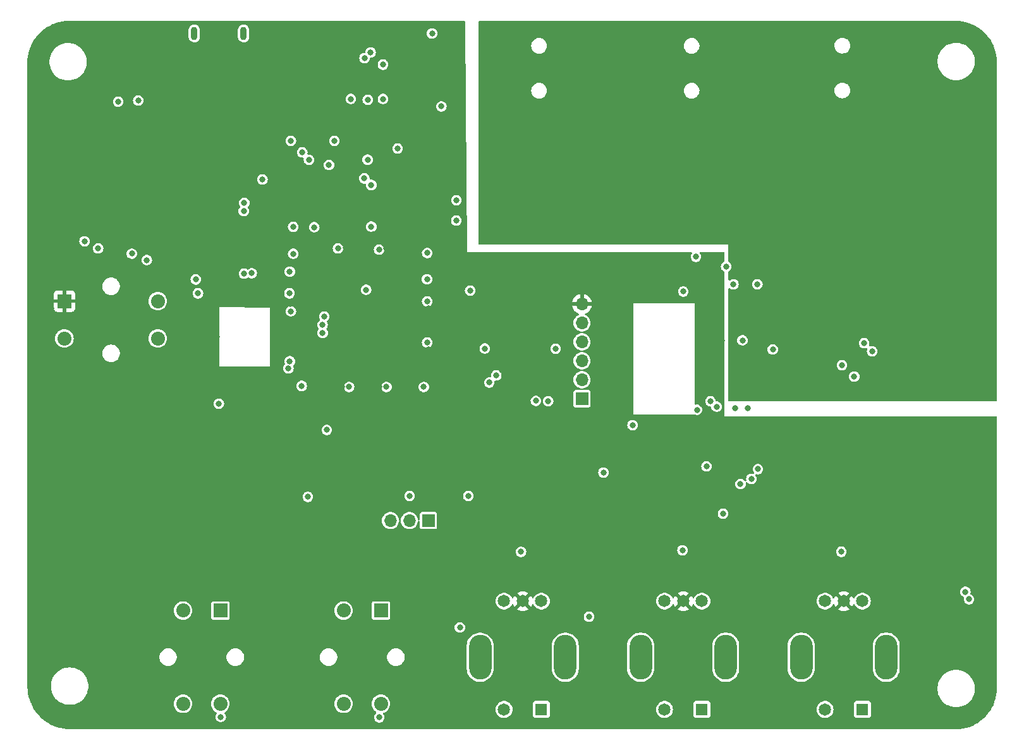
<source format=gbr>
%TF.GenerationSoftware,KiCad,Pcbnew,7.0.10*%
%TF.CreationDate,2024-03-07T22:41:58-05:00*%
%TF.ProjectId,Current,43757272-656e-4742-9e6b-696361645f70,rev?*%
%TF.SameCoordinates,Original*%
%TF.FileFunction,Copper,L2,Inr*%
%TF.FilePolarity,Positive*%
%FSLAX46Y46*%
G04 Gerber Fmt 4.6, Leading zero omitted, Abs format (unit mm)*
G04 Created by KiCad (PCBNEW 7.0.10) date 2024-03-07 22:41:58*
%MOMM*%
%LPD*%
G01*
G04 APERTURE LIST*
%TA.AperFunction,ComponentPad*%
%ADD10R,1.875000X1.875000*%
%TD*%
%TA.AperFunction,ComponentPad*%
%ADD11C,1.875000*%
%TD*%
%TA.AperFunction,ComponentPad*%
%ADD12R,1.650000X1.650000*%
%TD*%
%TA.AperFunction,ComponentPad*%
%ADD13C,1.650000*%
%TD*%
%TA.AperFunction,ComponentPad*%
%ADD14O,3.000000X6.000000*%
%TD*%
%TA.AperFunction,ComponentPad*%
%ADD15O,0.900000X1.800000*%
%TD*%
%TA.AperFunction,ComponentPad*%
%ADD16R,1.700000X1.700000*%
%TD*%
%TA.AperFunction,ComponentPad*%
%ADD17O,1.700000X1.700000*%
%TD*%
%TA.AperFunction,ViaPad*%
%ADD18C,0.800000*%
%TD*%
%TA.AperFunction,ViaPad*%
%ADD19C,2.500000*%
%TD*%
%TA.AperFunction,ViaPad*%
%ADD20C,5.000000*%
%TD*%
G04 APERTURE END LIST*
D10*
%TO.N,Net-(R20-Pad2)*%
%TO.C,SW3*%
X142700000Y-128050000D03*
D11*
%TO.N,+3.3V*%
X142700000Y-140550000D03*
%TO.N,N/C*%
X137700000Y-128050000D03*
X137700000Y-140550000D03*
%TD*%
D12*
%TO.N,N/C*%
%TO.C,SW5*%
X185700000Y-141300000D03*
D13*
X180700000Y-141300000D03*
%TO.N,Net-(R3-Pad2)*%
X185700000Y-126800000D03*
%TO.N,Net-(R4-Pad2)*%
X180700000Y-126800000D03*
%TO.N,GND*%
X183200000Y-126800000D03*
D14*
%TO.N,N/C*%
X188900000Y-134300000D03*
X177500000Y-134300000D03*
%TD*%
D12*
%TO.N,N/C*%
%TO.C,SW4*%
X164200000Y-141302500D03*
D13*
X159200000Y-141302500D03*
%TO.N,Net-(R52-Pad2)*%
X164200000Y-126802500D03*
%TO.N,Net-(R53-Pad2)*%
X159200000Y-126802500D03*
%TO.N,GND*%
X161700000Y-126802500D03*
D14*
%TO.N,N/C*%
X167400000Y-134302500D03*
X156000000Y-134302500D03*
%TD*%
D15*
%TO.N,N/C*%
%TO.C,J1*%
X124300000Y-50720500D03*
X117700000Y-50720500D03*
%TD*%
D10*
%TO.N,Net-(R19-Pad2)*%
%TO.C,SW2*%
X121200000Y-128050000D03*
D11*
%TO.N,+3.3V*%
X121200000Y-140550000D03*
%TO.N,N/C*%
X116200000Y-128050000D03*
X116200000Y-140550000D03*
%TD*%
D12*
%TO.N,N/C*%
%TO.C,SW6*%
X207200000Y-141300000D03*
D13*
X202200000Y-141300000D03*
%TO.N,Net-(R5-Pad2)*%
X207200000Y-126800000D03*
%TO.N,Net-(R6-Pad2)*%
X202200000Y-126800000D03*
%TO.N,GND*%
X204700000Y-126800000D03*
D14*
%TO.N,N/C*%
X210400000Y-134300000D03*
X199000000Y-134300000D03*
%TD*%
D10*
%TO.N,GND*%
%TO.C,SW1*%
X100312500Y-86590000D03*
D11*
%TO.N,/NRST*%
X112812500Y-86590000D03*
%TO.N,N/C*%
X100312500Y-91590000D03*
X112812500Y-91590000D03*
%TD*%
D16*
%TO.N,/Ext1*%
%TO.C,J7*%
X149060000Y-116000000D03*
D17*
%TO.N,/Ext2*%
X146520000Y-116000000D03*
%TO.N,/Ext3*%
X143980000Y-116000000D03*
%TD*%
D16*
%TO.N,+3.3V*%
%TO.C,J6*%
X169630000Y-99670000D03*
D17*
%TO.N,SWCLK*%
X169630000Y-97130000D03*
%TO.N,SWDIO*%
X169630000Y-94590000D03*
%TO.N,RST*%
X169630000Y-92050000D03*
%TO.N,SWO*%
X169630000Y-89510000D03*
%TO.N,GND*%
X169630000Y-86970000D03*
%TD*%
D18*
%TO.N,+3.3V*%
X142480000Y-142360000D03*
X183200000Y-85300000D03*
X136950000Y-79525000D03*
X150810000Y-60500000D03*
X143450000Y-98100000D03*
X130500000Y-94650000D03*
X148450000Y-98100000D03*
X148900000Y-86650000D03*
X110200000Y-59720500D03*
X138450000Y-98100000D03*
X107510000Y-59860000D03*
X148900000Y-80150000D03*
X117900000Y-83690000D03*
X132095000Y-97955000D03*
X204380000Y-120180000D03*
X193200000Y-109100000D03*
X130650000Y-87950000D03*
X144930000Y-66150000D03*
X130500000Y-82650000D03*
X149554265Y-50730515D03*
X130950000Y-76650000D03*
X186850000Y-100010000D03*
X121250000Y-142300000D03*
X184896324Y-80640000D03*
X185039261Y-101150000D03*
X148900000Y-92150000D03*
X121000000Y-100340000D03*
X161480000Y-120182500D03*
X183100000Y-119980000D03*
X130950000Y-80250000D03*
X142450000Y-79700000D03*
%TO.N,/PE4(SAI1_FS_A {slash} ADCL)*%
X191835000Y-100935000D03*
X192330000Y-110410000D03*
X190170000Y-100940000D03*
X104830000Y-79530000D03*
%TO.N,/PE3(SA1_SD_B {slash} MISO)*%
X103000000Y-78570000D03*
X190870000Y-111110000D03*
%TO.N,/PE5(SAI1_SCK_A {slash} SCK)*%
X109340000Y-80235000D03*
X172510000Y-109575000D03*
%TO.N,/PE6(SA1_SD_A {slash} MOSI)*%
X186315000Y-108730000D03*
X111360000Y-81090000D03*
%TO.N,/PF0(I2C2_SDA {slash} SDA)*%
X125410000Y-82850000D03*
X124405025Y-73445025D03*
%TO.N,/PF1(I2C2_SCL {slash} SCL)*%
X124360000Y-82920000D03*
X124330000Y-74540000D03*
%TO.N,Net-(U3-BCLK)*%
X176410000Y-103210000D03*
X187660000Y-100740000D03*
%TO.N,Net-(U3-LHPOUT)*%
X207430000Y-92220000D03*
X208500000Y-93300000D03*
%TO.N,Net-(U3-MICBIAS)*%
X195191955Y-93081955D03*
X188950000Y-81970000D03*
%TO.N,Net-(U3-MICIN)*%
X193130000Y-84330000D03*
X189930000Y-84330000D03*
%TO.N,GNDA*%
X192090000Y-53537500D03*
X212400000Y-53560000D03*
X171610000Y-53537500D03*
X168090000Y-68450000D03*
D19*
X191370000Y-95630000D03*
D18*
X184400000Y-64530000D03*
X160580000Y-68450000D03*
X200150000Y-97400000D03*
X191560000Y-64660000D03*
X196130000Y-55560000D03*
D20*
X221250000Y-83350000D03*
D18*
X198100000Y-88500000D03*
X177060000Y-64570000D03*
X130324741Y-95583696D03*
X172800000Y-77400000D03*
X213010000Y-55280000D03*
X170650000Y-77620000D03*
X195871905Y-94381905D03*
%TO.N,+3.3VA*%
X204450000Y-95180000D03*
X206109975Y-96689975D03*
%TO.N,GND*%
X212865000Y-122675000D03*
X110100000Y-55520500D03*
X142450000Y-98100000D03*
X134915000Y-86725000D03*
X143490000Y-53256250D03*
X149280000Y-69830000D03*
X142450000Y-84250000D03*
X135150000Y-96100000D03*
X120900000Y-62720500D03*
X114850000Y-89850000D03*
X119720000Y-54980000D03*
X212875000Y-121405000D03*
X145300000Y-96050000D03*
X136470000Y-107910000D03*
X123800000Y-57620500D03*
X110600000Y-64020500D03*
X122100000Y-67640000D03*
X122100000Y-66390000D03*
X120750000Y-91400000D03*
X130990000Y-106830000D03*
X143383238Y-79525000D03*
X149074119Y-87583910D03*
X144300000Y-86650000D03*
X138027759Y-79419663D03*
X123700000Y-100400000D03*
X139800000Y-123000000D03*
X119800000Y-123000000D03*
X98580000Y-87540000D03*
X122400000Y-62720500D03*
X110200000Y-65520500D03*
X137970000Y-111820000D03*
X137450000Y-84250000D03*
D20*
X99360000Y-113240000D03*
D18*
X144300000Y-92150000D03*
X129060000Y-76670000D03*
X147060000Y-81710000D03*
X187200000Y-106300000D03*
X136880000Y-95470000D03*
X126400000Y-100400000D03*
X172800000Y-81500000D03*
X149075000Y-93083560D03*
X131017272Y-98275000D03*
X144150000Y-80700000D03*
X130583431Y-87002333D03*
X191130000Y-91840000D03*
X185714261Y-100410000D03*
X129280000Y-115530000D03*
X134920000Y-81740000D03*
X188360000Y-91840000D03*
X137450000Y-98100000D03*
X175630000Y-94290000D03*
X179830000Y-106010000D03*
X151100000Y-102200000D03*
%TO.N,Net-(U4-VCAP_2)*%
X148880000Y-83650000D03*
%TO.N,/Boot0*%
X133780000Y-76690000D03*
%TO.N,SWCLK*%
X157210000Y-97500000D03*
%TO.N,SWDIO*%
X158160000Y-96550000D03*
%TO.N,/D3*%
X132920000Y-112820000D03*
X188530000Y-115070000D03*
%TO.N,/D13*%
X166110000Y-92970000D03*
X156610000Y-92950000D03*
%TO.N,/D6*%
X165110000Y-99990000D03*
X163460000Y-99960000D03*
%TO.N,/D1*%
X221000000Y-125540000D03*
X170580000Y-128880000D03*
%TO.N,/D2*%
X221470000Y-126540000D03*
X153280000Y-130330000D03*
%TO.N,/D12*%
X135750000Y-68350000D03*
X134900000Y-90840000D03*
%TO.N,Net-(J5-Pin_6)*%
X142980000Y-54900000D03*
X142980000Y-59510000D03*
%TO.N,Net-(J5-Pin_11)*%
X138680000Y-59500000D03*
X141322534Y-53259315D03*
%TO.N,/D19*%
X141420000Y-71030000D03*
X141420000Y-76610000D03*
%TO.N,/D15*%
X133060000Y-67650000D03*
X140920000Y-67640000D03*
X135110000Y-88650000D03*
X126840000Y-70290000D03*
%TO.N,/D17*%
X154660000Y-85180000D03*
X130650000Y-65120000D03*
X136470000Y-65110000D03*
%TO.N,/D18*%
X140730000Y-85070000D03*
X140480000Y-70140000D03*
%TO.N,/D16*%
X132170000Y-66660000D03*
X134890000Y-89790000D03*
%TO.N,/D20*%
X152800000Y-75800000D03*
X152820000Y-73070000D03*
%TO.N,Net-(J5-Pin_10)*%
X140940000Y-59610000D03*
X140510000Y-54030000D03*
%TO.N,/NRST*%
X130450000Y-85550000D03*
X118200000Y-85550000D03*
%TO.N,RST*%
X135450000Y-103850000D03*
%TO.N,/Ext2*%
X146540000Y-112690000D03*
X154410000Y-112690000D03*
%TD*%
%TA.AperFunction,Conductor*%
%TO.N,GNDA*%
G36*
X219752562Y-49050605D02*
G01*
X220194907Y-49068901D01*
X220205080Y-49069744D01*
X220641884Y-49124191D01*
X220651964Y-49125873D01*
X221082768Y-49216203D01*
X221092676Y-49218712D01*
X221514551Y-49344310D01*
X221524219Y-49347629D01*
X221800569Y-49455462D01*
X221934264Y-49507630D01*
X221943649Y-49511747D01*
X222339056Y-49705050D01*
X222348069Y-49709927D01*
X222726190Y-49935237D01*
X222734765Y-49940839D01*
X223092988Y-50196606D01*
X223101070Y-50202897D01*
X223436932Y-50487358D01*
X223444472Y-50494299D01*
X223755700Y-50805527D01*
X223762641Y-50813067D01*
X223972686Y-51061067D01*
X224047102Y-51148929D01*
X224053395Y-51157014D01*
X224285658Y-51482317D01*
X224309156Y-51515228D01*
X224314762Y-51523809D01*
X224540072Y-51901930D01*
X224544949Y-51910943D01*
X224738252Y-52306350D01*
X224742369Y-52315735D01*
X224902365Y-52725768D01*
X224905693Y-52735461D01*
X225031283Y-53157310D01*
X225033799Y-53167245D01*
X225124123Y-53598021D01*
X225125810Y-53608130D01*
X225180253Y-54044898D01*
X225181099Y-54055112D01*
X225199394Y-54497437D01*
X225199500Y-54502561D01*
X225199500Y-99876000D01*
X225179815Y-99943039D01*
X225127011Y-99988794D01*
X225075500Y-100000000D01*
X189374000Y-100000000D01*
X189306961Y-99980315D01*
X189261206Y-99927511D01*
X189250000Y-99876000D01*
X189250000Y-96689975D01*
X205404330Y-96689975D01*
X205424834Y-96858844D01*
X205424835Y-96858849D01*
X205485157Y-97017906D01*
X205494935Y-97032071D01*
X205581792Y-97157904D01*
X205686312Y-97250500D01*
X205709125Y-97270711D01*
X205845546Y-97342310D01*
X205859750Y-97349765D01*
X206024919Y-97390475D01*
X206195031Y-97390475D01*
X206360200Y-97349765D01*
X206439667Y-97308056D01*
X206510824Y-97270711D01*
X206510825Y-97270709D01*
X206510827Y-97270709D01*
X206638158Y-97157904D01*
X206734793Y-97017905D01*
X206795115Y-96858847D01*
X206815620Y-96689975D01*
X206795115Y-96521103D01*
X206734793Y-96362045D01*
X206727578Y-96351593D01*
X206700451Y-96312293D01*
X206638158Y-96222046D01*
X206510827Y-96109241D01*
X206510824Y-96109238D01*
X206360201Y-96030185D01*
X206195031Y-95989475D01*
X206024919Y-95989475D01*
X205859748Y-96030185D01*
X205709125Y-96109238D01*
X205581791Y-96222047D01*
X205485157Y-96362043D01*
X205424835Y-96521100D01*
X205424834Y-96521105D01*
X205404330Y-96689975D01*
X189250000Y-96689975D01*
X189250000Y-95180000D01*
X203744355Y-95180000D01*
X203764859Y-95348869D01*
X203764860Y-95348874D01*
X203825182Y-95507931D01*
X203828027Y-95512052D01*
X203921817Y-95647929D01*
X204026308Y-95740500D01*
X204049150Y-95760736D01*
X204199773Y-95839789D01*
X204199775Y-95839790D01*
X204364944Y-95880500D01*
X204535056Y-95880500D01*
X204700225Y-95839790D01*
X204779692Y-95798081D01*
X204850849Y-95760736D01*
X204850850Y-95760734D01*
X204850852Y-95760734D01*
X204978183Y-95647929D01*
X205074818Y-95507930D01*
X205135140Y-95348872D01*
X205155645Y-95180000D01*
X205135140Y-95011128D01*
X205074818Y-94852070D01*
X204978183Y-94712071D01*
X204883316Y-94628026D01*
X204850849Y-94599263D01*
X204700226Y-94520210D01*
X204535056Y-94479500D01*
X204364944Y-94479500D01*
X204199773Y-94520210D01*
X204049150Y-94599263D01*
X203921816Y-94712072D01*
X203825182Y-94852068D01*
X203764860Y-95011125D01*
X203764859Y-95011130D01*
X203744355Y-95180000D01*
X189250000Y-95180000D01*
X189250000Y-93081955D01*
X194486310Y-93081955D01*
X194506814Y-93250824D01*
X194506815Y-93250829D01*
X194567137Y-93409886D01*
X194607851Y-93468869D01*
X194663772Y-93549884D01*
X194751868Y-93627930D01*
X194791105Y-93662691D01*
X194941728Y-93741744D01*
X194941730Y-93741745D01*
X195106899Y-93782455D01*
X195277011Y-93782455D01*
X195442180Y-93741745D01*
X195577925Y-93670500D01*
X195592804Y-93662691D01*
X195592805Y-93662689D01*
X195592807Y-93662689D01*
X195720138Y-93549884D01*
X195816773Y-93409885D01*
X195877095Y-93250827D01*
X195897600Y-93081955D01*
X195877095Y-92913083D01*
X195816773Y-92754025D01*
X195792780Y-92719266D01*
X195771150Y-92687929D01*
X195720138Y-92614026D01*
X195625271Y-92529981D01*
X195592804Y-92501218D01*
X195442181Y-92422165D01*
X195277011Y-92381455D01*
X195106899Y-92381455D01*
X194941728Y-92422165D01*
X194791105Y-92501218D01*
X194663771Y-92614027D01*
X194567137Y-92754023D01*
X194506815Y-92913080D01*
X194506814Y-92913085D01*
X194486310Y-93081955D01*
X189250000Y-93081955D01*
X189250000Y-91840000D01*
X190424355Y-91840000D01*
X190444859Y-92008869D01*
X190444860Y-92008874D01*
X190505182Y-92167931D01*
X190561486Y-92249500D01*
X190601817Y-92307929D01*
X190693628Y-92389266D01*
X190729150Y-92420736D01*
X190851934Y-92485178D01*
X190879775Y-92499790D01*
X191044944Y-92540500D01*
X191215056Y-92540500D01*
X191380225Y-92499790D01*
X191459692Y-92458081D01*
X191530849Y-92420736D01*
X191530850Y-92420734D01*
X191530852Y-92420734D01*
X191658183Y-92307929D01*
X191718876Y-92220000D01*
X206724355Y-92220000D01*
X206744859Y-92388869D01*
X206744860Y-92388874D01*
X206805182Y-92547931D01*
X206859883Y-92627177D01*
X206901817Y-92687929D01*
X207007017Y-92781128D01*
X207029150Y-92800736D01*
X207156027Y-92867326D01*
X207179775Y-92879790D01*
X207344944Y-92920500D01*
X207515056Y-92920500D01*
X207680225Y-92879790D01*
X207680227Y-92879789D01*
X207687237Y-92877131D01*
X207687956Y-92879028D01*
X207746292Y-92867326D01*
X207811351Y-92892801D01*
X207852310Y-92949406D01*
X207856164Y-93019170D01*
X207851384Y-93034820D01*
X207814859Y-93131129D01*
X207814859Y-93131130D01*
X207794355Y-93300000D01*
X207814859Y-93468869D01*
X207814860Y-93468874D01*
X207875182Y-93627931D01*
X207904566Y-93670500D01*
X207971817Y-93767929D01*
X208021104Y-93811593D01*
X208099150Y-93880736D01*
X208249773Y-93959789D01*
X208249775Y-93959790D01*
X208414944Y-94000500D01*
X208585056Y-94000500D01*
X208750225Y-93959790D01*
X208829692Y-93918081D01*
X208900849Y-93880736D01*
X208900850Y-93880734D01*
X208900852Y-93880734D01*
X209028183Y-93767929D01*
X209124818Y-93627930D01*
X209185140Y-93468872D01*
X209205645Y-93300000D01*
X209185140Y-93131128D01*
X209124818Y-92972070D01*
X209123389Y-92970000D01*
X209061121Y-92879790D01*
X209028183Y-92832071D01*
X208900852Y-92719266D01*
X208900849Y-92719263D01*
X208750226Y-92640210D01*
X208585056Y-92599500D01*
X208414944Y-92599500D01*
X208249772Y-92640210D01*
X208242763Y-92642869D01*
X208242045Y-92640977D01*
X208183672Y-92652670D01*
X208118620Y-92627177D01*
X208077677Y-92570560D01*
X208073843Y-92500795D01*
X208078616Y-92485178D01*
X208079795Y-92482071D01*
X208115140Y-92388872D01*
X208135645Y-92220000D01*
X208115140Y-92051128D01*
X208099113Y-92008869D01*
X208054817Y-91892068D01*
X208017282Y-91837690D01*
X207958183Y-91752071D01*
X207830852Y-91639266D01*
X207830849Y-91639263D01*
X207680226Y-91560210D01*
X207515056Y-91519500D01*
X207344944Y-91519500D01*
X207179773Y-91560210D01*
X207029150Y-91639263D01*
X206901816Y-91752072D01*
X206805182Y-91892068D01*
X206744860Y-92051125D01*
X206744859Y-92051130D01*
X206724355Y-92220000D01*
X191718876Y-92220000D01*
X191754818Y-92167930D01*
X191815140Y-92008872D01*
X191835645Y-91840000D01*
X191815140Y-91671128D01*
X191803056Y-91639266D01*
X191754817Y-91512068D01*
X191706276Y-91441745D01*
X191658183Y-91372071D01*
X191563316Y-91288026D01*
X191530849Y-91259263D01*
X191380226Y-91180210D01*
X191215056Y-91139500D01*
X191044944Y-91139500D01*
X190879773Y-91180210D01*
X190729150Y-91259263D01*
X190601816Y-91372072D01*
X190505182Y-91512068D01*
X190444860Y-91671125D01*
X190444859Y-91671130D01*
X190424355Y-91840000D01*
X189250000Y-91840000D01*
X189250000Y-84938947D01*
X189269685Y-84871908D01*
X189322489Y-84826153D01*
X189391647Y-84816209D01*
X189455203Y-84845234D01*
X189456227Y-84846132D01*
X189529147Y-84910733D01*
X189529149Y-84910735D01*
X189679773Y-84989789D01*
X189679775Y-84989790D01*
X189844944Y-85030500D01*
X190015056Y-85030500D01*
X190180225Y-84989790D01*
X190277097Y-84938947D01*
X190330849Y-84910736D01*
X190330850Y-84910734D01*
X190330852Y-84910734D01*
X190458183Y-84797929D01*
X190554818Y-84657930D01*
X190615140Y-84498872D01*
X190635645Y-84330000D01*
X192424355Y-84330000D01*
X192444859Y-84498869D01*
X192444860Y-84498874D01*
X192505182Y-84657931D01*
X192547519Y-84719266D01*
X192601817Y-84797929D01*
X192707505Y-84891560D01*
X192729150Y-84910736D01*
X192879773Y-84989789D01*
X192879775Y-84989790D01*
X193044944Y-85030500D01*
X193215056Y-85030500D01*
X193380225Y-84989790D01*
X193477097Y-84938947D01*
X193530849Y-84910736D01*
X193530850Y-84910734D01*
X193530852Y-84910734D01*
X193658183Y-84797929D01*
X193754818Y-84657930D01*
X193815140Y-84498872D01*
X193835645Y-84330000D01*
X193815140Y-84161128D01*
X193754818Y-84002070D01*
X193658183Y-83862071D01*
X193530852Y-83749266D01*
X193530849Y-83749263D01*
X193380226Y-83670210D01*
X193215056Y-83629500D01*
X193044944Y-83629500D01*
X192879773Y-83670210D01*
X192729150Y-83749263D01*
X192601816Y-83862072D01*
X192505182Y-84002068D01*
X192444860Y-84161125D01*
X192444859Y-84161130D01*
X192424355Y-84330000D01*
X190635645Y-84330000D01*
X190615140Y-84161128D01*
X190554818Y-84002070D01*
X190458183Y-83862071D01*
X190330852Y-83749266D01*
X190330849Y-83749263D01*
X190180226Y-83670210D01*
X190015056Y-83629500D01*
X189844944Y-83629500D01*
X189679773Y-83670210D01*
X189529150Y-83749264D01*
X189456227Y-83813868D01*
X189392993Y-83843589D01*
X189323730Y-83834405D01*
X189270427Y-83789233D01*
X189250007Y-83722413D01*
X189250000Y-83721052D01*
X189250000Y-82678625D01*
X189269685Y-82611586D01*
X189316371Y-82568830D01*
X189350852Y-82550734D01*
X189478183Y-82437929D01*
X189574818Y-82297930D01*
X189635140Y-82138872D01*
X189655645Y-81970000D01*
X189635140Y-81801128D01*
X189574818Y-81642070D01*
X189478183Y-81502071D01*
X189350852Y-81389266D01*
X189350850Y-81389265D01*
X189350849Y-81389264D01*
X189350847Y-81389263D01*
X189316373Y-81371169D01*
X189266161Y-81322584D01*
X189250000Y-81261373D01*
X189250000Y-79000000D01*
X155874000Y-79000000D01*
X155806961Y-78980315D01*
X155761206Y-78927511D01*
X155750000Y-78876000D01*
X155750000Y-58387500D01*
X162834417Y-58387500D01*
X162854699Y-58593432D01*
X162854700Y-58593434D01*
X162914768Y-58791454D01*
X163012315Y-58973950D01*
X163012317Y-58973952D01*
X163143589Y-59133910D01*
X163240209Y-59213202D01*
X163303550Y-59265185D01*
X163486046Y-59362732D01*
X163684066Y-59422800D01*
X163684065Y-59422800D01*
X163722647Y-59426600D01*
X163838392Y-59438000D01*
X163838395Y-59438000D01*
X163941605Y-59438000D01*
X163941608Y-59438000D01*
X164095934Y-59422800D01*
X164293954Y-59362732D01*
X164476450Y-59265185D01*
X164636410Y-59133910D01*
X164767685Y-58973950D01*
X164865232Y-58791454D01*
X164925300Y-58593434D01*
X164945583Y-58387500D01*
X183264417Y-58387500D01*
X183284699Y-58593432D01*
X183284700Y-58593434D01*
X183344768Y-58791454D01*
X183442315Y-58973950D01*
X183442317Y-58973952D01*
X183573589Y-59133910D01*
X183670209Y-59213202D01*
X183733550Y-59265185D01*
X183916046Y-59362732D01*
X184114066Y-59422800D01*
X184114065Y-59422800D01*
X184152647Y-59426600D01*
X184268392Y-59438000D01*
X184268395Y-59438000D01*
X184371605Y-59438000D01*
X184371608Y-59438000D01*
X184525934Y-59422800D01*
X184723954Y-59362732D01*
X184906450Y-59265185D01*
X185066410Y-59133910D01*
X185197685Y-58973950D01*
X185295232Y-58791454D01*
X185355300Y-58593434D01*
X185375583Y-58387500D01*
X185372874Y-58360000D01*
X203464417Y-58360000D01*
X203484699Y-58565932D01*
X203484700Y-58565934D01*
X203544768Y-58763954D01*
X203642315Y-58946450D01*
X203642317Y-58946452D01*
X203773589Y-59106410D01*
X203870209Y-59185702D01*
X203933550Y-59237685D01*
X204116046Y-59335232D01*
X204314066Y-59395300D01*
X204314065Y-59395300D01*
X204352647Y-59399100D01*
X204468392Y-59410500D01*
X204468395Y-59410500D01*
X204571605Y-59410500D01*
X204571608Y-59410500D01*
X204725934Y-59395300D01*
X204923954Y-59335232D01*
X205106450Y-59237685D01*
X205266410Y-59106410D01*
X205397685Y-58946450D01*
X205495232Y-58763954D01*
X205555300Y-58565934D01*
X205575583Y-58360000D01*
X205555300Y-58154066D01*
X205495232Y-57956046D01*
X205397685Y-57773550D01*
X205288978Y-57641089D01*
X205266410Y-57613589D01*
X205106452Y-57482317D01*
X205106453Y-57482317D01*
X205106450Y-57482315D01*
X204923954Y-57384768D01*
X204725934Y-57324700D01*
X204725932Y-57324699D01*
X204725934Y-57324699D01*
X204606805Y-57312966D01*
X204571608Y-57309500D01*
X204468392Y-57309500D01*
X204430298Y-57313251D01*
X204314067Y-57324699D01*
X204116043Y-57384769D01*
X204005898Y-57443643D01*
X203933550Y-57482315D01*
X203933548Y-57482316D01*
X203933547Y-57482317D01*
X203773589Y-57613589D01*
X203642317Y-57773547D01*
X203642315Y-57773550D01*
X203627616Y-57801050D01*
X203544769Y-57956043D01*
X203484699Y-58154067D01*
X203464417Y-58360000D01*
X185372874Y-58360000D01*
X185355300Y-58181566D01*
X185295232Y-57983546D01*
X185197685Y-57801050D01*
X185145702Y-57737709D01*
X185066410Y-57641089D01*
X184906452Y-57509817D01*
X184906453Y-57509817D01*
X184906450Y-57509815D01*
X184723954Y-57412268D01*
X184525934Y-57352200D01*
X184525932Y-57352199D01*
X184525934Y-57352199D01*
X184406805Y-57340466D01*
X184371608Y-57337000D01*
X184268392Y-57337000D01*
X184230298Y-57340751D01*
X184114067Y-57352199D01*
X183916043Y-57412269D01*
X183805898Y-57471143D01*
X183733550Y-57509815D01*
X183733548Y-57509816D01*
X183733547Y-57509817D01*
X183573589Y-57641089D01*
X183442317Y-57801047D01*
X183344769Y-57983543D01*
X183284699Y-58181567D01*
X183264417Y-58387500D01*
X164945583Y-58387500D01*
X164925300Y-58181566D01*
X164865232Y-57983546D01*
X164767685Y-57801050D01*
X164715702Y-57737709D01*
X164636410Y-57641089D01*
X164476452Y-57509817D01*
X164476453Y-57509817D01*
X164476450Y-57509815D01*
X164293954Y-57412268D01*
X164095934Y-57352200D01*
X164095932Y-57352199D01*
X164095934Y-57352199D01*
X163976805Y-57340466D01*
X163941608Y-57337000D01*
X163838392Y-57337000D01*
X163800298Y-57340751D01*
X163684067Y-57352199D01*
X163486043Y-57412269D01*
X163375898Y-57471143D01*
X163303550Y-57509815D01*
X163303548Y-57509816D01*
X163303547Y-57509817D01*
X163143589Y-57641089D01*
X163012317Y-57801047D01*
X162914769Y-57983543D01*
X162854699Y-58181567D01*
X162834417Y-58387500D01*
X155750000Y-58387500D01*
X155750000Y-54632329D01*
X217249500Y-54632329D01*
X217288932Y-54944463D01*
X217288934Y-54944476D01*
X217367180Y-55249225D01*
X217367181Y-55249228D01*
X217483001Y-55541757D01*
X217483002Y-55541758D01*
X217483004Y-55541763D01*
X217483006Y-55541766D01*
X217634584Y-55817484D01*
X217634586Y-55817488D01*
X217634591Y-55817495D01*
X217819515Y-56072021D01*
X217819523Y-56072031D01*
X218034907Y-56301391D01*
X218034909Y-56301393D01*
X218277334Y-56501945D01*
X218277338Y-56501948D01*
X218487648Y-56635414D01*
X218542993Y-56670537D01*
X218709087Y-56748695D01*
X218827678Y-56804500D01*
X218827682Y-56804501D01*
X218827685Y-56804503D01*
X219126921Y-56901731D01*
X219435985Y-56960688D01*
X219435990Y-56960688D01*
X219435995Y-56960689D01*
X219671406Y-56975500D01*
X219671417Y-56975500D01*
X219828594Y-56975500D01*
X220064004Y-56960689D01*
X220064007Y-56960688D01*
X220064015Y-56960688D01*
X220373079Y-56901731D01*
X220672315Y-56804503D01*
X220957007Y-56670537D01*
X221222663Y-56501947D01*
X221465094Y-56301390D01*
X221680478Y-56072030D01*
X221865416Y-55817484D01*
X222016994Y-55541766D01*
X222132819Y-55249225D01*
X222211066Y-54944473D01*
X222250500Y-54632318D01*
X222250500Y-54317682D01*
X222250499Y-54317680D01*
X222250499Y-54317670D01*
X222211067Y-54005536D01*
X222211065Y-54005523D01*
X222132819Y-53700774D01*
X222132818Y-53700771D01*
X222016998Y-53408242D01*
X222016997Y-53408241D01*
X222016996Y-53408239D01*
X222016994Y-53408234D01*
X221865416Y-53132516D01*
X221865410Y-53132509D01*
X221865408Y-53132504D01*
X221680484Y-52877978D01*
X221680476Y-52877968D01*
X221573410Y-52763954D01*
X221465094Y-52648610D01*
X221465092Y-52648608D01*
X221465090Y-52648606D01*
X221222665Y-52448054D01*
X221222661Y-52448051D01*
X220957009Y-52279464D01*
X220957003Y-52279461D01*
X220672321Y-52145499D01*
X220672316Y-52145497D01*
X220373083Y-52048270D01*
X220373080Y-52048269D01*
X220373079Y-52048269D01*
X220218547Y-52018790D01*
X220064011Y-51989311D01*
X220064004Y-51989310D01*
X219828594Y-51974500D01*
X219828583Y-51974500D01*
X219671417Y-51974500D01*
X219671406Y-51974500D01*
X219435995Y-51989310D01*
X219435988Y-51989311D01*
X219126916Y-52048270D01*
X218827683Y-52145497D01*
X218827678Y-52145499D01*
X218542996Y-52279461D01*
X218542990Y-52279464D01*
X218277338Y-52448051D01*
X218277334Y-52448054D01*
X218034909Y-52648606D01*
X218034907Y-52648608D01*
X217819523Y-52877968D01*
X217819515Y-52877978D01*
X217634591Y-53132504D01*
X217634584Y-53132516D01*
X217483002Y-53408241D01*
X217483001Y-53408242D01*
X217367181Y-53700771D01*
X217367180Y-53700774D01*
X217288934Y-54005523D01*
X217288932Y-54005536D01*
X217249500Y-54317670D01*
X217249500Y-54632329D01*
X155750000Y-54632329D01*
X155750000Y-52387500D01*
X162834417Y-52387500D01*
X162854699Y-52593432D01*
X162871437Y-52648610D01*
X162914768Y-52791454D01*
X163012315Y-52973950D01*
X163012317Y-52973952D01*
X163143589Y-53133910D01*
X163240209Y-53213202D01*
X163303550Y-53265185D01*
X163486046Y-53362732D01*
X163684066Y-53422800D01*
X163684065Y-53422800D01*
X163722647Y-53426600D01*
X163838392Y-53438000D01*
X163838395Y-53438000D01*
X163941605Y-53438000D01*
X163941608Y-53438000D01*
X164095934Y-53422800D01*
X164293954Y-53362732D01*
X164476450Y-53265185D01*
X164636410Y-53133910D01*
X164767685Y-52973950D01*
X164865232Y-52791454D01*
X164925300Y-52593434D01*
X164945583Y-52387500D01*
X183264417Y-52387500D01*
X183284699Y-52593432D01*
X183301437Y-52648610D01*
X183344768Y-52791454D01*
X183442315Y-52973950D01*
X183442317Y-52973952D01*
X183573589Y-53133910D01*
X183670209Y-53213202D01*
X183733550Y-53265185D01*
X183916046Y-53362732D01*
X184114066Y-53422800D01*
X184114065Y-53422800D01*
X184152647Y-53426600D01*
X184268392Y-53438000D01*
X184268395Y-53438000D01*
X184371605Y-53438000D01*
X184371608Y-53438000D01*
X184525934Y-53422800D01*
X184723954Y-53362732D01*
X184906450Y-53265185D01*
X185066410Y-53133910D01*
X185197685Y-52973950D01*
X185295232Y-52791454D01*
X185355300Y-52593434D01*
X185375583Y-52387500D01*
X185372874Y-52360000D01*
X203464417Y-52360000D01*
X203484699Y-52565932D01*
X203493041Y-52593432D01*
X203544768Y-52763954D01*
X203642315Y-52946450D01*
X203642317Y-52946452D01*
X203773589Y-53106410D01*
X203847718Y-53167245D01*
X203933550Y-53237685D01*
X204116046Y-53335232D01*
X204314066Y-53395300D01*
X204314065Y-53395300D01*
X204352647Y-53399100D01*
X204468392Y-53410500D01*
X204468395Y-53410500D01*
X204571605Y-53410500D01*
X204571608Y-53410500D01*
X204725934Y-53395300D01*
X204923954Y-53335232D01*
X205106450Y-53237685D01*
X205266410Y-53106410D01*
X205397685Y-52946450D01*
X205495232Y-52763954D01*
X205555300Y-52565934D01*
X205575583Y-52360000D01*
X205555300Y-52154066D01*
X205495232Y-51956046D01*
X205397685Y-51773550D01*
X205288978Y-51641089D01*
X205266410Y-51613589D01*
X205106452Y-51482317D01*
X205106453Y-51482317D01*
X205106450Y-51482315D01*
X204923954Y-51384768D01*
X204725934Y-51324700D01*
X204725932Y-51324699D01*
X204725934Y-51324699D01*
X204606805Y-51312966D01*
X204571608Y-51309500D01*
X204468392Y-51309500D01*
X204430298Y-51313251D01*
X204314067Y-51324699D01*
X204116043Y-51384769D01*
X204005898Y-51443643D01*
X203933550Y-51482315D01*
X203933548Y-51482316D01*
X203933547Y-51482317D01*
X203773589Y-51613589D01*
X203642317Y-51773547D01*
X203642315Y-51773550D01*
X203627616Y-51801050D01*
X203544769Y-51956043D01*
X203484699Y-52154067D01*
X203464417Y-52360000D01*
X185372874Y-52360000D01*
X185355300Y-52181566D01*
X185295232Y-51983546D01*
X185197685Y-51801050D01*
X185145702Y-51737709D01*
X185066410Y-51641089D01*
X184923502Y-51523809D01*
X184906450Y-51509815D01*
X184723954Y-51412268D01*
X184525934Y-51352200D01*
X184525932Y-51352199D01*
X184525934Y-51352199D01*
X184406805Y-51340466D01*
X184371608Y-51337000D01*
X184268392Y-51337000D01*
X184230298Y-51340751D01*
X184114067Y-51352199D01*
X183916043Y-51412269D01*
X183805898Y-51471143D01*
X183733550Y-51509815D01*
X183733548Y-51509816D01*
X183733547Y-51509817D01*
X183573589Y-51641089D01*
X183442317Y-51801047D01*
X183344769Y-51983543D01*
X183284699Y-52181567D01*
X183264417Y-52387500D01*
X164945583Y-52387500D01*
X164925300Y-52181566D01*
X164865232Y-51983546D01*
X164767685Y-51801050D01*
X164715702Y-51737709D01*
X164636410Y-51641089D01*
X164493502Y-51523809D01*
X164476450Y-51509815D01*
X164293954Y-51412268D01*
X164095934Y-51352200D01*
X164095932Y-51352199D01*
X164095934Y-51352199D01*
X163976805Y-51340466D01*
X163941608Y-51337000D01*
X163838392Y-51337000D01*
X163800298Y-51340751D01*
X163684067Y-51352199D01*
X163486043Y-51412269D01*
X163375898Y-51471143D01*
X163303550Y-51509815D01*
X163303548Y-51509816D01*
X163303547Y-51509817D01*
X163143589Y-51641089D01*
X163012317Y-51801047D01*
X162914769Y-51983543D01*
X162854699Y-52181567D01*
X162834417Y-52387500D01*
X155750000Y-52387500D01*
X155750000Y-49174500D01*
X155769685Y-49107461D01*
X155822489Y-49061706D01*
X155874000Y-49050500D01*
X219733592Y-49050500D01*
X219747439Y-49050500D01*
X219752562Y-49050605D01*
G37*
%TD.AperFunction*%
%TD*%
%TA.AperFunction,Conductor*%
%TO.N,GND*%
G36*
X153950316Y-49070185D02*
G01*
X153996071Y-49122989D01*
X154007272Y-49173520D01*
X154094644Y-60269789D01*
X154249999Y-80000000D01*
X154250000Y-80000000D01*
X184250651Y-80000000D01*
X184317690Y-80019685D01*
X184363445Y-80072489D01*
X184373389Y-80141647D01*
X184352702Y-80194437D01*
X184293136Y-80280734D01*
X184271505Y-80312071D01*
X184211184Y-80471125D01*
X184211183Y-80471130D01*
X184190679Y-80640000D01*
X184211183Y-80808869D01*
X184211184Y-80808874D01*
X184271506Y-80967931D01*
X184333799Y-81058177D01*
X184368141Y-81107929D01*
X184473829Y-81201560D01*
X184495474Y-81220736D01*
X184600634Y-81275928D01*
X184646099Y-81299790D01*
X184811268Y-81340500D01*
X184981380Y-81340500D01*
X185146549Y-81299790D01*
X185226016Y-81258081D01*
X185297173Y-81220736D01*
X185297174Y-81220734D01*
X185297176Y-81220734D01*
X185424507Y-81107929D01*
X185521142Y-80967930D01*
X185581464Y-80808872D01*
X185601969Y-80640000D01*
X185581464Y-80471128D01*
X185521142Y-80312070D01*
X185439946Y-80194438D01*
X185418064Y-80128086D01*
X185435529Y-80060434D01*
X185486797Y-80012964D01*
X185541997Y-80000000D01*
X188626000Y-80000000D01*
X188693039Y-80019685D01*
X188738794Y-80072489D01*
X188750000Y-80124000D01*
X188750000Y-81208889D01*
X188730315Y-81275928D01*
X188683626Y-81318685D01*
X188549150Y-81389263D01*
X188421816Y-81502072D01*
X188325182Y-81642068D01*
X188264860Y-81801125D01*
X188264859Y-81801130D01*
X188244355Y-81970000D01*
X188264859Y-82138869D01*
X188264860Y-82138874D01*
X188325182Y-82297931D01*
X188375706Y-82371126D01*
X188421817Y-82437929D01*
X188549148Y-82550734D01*
X188683628Y-82621315D01*
X188733838Y-82669898D01*
X188750000Y-82731110D01*
X188750000Y-102000000D01*
X225075500Y-102000000D01*
X225142539Y-102019685D01*
X225188294Y-102072489D01*
X225199500Y-102124000D01*
X225199500Y-138497438D01*
X225199394Y-138502562D01*
X225181099Y-138944887D01*
X225180253Y-138955101D01*
X225125810Y-139391869D01*
X225124123Y-139401978D01*
X225033799Y-139832754D01*
X225031283Y-139842689D01*
X224905693Y-140264538D01*
X224902365Y-140274231D01*
X224742369Y-140684264D01*
X224738252Y-140693649D01*
X224544949Y-141089056D01*
X224540072Y-141098069D01*
X224314762Y-141476190D01*
X224309156Y-141484771D01*
X224053397Y-141842983D01*
X224047102Y-141851070D01*
X223762641Y-142186932D01*
X223755700Y-142194472D01*
X223444472Y-142505700D01*
X223436932Y-142512641D01*
X223101070Y-142797102D01*
X223092983Y-142803397D01*
X222734771Y-143059156D01*
X222726190Y-143064762D01*
X222348069Y-143290072D01*
X222339056Y-143294949D01*
X221943649Y-143488252D01*
X221934264Y-143492369D01*
X221524231Y-143652365D01*
X221514538Y-143655693D01*
X221092689Y-143781283D01*
X221082754Y-143783799D01*
X220651978Y-143874123D01*
X220641869Y-143875810D01*
X220205101Y-143930253D01*
X220194887Y-143931099D01*
X219752563Y-143949394D01*
X219747439Y-143949500D01*
X101141075Y-143949500D01*
X101141071Y-143949499D01*
X101116408Y-143949499D01*
X101102425Y-143949499D01*
X101097557Y-143949403D01*
X100653767Y-143931966D01*
X100644060Y-143931202D01*
X100205418Y-143879285D01*
X100195802Y-143877762D01*
X99762585Y-143791590D01*
X99753117Y-143789317D01*
X99328004Y-143669422D01*
X99318744Y-143666414D01*
X98904331Y-143513529D01*
X98895336Y-143509803D01*
X98494207Y-143324881D01*
X98485532Y-143320460D01*
X98100141Y-143104630D01*
X98091839Y-143099543D01*
X97724579Y-142854148D01*
X97716702Y-142848425D01*
X97437005Y-142627930D01*
X97369819Y-142574964D01*
X97362419Y-142568644D01*
X97298250Y-142509327D01*
X97038060Y-142268810D01*
X97031189Y-142261939D01*
X96731350Y-141937574D01*
X96725032Y-141930177D01*
X96659580Y-141847152D01*
X96451571Y-141583294D01*
X96445851Y-141575420D01*
X96200456Y-141208160D01*
X96195369Y-141199858D01*
X95979539Y-140814467D01*
X95975124Y-140805804D01*
X95790357Y-140405012D01*
X95790196Y-140404663D01*
X95786470Y-140395668D01*
X95763795Y-140334206D01*
X95633584Y-139981254D01*
X95630577Y-139971995D01*
X95575709Y-139777449D01*
X95510681Y-139546878D01*
X95508409Y-139537414D01*
X95505523Y-139522903D01*
X95422236Y-139104192D01*
X95420714Y-139094581D01*
X95405907Y-138969476D01*
X95368795Y-138655920D01*
X95368034Y-138646250D01*
X95355913Y-138337748D01*
X98519081Y-138337748D01*
X98558513Y-138649882D01*
X98558515Y-138649895D01*
X98636761Y-138954644D01*
X98636762Y-138954647D01*
X98752582Y-139247176D01*
X98752583Y-139247177D01*
X98752585Y-139247182D01*
X98752587Y-139247185D01*
X98904165Y-139522903D01*
X98904167Y-139522907D01*
X98904172Y-139522914D01*
X99089096Y-139777440D01*
X99089103Y-139777449D01*
X99231078Y-139928636D01*
X99304488Y-140006810D01*
X99304490Y-140006812D01*
X99546915Y-140207364D01*
X99546919Y-140207367D01*
X99674256Y-140288177D01*
X99812574Y-140375956D01*
X99933023Y-140432635D01*
X100097259Y-140509919D01*
X100097263Y-140509920D01*
X100097266Y-140509922D01*
X100396502Y-140607150D01*
X100705566Y-140666107D01*
X100705571Y-140666107D01*
X100705576Y-140666108D01*
X100940987Y-140680919D01*
X100940998Y-140680919D01*
X101098175Y-140680919D01*
X101333585Y-140666108D01*
X101333588Y-140666107D01*
X101333596Y-140666107D01*
X101642660Y-140607150D01*
X101818549Y-140550000D01*
X114957271Y-140550000D01*
X114976150Y-140765793D01*
X114976152Y-140765802D01*
X115032214Y-140975030D01*
X115032219Y-140975044D01*
X115123763Y-141171361D01*
X115123767Y-141171369D01*
X115248010Y-141348806D01*
X115248015Y-141348812D01*
X115401187Y-141501984D01*
X115401193Y-141501989D01*
X115578630Y-141626232D01*
X115578632Y-141626233D01*
X115578635Y-141626235D01*
X115696750Y-141681312D01*
X115774955Y-141717780D01*
X115774957Y-141717780D01*
X115774962Y-141717783D01*
X115774967Y-141717784D01*
X115774969Y-141717785D01*
X115805262Y-141725902D01*
X115984202Y-141773849D01*
X116156840Y-141788953D01*
X116199999Y-141792729D01*
X116200000Y-141792729D01*
X116200001Y-141792729D01*
X116235966Y-141789582D01*
X116415798Y-141773849D01*
X116625038Y-141717783D01*
X116821365Y-141626235D01*
X116998811Y-141501986D01*
X117151986Y-141348811D01*
X117276235Y-141171365D01*
X117367783Y-140975038D01*
X117423849Y-140765798D01*
X117442729Y-140550000D01*
X119957271Y-140550000D01*
X119976150Y-140765793D01*
X119976152Y-140765802D01*
X120032214Y-140975030D01*
X120032219Y-140975044D01*
X120123763Y-141171361D01*
X120123767Y-141171369D01*
X120248010Y-141348806D01*
X120248015Y-141348812D01*
X120401187Y-141501984D01*
X120401193Y-141501989D01*
X120412907Y-141510191D01*
X120578635Y-141626235D01*
X120661414Y-141664835D01*
X120713852Y-141711005D01*
X120733004Y-141778199D01*
X120712789Y-141845080D01*
X120711058Y-141847656D01*
X120625183Y-141972068D01*
X120625182Y-141972068D01*
X120564860Y-142131125D01*
X120564859Y-142131130D01*
X120544355Y-142300000D01*
X120564859Y-142468869D01*
X120564860Y-142468874D01*
X120625182Y-142627931D01*
X120666597Y-142687930D01*
X120721817Y-142767929D01*
X120827505Y-142861560D01*
X120849150Y-142880736D01*
X120963467Y-142940734D01*
X120999775Y-142959790D01*
X121164944Y-143000500D01*
X121335056Y-143000500D01*
X121500225Y-142959790D01*
X121579692Y-142918081D01*
X121650849Y-142880736D01*
X121650850Y-142880734D01*
X121650852Y-142880734D01*
X121778183Y-142767929D01*
X121874818Y-142627930D01*
X121935140Y-142468872D01*
X121955645Y-142300000D01*
X121935140Y-142131128D01*
X121874818Y-141972070D01*
X121778183Y-141832071D01*
X121778181Y-141832068D01*
X121773209Y-141826456D01*
X121775324Y-141824582D01*
X121745192Y-141776551D01*
X121745956Y-141706686D01*
X121784370Y-141648324D01*
X121812137Y-141630537D01*
X121821365Y-141626235D01*
X121998811Y-141501986D01*
X122151986Y-141348811D01*
X122276235Y-141171365D01*
X122367783Y-140975038D01*
X122423849Y-140765798D01*
X122442729Y-140550000D01*
X136457271Y-140550000D01*
X136476150Y-140765793D01*
X136476152Y-140765802D01*
X136532214Y-140975030D01*
X136532219Y-140975044D01*
X136623763Y-141171361D01*
X136623767Y-141171369D01*
X136748010Y-141348806D01*
X136748015Y-141348812D01*
X136901187Y-141501984D01*
X136901193Y-141501989D01*
X137078630Y-141626232D01*
X137078632Y-141626233D01*
X137078635Y-141626235D01*
X137196750Y-141681312D01*
X137274955Y-141717780D01*
X137274957Y-141717780D01*
X137274962Y-141717783D01*
X137274967Y-141717784D01*
X137274969Y-141717785D01*
X137305262Y-141725902D01*
X137484202Y-141773849D01*
X137656840Y-141788953D01*
X137699999Y-141792729D01*
X137700000Y-141792729D01*
X137700001Y-141792729D01*
X137735966Y-141789582D01*
X137915798Y-141773849D01*
X138125038Y-141717783D01*
X138321365Y-141626235D01*
X138498811Y-141501986D01*
X138651986Y-141348811D01*
X138776235Y-141171365D01*
X138867783Y-140975038D01*
X138923849Y-140765798D01*
X138942729Y-140550000D01*
X141457271Y-140550000D01*
X141476150Y-140765793D01*
X141476152Y-140765802D01*
X141532214Y-140975030D01*
X141532219Y-140975044D01*
X141623763Y-141171361D01*
X141623767Y-141171369D01*
X141748010Y-141348806D01*
X141748015Y-141348812D01*
X141901187Y-141501984D01*
X141901193Y-141501989D01*
X142046643Y-141603834D01*
X142090268Y-141658411D01*
X142097462Y-141727909D01*
X142065939Y-141790264D01*
X142057748Y-141798224D01*
X141951816Y-141892071D01*
X141855182Y-142032068D01*
X141794860Y-142191125D01*
X141794859Y-142191130D01*
X141774355Y-142360000D01*
X141794859Y-142528869D01*
X141794860Y-142528874D01*
X141855182Y-142687931D01*
X141910400Y-142767927D01*
X141951817Y-142827929D01*
X142057505Y-142921560D01*
X142079150Y-142940736D01*
X142193021Y-143000500D01*
X142229775Y-143019790D01*
X142394944Y-143060500D01*
X142565056Y-143060500D01*
X142730225Y-143019790D01*
X142809692Y-142978081D01*
X142880849Y-142940736D01*
X142880850Y-142940734D01*
X142880852Y-142940734D01*
X143008183Y-142827929D01*
X143104818Y-142687930D01*
X143165140Y-142528872D01*
X143185645Y-142360000D01*
X143165140Y-142191128D01*
X143104818Y-142032070D01*
X143104817Y-142032068D01*
X143104816Y-142032066D01*
X143058719Y-141965285D01*
X143024780Y-141916116D01*
X143002897Y-141849764D01*
X143020362Y-141782112D01*
X143071629Y-141734642D01*
X143094738Y-141725902D01*
X143125028Y-141717786D01*
X143125030Y-141717784D01*
X143125038Y-141717783D01*
X143321365Y-141626235D01*
X143498811Y-141501986D01*
X143651986Y-141348811D01*
X143684413Y-141302500D01*
X158069678Y-141302500D01*
X158088923Y-141510191D01*
X158088923Y-141510193D01*
X158088924Y-141510196D01*
X158144830Y-141706686D01*
X158146007Y-141710822D01*
X158202653Y-141824582D01*
X158238981Y-141897538D01*
X158364682Y-142063993D01*
X158518829Y-142204516D01*
X158696172Y-142314323D01*
X158890673Y-142389673D01*
X159095707Y-142428000D01*
X159095710Y-142428000D01*
X159304290Y-142428000D01*
X159304293Y-142428000D01*
X159509327Y-142389673D01*
X159703828Y-142314323D01*
X159881171Y-142204516D01*
X159916449Y-142172356D01*
X163074500Y-142172356D01*
X163074502Y-142172382D01*
X163077413Y-142197487D01*
X163077415Y-142197491D01*
X163122793Y-142300264D01*
X163122794Y-142300265D01*
X163202235Y-142379706D01*
X163305009Y-142425085D01*
X163330135Y-142428000D01*
X165069864Y-142427999D01*
X165069879Y-142427997D01*
X165069882Y-142427997D01*
X165094987Y-142425086D01*
X165094988Y-142425085D01*
X165094991Y-142425085D01*
X165197765Y-142379706D01*
X165277206Y-142300265D01*
X165322585Y-142197491D01*
X165325500Y-142172365D01*
X165325499Y-141300000D01*
X179569678Y-141300000D01*
X179588923Y-141507691D01*
X179588923Y-141507693D01*
X179588924Y-141507696D01*
X179646006Y-141708319D01*
X179646007Y-141708322D01*
X179737504Y-141892071D01*
X179738981Y-141895038D01*
X179864682Y-142061493D01*
X180018829Y-142202016D01*
X180196172Y-142311823D01*
X180390673Y-142387173D01*
X180595707Y-142425500D01*
X180595710Y-142425500D01*
X180804290Y-142425500D01*
X180804293Y-142425500D01*
X181009327Y-142387173D01*
X181203828Y-142311823D01*
X181381171Y-142202016D01*
X181416449Y-142169856D01*
X184574500Y-142169856D01*
X184574502Y-142169882D01*
X184577413Y-142194987D01*
X184577415Y-142194991D01*
X184622793Y-142297764D01*
X184622794Y-142297765D01*
X184702235Y-142377206D01*
X184805009Y-142422585D01*
X184830135Y-142425500D01*
X186569864Y-142425499D01*
X186569879Y-142425497D01*
X186569882Y-142425497D01*
X186594987Y-142422586D01*
X186594988Y-142422585D01*
X186594991Y-142422585D01*
X186697765Y-142377206D01*
X186777206Y-142297765D01*
X186822585Y-142194991D01*
X186825500Y-142169865D01*
X186825499Y-141300000D01*
X201069678Y-141300000D01*
X201088923Y-141507691D01*
X201088923Y-141507693D01*
X201088924Y-141507696D01*
X201146006Y-141708319D01*
X201146007Y-141708322D01*
X201237504Y-141892071D01*
X201238981Y-141895038D01*
X201364682Y-142061493D01*
X201518829Y-142202016D01*
X201696172Y-142311823D01*
X201890673Y-142387173D01*
X202095707Y-142425500D01*
X202095710Y-142425500D01*
X202304290Y-142425500D01*
X202304293Y-142425500D01*
X202509327Y-142387173D01*
X202703828Y-142311823D01*
X202881171Y-142202016D01*
X202916449Y-142169856D01*
X206074500Y-142169856D01*
X206074502Y-142169882D01*
X206077413Y-142194987D01*
X206077415Y-142194991D01*
X206122793Y-142297764D01*
X206122794Y-142297765D01*
X206202235Y-142377206D01*
X206305009Y-142422585D01*
X206330135Y-142425500D01*
X208069864Y-142425499D01*
X208069879Y-142425497D01*
X208069882Y-142425497D01*
X208094987Y-142422586D01*
X208094988Y-142422585D01*
X208094991Y-142422585D01*
X208197765Y-142377206D01*
X208277206Y-142297765D01*
X208322585Y-142194991D01*
X208325500Y-142169865D01*
X208325499Y-140430136D01*
X208324626Y-140422605D01*
X208322586Y-140405012D01*
X208322585Y-140405010D01*
X208322585Y-140405009D01*
X208277206Y-140302235D01*
X208197765Y-140222794D01*
X208162824Y-140207366D01*
X208094992Y-140177415D01*
X208069865Y-140174500D01*
X206330143Y-140174500D01*
X206330117Y-140174502D01*
X206305012Y-140177413D01*
X206305008Y-140177415D01*
X206202235Y-140222793D01*
X206122794Y-140302234D01*
X206077415Y-140405006D01*
X206077415Y-140405008D01*
X206074500Y-140430131D01*
X206074500Y-142169856D01*
X202916449Y-142169856D01*
X203035318Y-142061493D01*
X203161019Y-141895038D01*
X203253994Y-141708319D01*
X203311076Y-141507696D01*
X203330322Y-141300000D01*
X203311076Y-141092304D01*
X203253994Y-140891681D01*
X203161019Y-140704962D01*
X203035318Y-140538507D01*
X203022638Y-140526948D01*
X202888874Y-140405006D01*
X202881171Y-140397984D01*
X202703828Y-140288177D01*
X202703827Y-140288176D01*
X202535052Y-140222793D01*
X202509327Y-140212827D01*
X202304293Y-140174500D01*
X202095707Y-140174500D01*
X201890673Y-140212827D01*
X201890670Y-140212827D01*
X201890670Y-140212828D01*
X201696172Y-140288176D01*
X201696171Y-140288177D01*
X201518827Y-140397985D01*
X201364683Y-140538505D01*
X201238981Y-140704961D01*
X201146007Y-140891677D01*
X201088923Y-141092308D01*
X201069678Y-141299999D01*
X201069678Y-141300000D01*
X186825499Y-141300000D01*
X186825499Y-140430136D01*
X186824626Y-140422605D01*
X186822586Y-140405012D01*
X186822585Y-140405010D01*
X186822585Y-140405009D01*
X186777206Y-140302235D01*
X186697765Y-140222794D01*
X186662824Y-140207366D01*
X186594992Y-140177415D01*
X186569865Y-140174500D01*
X184830143Y-140174500D01*
X184830117Y-140174502D01*
X184805012Y-140177413D01*
X184805008Y-140177415D01*
X184702235Y-140222793D01*
X184622794Y-140302234D01*
X184577415Y-140405006D01*
X184577415Y-140405008D01*
X184574500Y-140430131D01*
X184574500Y-142169856D01*
X181416449Y-142169856D01*
X181535318Y-142061493D01*
X181661019Y-141895038D01*
X181753994Y-141708319D01*
X181811076Y-141507696D01*
X181830322Y-141300000D01*
X181811076Y-141092304D01*
X181753994Y-140891681D01*
X181661019Y-140704962D01*
X181535318Y-140538507D01*
X181522638Y-140526948D01*
X181388874Y-140405006D01*
X181381171Y-140397984D01*
X181203828Y-140288177D01*
X181203827Y-140288176D01*
X181035052Y-140222793D01*
X181009327Y-140212827D01*
X180804293Y-140174500D01*
X180595707Y-140174500D01*
X180390673Y-140212827D01*
X180390670Y-140212827D01*
X180390670Y-140212828D01*
X180196172Y-140288176D01*
X180196171Y-140288177D01*
X180018827Y-140397985D01*
X179864683Y-140538505D01*
X179738981Y-140704961D01*
X179646007Y-140891677D01*
X179588923Y-141092308D01*
X179569678Y-141299999D01*
X179569678Y-141300000D01*
X165325499Y-141300000D01*
X165325499Y-140432636D01*
X165325209Y-140430135D01*
X165322586Y-140407512D01*
X165322585Y-140407510D01*
X165322585Y-140407509D01*
X165277206Y-140304735D01*
X165197765Y-140225294D01*
X165157162Y-140207366D01*
X165094992Y-140179915D01*
X165069865Y-140177000D01*
X163330143Y-140177000D01*
X163330117Y-140177002D01*
X163305012Y-140179913D01*
X163305008Y-140179915D01*
X163202235Y-140225293D01*
X163122794Y-140304734D01*
X163077415Y-140407506D01*
X163077415Y-140407508D01*
X163074500Y-140432631D01*
X163074500Y-142172356D01*
X159916449Y-142172356D01*
X160035318Y-142063993D01*
X160161019Y-141897538D01*
X160253994Y-141710819D01*
X160311076Y-141510196D01*
X160330322Y-141302500D01*
X160311076Y-141094804D01*
X160253994Y-140894181D01*
X160161019Y-140707462D01*
X160035318Y-140541007D01*
X160032573Y-140538505D01*
X159916419Y-140432617D01*
X159881171Y-140400484D01*
X159703828Y-140290677D01*
X159703827Y-140290676D01*
X159535052Y-140225293D01*
X159509327Y-140215327D01*
X159304293Y-140177000D01*
X159095707Y-140177000D01*
X158890673Y-140215327D01*
X158890670Y-140215327D01*
X158890670Y-140215328D01*
X158696172Y-140290676D01*
X158696171Y-140290677D01*
X158518827Y-140400485D01*
X158364683Y-140541005D01*
X158238981Y-140707461D01*
X158146007Y-140894177D01*
X158146006Y-140894181D01*
X158090560Y-141089056D01*
X158088923Y-141094808D01*
X158069678Y-141302499D01*
X158069678Y-141302500D01*
X143684413Y-141302500D01*
X143776235Y-141171365D01*
X143867783Y-140975038D01*
X143923849Y-140765798D01*
X143942729Y-140550000D01*
X143941723Y-140538507D01*
X143938953Y-140506840D01*
X143923849Y-140334202D01*
X143867783Y-140124962D01*
X143776235Y-139928636D01*
X143709098Y-139832754D01*
X143651987Y-139751190D01*
X143651983Y-139751186D01*
X143498811Y-139598014D01*
X143498807Y-139598011D01*
X143498806Y-139598010D01*
X143321369Y-139473767D01*
X143321361Y-139473763D01*
X143125044Y-139382219D01*
X143125030Y-139382214D01*
X142915802Y-139326152D01*
X142915793Y-139326150D01*
X142700001Y-139307271D01*
X142699999Y-139307271D01*
X142484206Y-139326150D01*
X142484197Y-139326152D01*
X142274969Y-139382214D01*
X142274960Y-139382218D01*
X142078637Y-139473764D01*
X142078635Y-139473765D01*
X141901186Y-139598015D01*
X141748015Y-139751186D01*
X141623765Y-139928635D01*
X141623764Y-139928637D01*
X141532218Y-140124960D01*
X141532214Y-140124969D01*
X141476152Y-140334197D01*
X141476150Y-140334206D01*
X141457271Y-140549999D01*
X141457271Y-140550000D01*
X138942729Y-140550000D01*
X138941723Y-140538507D01*
X138938953Y-140506840D01*
X138923849Y-140334202D01*
X138867783Y-140124962D01*
X138776235Y-139928636D01*
X138709098Y-139832754D01*
X138651987Y-139751190D01*
X138651983Y-139751186D01*
X138498811Y-139598014D01*
X138498807Y-139598011D01*
X138498806Y-139598010D01*
X138321369Y-139473767D01*
X138321361Y-139473763D01*
X138125044Y-139382219D01*
X138125030Y-139382214D01*
X137915802Y-139326152D01*
X137915793Y-139326150D01*
X137700001Y-139307271D01*
X137699999Y-139307271D01*
X137484206Y-139326150D01*
X137484197Y-139326152D01*
X137274969Y-139382214D01*
X137274960Y-139382218D01*
X137078637Y-139473764D01*
X137078635Y-139473765D01*
X136901186Y-139598015D01*
X136748015Y-139751186D01*
X136623765Y-139928635D01*
X136623764Y-139928637D01*
X136532218Y-140124960D01*
X136532214Y-140124969D01*
X136476152Y-140334197D01*
X136476150Y-140334206D01*
X136457271Y-140549999D01*
X136457271Y-140550000D01*
X122442729Y-140550000D01*
X122441723Y-140538507D01*
X122438953Y-140506840D01*
X122423849Y-140334202D01*
X122367783Y-140124962D01*
X122276235Y-139928636D01*
X122209098Y-139832754D01*
X122151987Y-139751190D01*
X122151983Y-139751186D01*
X121998811Y-139598014D01*
X121998807Y-139598011D01*
X121998806Y-139598010D01*
X121821369Y-139473767D01*
X121821361Y-139473763D01*
X121625044Y-139382219D01*
X121625030Y-139382214D01*
X121415802Y-139326152D01*
X121415793Y-139326150D01*
X121200001Y-139307271D01*
X121199999Y-139307271D01*
X120984206Y-139326150D01*
X120984197Y-139326152D01*
X120774969Y-139382214D01*
X120774960Y-139382218D01*
X120578637Y-139473764D01*
X120578635Y-139473765D01*
X120401186Y-139598015D01*
X120248015Y-139751186D01*
X120123765Y-139928635D01*
X120123764Y-139928637D01*
X120032218Y-140124960D01*
X120032214Y-140124969D01*
X119976152Y-140334197D01*
X119976150Y-140334206D01*
X119957271Y-140549999D01*
X119957271Y-140550000D01*
X117442729Y-140550000D01*
X117441723Y-140538507D01*
X117438953Y-140506840D01*
X117423849Y-140334202D01*
X117367783Y-140124962D01*
X117276235Y-139928636D01*
X117209098Y-139832754D01*
X117151987Y-139751190D01*
X117151983Y-139751186D01*
X116998811Y-139598014D01*
X116998807Y-139598011D01*
X116998806Y-139598010D01*
X116821369Y-139473767D01*
X116821361Y-139473763D01*
X116625044Y-139382219D01*
X116625030Y-139382214D01*
X116415802Y-139326152D01*
X116415793Y-139326150D01*
X116200001Y-139307271D01*
X116199999Y-139307271D01*
X115984206Y-139326150D01*
X115984197Y-139326152D01*
X115774969Y-139382214D01*
X115774960Y-139382218D01*
X115578637Y-139473764D01*
X115578635Y-139473765D01*
X115401186Y-139598015D01*
X115248015Y-139751186D01*
X115123765Y-139928635D01*
X115123764Y-139928637D01*
X115032218Y-140124960D01*
X115032214Y-140124969D01*
X114976152Y-140334197D01*
X114976150Y-140334206D01*
X114957271Y-140549999D01*
X114957271Y-140550000D01*
X101818549Y-140550000D01*
X101941896Y-140509922D01*
X102226588Y-140375956D01*
X102492244Y-140207366D01*
X102734675Y-140006809D01*
X102950059Y-139777449D01*
X103134997Y-139522903D01*
X103286575Y-139247185D01*
X103345080Y-139099420D01*
X103402399Y-138954647D01*
X103402400Y-138954644D01*
X103463139Y-138718080D01*
X103478737Y-138657329D01*
X217249500Y-138657329D01*
X217288932Y-138969463D01*
X217288934Y-138969476D01*
X217367180Y-139274225D01*
X217367181Y-139274228D01*
X217483001Y-139566757D01*
X217483002Y-139566758D01*
X217483004Y-139566763D01*
X217483006Y-139566766D01*
X217634584Y-139842484D01*
X217634586Y-139842488D01*
X217634591Y-139842495D01*
X217819515Y-140097021D01*
X217819523Y-140097031D01*
X218034907Y-140326391D01*
X218034909Y-140326393D01*
X218277334Y-140526945D01*
X218277338Y-140526948D01*
X218403714Y-140607148D01*
X218542993Y-140695537D01*
X218692305Y-140765798D01*
X218827678Y-140829500D01*
X218827682Y-140829501D01*
X218827685Y-140829503D01*
X219126921Y-140926731D01*
X219435985Y-140985688D01*
X219435990Y-140985688D01*
X219435995Y-140985689D01*
X219671406Y-141000500D01*
X219671417Y-141000500D01*
X219828594Y-141000500D01*
X220064004Y-140985689D01*
X220064007Y-140985688D01*
X220064015Y-140985688D01*
X220373079Y-140926731D01*
X220672315Y-140829503D01*
X220957007Y-140695537D01*
X221222663Y-140526947D01*
X221465094Y-140326390D01*
X221680478Y-140097030D01*
X221865416Y-139842484D01*
X222016994Y-139566766D01*
X222028616Y-139537414D01*
X222132818Y-139274228D01*
X222132819Y-139274225D01*
X222211065Y-138969476D01*
X222211066Y-138969473D01*
X222250500Y-138657318D01*
X222250500Y-138342682D01*
X222250499Y-138342680D01*
X222250499Y-138342670D01*
X222211067Y-138030536D01*
X222211065Y-138030523D01*
X222132819Y-137725774D01*
X222132818Y-137725771D01*
X222016998Y-137433242D01*
X222016997Y-137433241D01*
X222016996Y-137433239D01*
X222016994Y-137433234D01*
X221865416Y-137157516D01*
X221865410Y-137157509D01*
X221865408Y-137157504D01*
X221680484Y-136902978D01*
X221680476Y-136902968D01*
X221465092Y-136673608D01*
X221465090Y-136673606D01*
X221222665Y-136473054D01*
X221222661Y-136473051D01*
X220957009Y-136304464D01*
X220957003Y-136304461D01*
X220672321Y-136170499D01*
X220672316Y-136170497D01*
X220373083Y-136073270D01*
X220373080Y-136073269D01*
X220373079Y-136073269D01*
X220218547Y-136043790D01*
X220064011Y-136014311D01*
X220064004Y-136014310D01*
X219828594Y-135999500D01*
X219828583Y-135999500D01*
X219671417Y-135999500D01*
X219671406Y-135999500D01*
X219435995Y-136014310D01*
X219435988Y-136014311D01*
X219157046Y-136067522D01*
X219135655Y-136071603D01*
X219126916Y-136073270D01*
X218827683Y-136170497D01*
X218827678Y-136170499D01*
X218542996Y-136304461D01*
X218542990Y-136304464D01*
X218277338Y-136473051D01*
X218277334Y-136473054D01*
X218034909Y-136673606D01*
X218034907Y-136673608D01*
X217819523Y-136902968D01*
X217819515Y-136902978D01*
X217634591Y-137157504D01*
X217634584Y-137157516D01*
X217483002Y-137433241D01*
X217483001Y-137433242D01*
X217367181Y-137725771D01*
X217367180Y-137725774D01*
X217288934Y-138030523D01*
X217288932Y-138030536D01*
X217249500Y-138342670D01*
X217249500Y-138657329D01*
X103478737Y-138657329D01*
X103480647Y-138649892D01*
X103501655Y-138483592D01*
X103520080Y-138337748D01*
X103520081Y-138337735D01*
X103520081Y-138023102D01*
X103520080Y-138023089D01*
X103480648Y-137710955D01*
X103480646Y-137710942D01*
X103402400Y-137406193D01*
X103402399Y-137406190D01*
X103286579Y-137113661D01*
X103286578Y-137113660D01*
X103286577Y-137113658D01*
X103286575Y-137113653D01*
X103134997Y-136837935D01*
X103134991Y-136837928D01*
X103134989Y-136837923D01*
X102950065Y-136583397D01*
X102950057Y-136583387D01*
X102734673Y-136354027D01*
X102734671Y-136354025D01*
X102492246Y-136153473D01*
X102492242Y-136153470D01*
X102226590Y-135984883D01*
X102226584Y-135984880D01*
X101982234Y-135869897D01*
X154199500Y-135869897D01*
X154214616Y-136071600D01*
X154274664Y-136334688D01*
X154274666Y-136334695D01*
X154372276Y-136583400D01*
X154373257Y-136585898D01*
X154508185Y-136819602D01*
X154644080Y-136990009D01*
X154676442Y-137030589D01*
X154813225Y-137157504D01*
X154874259Y-137214135D01*
X155097225Y-137366151D01*
X155097230Y-137366153D01*
X155097231Y-137366154D01*
X155097232Y-137366155D01*
X155180373Y-137406193D01*
X155340355Y-137483236D01*
X155340356Y-137483236D01*
X155340359Y-137483238D01*
X155598228Y-137562780D01*
X155598229Y-137562780D01*
X155598232Y-137562781D01*
X155865063Y-137602999D01*
X155865068Y-137602999D01*
X155865071Y-137603000D01*
X155865072Y-137603000D01*
X156134928Y-137603000D01*
X156134929Y-137603000D01*
X156134936Y-137602999D01*
X156401767Y-137562781D01*
X156401768Y-137562780D01*
X156401772Y-137562780D01*
X156659641Y-137483238D01*
X156902774Y-137366151D01*
X157125741Y-137214135D01*
X157323561Y-137030585D01*
X157491815Y-136819602D01*
X157626743Y-136585898D01*
X157725334Y-136334695D01*
X157785383Y-136071603D01*
X157791882Y-135984880D01*
X157800499Y-135869897D01*
X165599500Y-135869897D01*
X165614616Y-136071600D01*
X165674664Y-136334688D01*
X165674666Y-136334695D01*
X165772276Y-136583400D01*
X165773257Y-136585898D01*
X165908185Y-136819602D01*
X166044080Y-136990009D01*
X166076442Y-137030589D01*
X166213225Y-137157504D01*
X166274259Y-137214135D01*
X166497225Y-137366151D01*
X166497230Y-137366153D01*
X166497231Y-137366154D01*
X166497232Y-137366155D01*
X166580373Y-137406193D01*
X166740355Y-137483236D01*
X166740356Y-137483236D01*
X166740359Y-137483238D01*
X166998228Y-137562780D01*
X166998229Y-137562780D01*
X166998232Y-137562781D01*
X167265063Y-137602999D01*
X167265068Y-137602999D01*
X167265071Y-137603000D01*
X167265072Y-137603000D01*
X167534928Y-137603000D01*
X167534929Y-137603000D01*
X167534936Y-137602999D01*
X167801767Y-137562781D01*
X167801768Y-137562780D01*
X167801772Y-137562780D01*
X168059641Y-137483238D01*
X168302774Y-137366151D01*
X168525741Y-137214135D01*
X168723561Y-137030585D01*
X168891815Y-136819602D01*
X169026743Y-136585898D01*
X169125334Y-136334695D01*
X169185383Y-136071603D01*
X169191882Y-135984880D01*
X169200499Y-135869897D01*
X169200500Y-135869874D01*
X169200500Y-135867397D01*
X175699500Y-135867397D01*
X175714616Y-136069100D01*
X175774664Y-136332188D01*
X175774666Y-136332195D01*
X175873256Y-136583396D01*
X175873258Y-136583400D01*
X175901770Y-136632784D01*
X176008185Y-136817102D01*
X176076663Y-136902970D01*
X176176442Y-137028089D01*
X176363183Y-137201358D01*
X176374259Y-137211635D01*
X176597225Y-137363651D01*
X176597230Y-137363653D01*
X176597231Y-137363654D01*
X176597232Y-137363655D01*
X176726359Y-137425838D01*
X176840355Y-137480736D01*
X176840356Y-137480736D01*
X176840359Y-137480738D01*
X177098228Y-137560280D01*
X177098229Y-137560280D01*
X177098232Y-137560281D01*
X177365063Y-137600499D01*
X177365068Y-137600499D01*
X177365071Y-137600500D01*
X177365072Y-137600500D01*
X177634928Y-137600500D01*
X177634929Y-137600500D01*
X177634936Y-137600499D01*
X177901767Y-137560281D01*
X177901768Y-137560280D01*
X177901772Y-137560280D01*
X178159641Y-137480738D01*
X178402774Y-137363651D01*
X178625741Y-137211635D01*
X178779259Y-137069190D01*
X178823557Y-137028089D01*
X178823557Y-137028087D01*
X178823561Y-137028085D01*
X178991815Y-136817102D01*
X179126743Y-136583398D01*
X179225334Y-136332195D01*
X179285383Y-136069103D01*
X179291694Y-135984882D01*
X179300499Y-135867397D01*
X187099500Y-135867397D01*
X187114616Y-136069100D01*
X187174664Y-136332188D01*
X187174666Y-136332195D01*
X187273256Y-136583396D01*
X187273258Y-136583400D01*
X187301770Y-136632784D01*
X187408185Y-136817102D01*
X187476663Y-136902970D01*
X187576442Y-137028089D01*
X187763183Y-137201358D01*
X187774259Y-137211635D01*
X187997225Y-137363651D01*
X187997230Y-137363653D01*
X187997231Y-137363654D01*
X187997232Y-137363655D01*
X188126359Y-137425838D01*
X188240355Y-137480736D01*
X188240356Y-137480736D01*
X188240359Y-137480738D01*
X188498228Y-137560280D01*
X188498229Y-137560280D01*
X188498232Y-137560281D01*
X188765063Y-137600499D01*
X188765068Y-137600499D01*
X188765071Y-137600500D01*
X188765072Y-137600500D01*
X189034928Y-137600500D01*
X189034929Y-137600500D01*
X189034936Y-137600499D01*
X189301767Y-137560281D01*
X189301768Y-137560280D01*
X189301772Y-137560280D01*
X189559641Y-137480738D01*
X189802774Y-137363651D01*
X190025741Y-137211635D01*
X190179259Y-137069190D01*
X190223557Y-137028089D01*
X190223557Y-137028087D01*
X190223561Y-137028085D01*
X190391815Y-136817102D01*
X190526743Y-136583398D01*
X190625334Y-136332195D01*
X190685383Y-136069103D01*
X190691694Y-135984882D01*
X190700499Y-135867397D01*
X197199500Y-135867397D01*
X197214616Y-136069100D01*
X197274664Y-136332188D01*
X197274666Y-136332195D01*
X197373256Y-136583396D01*
X197373258Y-136583400D01*
X197401770Y-136632784D01*
X197508185Y-136817102D01*
X197576663Y-136902970D01*
X197676442Y-137028089D01*
X197863183Y-137201358D01*
X197874259Y-137211635D01*
X198097225Y-137363651D01*
X198097230Y-137363653D01*
X198097231Y-137363654D01*
X198097232Y-137363655D01*
X198226359Y-137425838D01*
X198340355Y-137480736D01*
X198340356Y-137480736D01*
X198340359Y-137480738D01*
X198598228Y-137560280D01*
X198598229Y-137560280D01*
X198598232Y-137560281D01*
X198865063Y-137600499D01*
X198865068Y-137600499D01*
X198865071Y-137600500D01*
X198865072Y-137600500D01*
X199134928Y-137600500D01*
X199134929Y-137600500D01*
X199134936Y-137600499D01*
X199401767Y-137560281D01*
X199401768Y-137560280D01*
X199401772Y-137560280D01*
X199659641Y-137480738D01*
X199902774Y-137363651D01*
X200125741Y-137211635D01*
X200279259Y-137069190D01*
X200323557Y-137028089D01*
X200323557Y-137028087D01*
X200323561Y-137028085D01*
X200491815Y-136817102D01*
X200626743Y-136583398D01*
X200725334Y-136332195D01*
X200785383Y-136069103D01*
X200791694Y-135984882D01*
X200800499Y-135867397D01*
X208599500Y-135867397D01*
X208614616Y-136069100D01*
X208674664Y-136332188D01*
X208674666Y-136332195D01*
X208773256Y-136583396D01*
X208773258Y-136583400D01*
X208801770Y-136632784D01*
X208908185Y-136817102D01*
X208976663Y-136902970D01*
X209076442Y-137028089D01*
X209263183Y-137201358D01*
X209274259Y-137211635D01*
X209497225Y-137363651D01*
X209497230Y-137363653D01*
X209497231Y-137363654D01*
X209497232Y-137363655D01*
X209626359Y-137425838D01*
X209740355Y-137480736D01*
X209740356Y-137480736D01*
X209740359Y-137480738D01*
X209998228Y-137560280D01*
X209998229Y-137560280D01*
X209998232Y-137560281D01*
X210265063Y-137600499D01*
X210265068Y-137600499D01*
X210265071Y-137600500D01*
X210265072Y-137600500D01*
X210534928Y-137600500D01*
X210534929Y-137600500D01*
X210534936Y-137600499D01*
X210801767Y-137560281D01*
X210801768Y-137560280D01*
X210801772Y-137560280D01*
X211059641Y-137480738D01*
X211302774Y-137363651D01*
X211525741Y-137211635D01*
X211679259Y-137069190D01*
X211723557Y-137028089D01*
X211723557Y-137028087D01*
X211723561Y-137028085D01*
X211891815Y-136817102D01*
X212026743Y-136583398D01*
X212125334Y-136332195D01*
X212185383Y-136069103D01*
X212191694Y-135984882D01*
X212200499Y-135867397D01*
X212200500Y-135867374D01*
X212200500Y-132732625D01*
X212200499Y-132732602D01*
X212185383Y-132530899D01*
X212125904Y-132270305D01*
X212125334Y-132267805D01*
X212026743Y-132016602D01*
X211891815Y-131782898D01*
X211723561Y-131571915D01*
X211723560Y-131571914D01*
X211723557Y-131571910D01*
X211525741Y-131388365D01*
X211302775Y-131236349D01*
X211302769Y-131236346D01*
X211302768Y-131236345D01*
X211302767Y-131236344D01*
X211059643Y-131119263D01*
X211059645Y-131119263D01*
X210801773Y-131039720D01*
X210801767Y-131039718D01*
X210534936Y-130999500D01*
X210534929Y-130999500D01*
X210265071Y-130999500D01*
X210265063Y-130999500D01*
X209998232Y-131039718D01*
X209998226Y-131039720D01*
X209740358Y-131119262D01*
X209497230Y-131236346D01*
X209274258Y-131388365D01*
X209076442Y-131571910D01*
X208908185Y-131782898D01*
X208773258Y-132016599D01*
X208773256Y-132016603D01*
X208674666Y-132267804D01*
X208674664Y-132267811D01*
X208614616Y-132530899D01*
X208599500Y-132732602D01*
X208599500Y-135867397D01*
X200800499Y-135867397D01*
X200800500Y-135867374D01*
X200800500Y-132732625D01*
X200800499Y-132732602D01*
X200785383Y-132530899D01*
X200725904Y-132270305D01*
X200725334Y-132267805D01*
X200626743Y-132016602D01*
X200491815Y-131782898D01*
X200323561Y-131571915D01*
X200323560Y-131571914D01*
X200323557Y-131571910D01*
X200125741Y-131388365D01*
X199902775Y-131236349D01*
X199902769Y-131236346D01*
X199902768Y-131236345D01*
X199902767Y-131236344D01*
X199659643Y-131119263D01*
X199659645Y-131119263D01*
X199401773Y-131039720D01*
X199401767Y-131039718D01*
X199134936Y-130999500D01*
X199134929Y-130999500D01*
X198865071Y-130999500D01*
X198865063Y-130999500D01*
X198598232Y-131039718D01*
X198598226Y-131039720D01*
X198340358Y-131119262D01*
X198097230Y-131236346D01*
X197874258Y-131388365D01*
X197676442Y-131571910D01*
X197508185Y-131782898D01*
X197373258Y-132016599D01*
X197373256Y-132016603D01*
X197274666Y-132267804D01*
X197274664Y-132267811D01*
X197214616Y-132530899D01*
X197199500Y-132732602D01*
X197199500Y-135867397D01*
X190700499Y-135867397D01*
X190700500Y-135867374D01*
X190700500Y-132732625D01*
X190700499Y-132732602D01*
X190685383Y-132530899D01*
X190625904Y-132270305D01*
X190625334Y-132267805D01*
X190526743Y-132016602D01*
X190391815Y-131782898D01*
X190223561Y-131571915D01*
X190223560Y-131571914D01*
X190223557Y-131571910D01*
X190025741Y-131388365D01*
X189802775Y-131236349D01*
X189802769Y-131236346D01*
X189802768Y-131236345D01*
X189802767Y-131236344D01*
X189559643Y-131119263D01*
X189559645Y-131119263D01*
X189301773Y-131039720D01*
X189301767Y-131039718D01*
X189034936Y-130999500D01*
X189034929Y-130999500D01*
X188765071Y-130999500D01*
X188765063Y-130999500D01*
X188498232Y-131039718D01*
X188498226Y-131039720D01*
X188240358Y-131119262D01*
X187997230Y-131236346D01*
X187774258Y-131388365D01*
X187576442Y-131571910D01*
X187408185Y-131782898D01*
X187273258Y-132016599D01*
X187273256Y-132016603D01*
X187174666Y-132267804D01*
X187174664Y-132267811D01*
X187114616Y-132530899D01*
X187099500Y-132732602D01*
X187099500Y-135867397D01*
X179300499Y-135867397D01*
X179300500Y-135867374D01*
X179300500Y-132732625D01*
X179300499Y-132732602D01*
X179285383Y-132530899D01*
X179225904Y-132270305D01*
X179225334Y-132267805D01*
X179126743Y-132016602D01*
X178991815Y-131782898D01*
X178823561Y-131571915D01*
X178823560Y-131571914D01*
X178823557Y-131571910D01*
X178625741Y-131388365D01*
X178402775Y-131236349D01*
X178402769Y-131236346D01*
X178402768Y-131236345D01*
X178402767Y-131236344D01*
X178159643Y-131119263D01*
X178159645Y-131119263D01*
X177901773Y-131039720D01*
X177901767Y-131039718D01*
X177634936Y-130999500D01*
X177634929Y-130999500D01*
X177365071Y-130999500D01*
X177365063Y-130999500D01*
X177098232Y-131039718D01*
X177098226Y-131039720D01*
X176840358Y-131119262D01*
X176597230Y-131236346D01*
X176374258Y-131388365D01*
X176176442Y-131571910D01*
X176008185Y-131782898D01*
X175873258Y-132016599D01*
X175873256Y-132016603D01*
X175774666Y-132267804D01*
X175774664Y-132267811D01*
X175714616Y-132530899D01*
X175699500Y-132732602D01*
X175699500Y-135867397D01*
X169200500Y-135867397D01*
X169200500Y-132735125D01*
X169200499Y-132735102D01*
X169185383Y-132533399D01*
X169184812Y-132530899D01*
X169125334Y-132270305D01*
X169026743Y-132019102D01*
X168891815Y-131785398D01*
X168723561Y-131574415D01*
X168723560Y-131574414D01*
X168723557Y-131574410D01*
X168525741Y-131390865D01*
X168522074Y-131388365D01*
X168302775Y-131238849D01*
X168302769Y-131238846D01*
X168302768Y-131238845D01*
X168302767Y-131238844D01*
X168059643Y-131121763D01*
X168059645Y-131121763D01*
X167801773Y-131042220D01*
X167801767Y-131042218D01*
X167534936Y-131002000D01*
X167534929Y-131002000D01*
X167265071Y-131002000D01*
X167265063Y-131002000D01*
X166998232Y-131042218D01*
X166998226Y-131042220D01*
X166740358Y-131121762D01*
X166497230Y-131238846D01*
X166274258Y-131390865D01*
X166076442Y-131574410D01*
X165908185Y-131785398D01*
X165773258Y-132019099D01*
X165773256Y-132019103D01*
X165674666Y-132270304D01*
X165674664Y-132270311D01*
X165614616Y-132533399D01*
X165599500Y-132735102D01*
X165599500Y-135869897D01*
X157800499Y-135869897D01*
X157800500Y-135869874D01*
X157800500Y-132735125D01*
X157800499Y-132735102D01*
X157785383Y-132533399D01*
X157784812Y-132530899D01*
X157725334Y-132270305D01*
X157626743Y-132019102D01*
X157491815Y-131785398D01*
X157323561Y-131574415D01*
X157323560Y-131574414D01*
X157323557Y-131574410D01*
X157125741Y-131390865D01*
X157122074Y-131388365D01*
X156902775Y-131238849D01*
X156902769Y-131238846D01*
X156902768Y-131238845D01*
X156902767Y-131238844D01*
X156659643Y-131121763D01*
X156659645Y-131121763D01*
X156401773Y-131042220D01*
X156401767Y-131042218D01*
X156134936Y-131002000D01*
X156134929Y-131002000D01*
X155865071Y-131002000D01*
X155865063Y-131002000D01*
X155598232Y-131042218D01*
X155598226Y-131042220D01*
X155340358Y-131121762D01*
X155097230Y-131238846D01*
X154874258Y-131390865D01*
X154676442Y-131574410D01*
X154508185Y-131785398D01*
X154373258Y-132019099D01*
X154373256Y-132019103D01*
X154274666Y-132270304D01*
X154274664Y-132270311D01*
X154214616Y-132533399D01*
X154199500Y-132735102D01*
X154199500Y-135869897D01*
X101982234Y-135869897D01*
X101941902Y-135850918D01*
X101941897Y-135850916D01*
X101642664Y-135753689D01*
X101642661Y-135753688D01*
X101642660Y-135753688D01*
X101488128Y-135724209D01*
X101333592Y-135694730D01*
X101333585Y-135694729D01*
X101098175Y-135679919D01*
X101098164Y-135679919D01*
X100940998Y-135679919D01*
X100940987Y-135679919D01*
X100705576Y-135694729D01*
X100705569Y-135694730D01*
X100396497Y-135753689D01*
X100097264Y-135850916D01*
X100097259Y-135850918D01*
X99812577Y-135984880D01*
X99812571Y-135984883D01*
X99546919Y-136153470D01*
X99546915Y-136153473D01*
X99304490Y-136354025D01*
X99304488Y-136354027D01*
X99089104Y-136583387D01*
X99089096Y-136583397D01*
X98904172Y-136837923D01*
X98904165Y-136837935D01*
X98752583Y-137113660D01*
X98752582Y-137113661D01*
X98636762Y-137406190D01*
X98636761Y-137406193D01*
X98558515Y-137710942D01*
X98558513Y-137710955D01*
X98519081Y-138023089D01*
X98519081Y-138337748D01*
X95355913Y-138337748D01*
X95350597Y-138202443D01*
X95350501Y-138197575D01*
X95350501Y-134408926D01*
X113024500Y-134408926D01*
X113064530Y-134623069D01*
X113102341Y-134720670D01*
X113143226Y-134826207D01*
X113143229Y-134826213D01*
X113257906Y-135011423D01*
X113257912Y-135011432D01*
X113404678Y-135172427D01*
X113578528Y-135303712D01*
X113773541Y-135400817D01*
X113983077Y-135460435D01*
X114145653Y-135475500D01*
X114145656Y-135475500D01*
X114254344Y-135475500D01*
X114254347Y-135475500D01*
X114416923Y-135460435D01*
X114626459Y-135400817D01*
X114821472Y-135303712D01*
X114995322Y-135172427D01*
X115142088Y-135011432D01*
X115256772Y-134826210D01*
X115335470Y-134623069D01*
X115375500Y-134408926D01*
X122024500Y-134408926D01*
X122064530Y-134623069D01*
X122102341Y-134720670D01*
X122143226Y-134826207D01*
X122143229Y-134826213D01*
X122257906Y-135011423D01*
X122257912Y-135011432D01*
X122404678Y-135172427D01*
X122578528Y-135303712D01*
X122773541Y-135400817D01*
X122983077Y-135460435D01*
X123145653Y-135475500D01*
X123145656Y-135475500D01*
X123254344Y-135475500D01*
X123254347Y-135475500D01*
X123416923Y-135460435D01*
X123626459Y-135400817D01*
X123821472Y-135303712D01*
X123995322Y-135172427D01*
X124142088Y-135011432D01*
X124256772Y-134826210D01*
X124335470Y-134623069D01*
X124375500Y-134408926D01*
X134524500Y-134408926D01*
X134564530Y-134623069D01*
X134602341Y-134720670D01*
X134643226Y-134826207D01*
X134643229Y-134826213D01*
X134757906Y-135011423D01*
X134757912Y-135011432D01*
X134904678Y-135172427D01*
X135078528Y-135303712D01*
X135273541Y-135400817D01*
X135483077Y-135460435D01*
X135645653Y-135475500D01*
X135645656Y-135475500D01*
X135754344Y-135475500D01*
X135754347Y-135475500D01*
X135916923Y-135460435D01*
X136126459Y-135400817D01*
X136321472Y-135303712D01*
X136495322Y-135172427D01*
X136642088Y-135011432D01*
X136756772Y-134826210D01*
X136835470Y-134623069D01*
X136875500Y-134408926D01*
X143524500Y-134408926D01*
X143564530Y-134623069D01*
X143602341Y-134720670D01*
X143643226Y-134826207D01*
X143643229Y-134826213D01*
X143757906Y-135011423D01*
X143757912Y-135011432D01*
X143904678Y-135172427D01*
X144078528Y-135303712D01*
X144273541Y-135400817D01*
X144483077Y-135460435D01*
X144645653Y-135475500D01*
X144645656Y-135475500D01*
X144754344Y-135475500D01*
X144754347Y-135475500D01*
X144916923Y-135460435D01*
X145126459Y-135400817D01*
X145321472Y-135303712D01*
X145495322Y-135172427D01*
X145642088Y-135011432D01*
X145756772Y-134826210D01*
X145835470Y-134623069D01*
X145875500Y-134408926D01*
X145875500Y-134191074D01*
X145835470Y-133976931D01*
X145756772Y-133773790D01*
X145642088Y-133588568D01*
X145495322Y-133427573D01*
X145321472Y-133296288D01*
X145126462Y-133199184D01*
X145126459Y-133199183D01*
X144916923Y-133139565D01*
X144916920Y-133139564D01*
X144916918Y-133139564D01*
X144809819Y-133129640D01*
X144754347Y-133124500D01*
X144645653Y-133124500D01*
X144595845Y-133129115D01*
X144483081Y-133139564D01*
X144273537Y-133199184D01*
X144078527Y-133296288D01*
X143904676Y-133427574D01*
X143757913Y-133588566D01*
X143757906Y-133588576D01*
X143643229Y-133773786D01*
X143643226Y-133773792D01*
X143583435Y-133928130D01*
X143564530Y-133976931D01*
X143524500Y-134191074D01*
X143524500Y-134408926D01*
X136875500Y-134408926D01*
X136875500Y-134191074D01*
X136835470Y-133976931D01*
X136756772Y-133773790D01*
X136642088Y-133588568D01*
X136495322Y-133427573D01*
X136321472Y-133296288D01*
X136126462Y-133199184D01*
X136126459Y-133199183D01*
X135916923Y-133139565D01*
X135916920Y-133139564D01*
X135916918Y-133139564D01*
X135809819Y-133129640D01*
X135754347Y-133124500D01*
X135645653Y-133124500D01*
X135595845Y-133129115D01*
X135483081Y-133139564D01*
X135273537Y-133199184D01*
X135078527Y-133296288D01*
X134904676Y-133427574D01*
X134757913Y-133588566D01*
X134757906Y-133588576D01*
X134643229Y-133773786D01*
X134643226Y-133773792D01*
X134583435Y-133928130D01*
X134564530Y-133976931D01*
X134524500Y-134191074D01*
X134524500Y-134408926D01*
X124375500Y-134408926D01*
X124375500Y-134191074D01*
X124335470Y-133976931D01*
X124256772Y-133773790D01*
X124142088Y-133588568D01*
X123995322Y-133427573D01*
X123821472Y-133296288D01*
X123626462Y-133199184D01*
X123626459Y-133199183D01*
X123416923Y-133139565D01*
X123416920Y-133139564D01*
X123416918Y-133139564D01*
X123309819Y-133129640D01*
X123254347Y-133124500D01*
X123145653Y-133124500D01*
X123095845Y-133129115D01*
X122983081Y-133139564D01*
X122773537Y-133199184D01*
X122578527Y-133296288D01*
X122404676Y-133427574D01*
X122257913Y-133588566D01*
X122257906Y-133588576D01*
X122143229Y-133773786D01*
X122143226Y-133773792D01*
X122083435Y-133928130D01*
X122064530Y-133976931D01*
X122024500Y-134191074D01*
X122024500Y-134408926D01*
X115375500Y-134408926D01*
X115375500Y-134191074D01*
X115335470Y-133976931D01*
X115256772Y-133773790D01*
X115142088Y-133588568D01*
X114995322Y-133427573D01*
X114821472Y-133296288D01*
X114626462Y-133199184D01*
X114626459Y-133199183D01*
X114416923Y-133139565D01*
X114416920Y-133139564D01*
X114416918Y-133139564D01*
X114309819Y-133129640D01*
X114254347Y-133124500D01*
X114145653Y-133124500D01*
X114095845Y-133129115D01*
X113983081Y-133139564D01*
X113773537Y-133199184D01*
X113578527Y-133296288D01*
X113404676Y-133427574D01*
X113257913Y-133588566D01*
X113257906Y-133588576D01*
X113143229Y-133773786D01*
X113143226Y-133773792D01*
X113083435Y-133928130D01*
X113064530Y-133976931D01*
X113024500Y-134191074D01*
X113024500Y-134408926D01*
X95350501Y-134408926D01*
X95350501Y-130330000D01*
X152574355Y-130330000D01*
X152594859Y-130498869D01*
X152594860Y-130498874D01*
X152655182Y-130657931D01*
X152717475Y-130748177D01*
X152751817Y-130797929D01*
X152857505Y-130891560D01*
X152879150Y-130910736D01*
X153029773Y-130989789D01*
X153029775Y-130989790D01*
X153194944Y-131030500D01*
X153365056Y-131030500D01*
X153530225Y-130989790D01*
X153609692Y-130948081D01*
X153680849Y-130910736D01*
X153680850Y-130910734D01*
X153680852Y-130910734D01*
X153808183Y-130797929D01*
X153904818Y-130657930D01*
X153965140Y-130498872D01*
X153985645Y-130330000D01*
X153965140Y-130161128D01*
X153904818Y-130002070D01*
X153808183Y-129862071D01*
X153680852Y-129749266D01*
X153680849Y-129749263D01*
X153530226Y-129670210D01*
X153365056Y-129629500D01*
X153194944Y-129629500D01*
X153029773Y-129670210D01*
X152879150Y-129749263D01*
X152751816Y-129862072D01*
X152655182Y-130002068D01*
X152594860Y-130161125D01*
X152594859Y-130161130D01*
X152574355Y-130330000D01*
X95350501Y-130330000D01*
X95350501Y-128050000D01*
X114957271Y-128050000D01*
X114976150Y-128265793D01*
X114976152Y-128265802D01*
X115032214Y-128475030D01*
X115032219Y-128475044D01*
X115123763Y-128671361D01*
X115123767Y-128671369D01*
X115248010Y-128848806D01*
X115248015Y-128848812D01*
X115401187Y-129001984D01*
X115401193Y-129001989D01*
X115578630Y-129126232D01*
X115578632Y-129126233D01*
X115578635Y-129126235D01*
X115696750Y-129181312D01*
X115774955Y-129217780D01*
X115774957Y-129217780D01*
X115774962Y-129217783D01*
X115984202Y-129273849D01*
X116145936Y-129287999D01*
X116199999Y-129292729D01*
X116200000Y-129292729D01*
X116200001Y-129292729D01*
X116254052Y-129288000D01*
X116415798Y-129273849D01*
X116625038Y-129217783D01*
X116821365Y-129126235D01*
X116955438Y-129032356D01*
X119962000Y-129032356D01*
X119962002Y-129032382D01*
X119964913Y-129057487D01*
X119964915Y-129057491D01*
X120010293Y-129160264D01*
X120010294Y-129160265D01*
X120089735Y-129239706D01*
X120192509Y-129285085D01*
X120217635Y-129288000D01*
X122182364Y-129287999D01*
X122182379Y-129287997D01*
X122182382Y-129287997D01*
X122207487Y-129285086D01*
X122207488Y-129285085D01*
X122207491Y-129285085D01*
X122310265Y-129239706D01*
X122389706Y-129160265D01*
X122435085Y-129057491D01*
X122438000Y-129032365D01*
X122437999Y-128050000D01*
X136457271Y-128050000D01*
X136476150Y-128265793D01*
X136476152Y-128265802D01*
X136532214Y-128475030D01*
X136532219Y-128475044D01*
X136623763Y-128671361D01*
X136623767Y-128671369D01*
X136748010Y-128848806D01*
X136748015Y-128848812D01*
X136901187Y-129001984D01*
X136901193Y-129001989D01*
X137078630Y-129126232D01*
X137078632Y-129126233D01*
X137078635Y-129126235D01*
X137196750Y-129181312D01*
X137274955Y-129217780D01*
X137274957Y-129217780D01*
X137274962Y-129217783D01*
X137484202Y-129273849D01*
X137645936Y-129287999D01*
X137699999Y-129292729D01*
X137700000Y-129292729D01*
X137700001Y-129292729D01*
X137754052Y-129288000D01*
X137915798Y-129273849D01*
X138125038Y-129217783D01*
X138321365Y-129126235D01*
X138455438Y-129032356D01*
X141462000Y-129032356D01*
X141462002Y-129032382D01*
X141464913Y-129057487D01*
X141464915Y-129057491D01*
X141510293Y-129160264D01*
X141510294Y-129160265D01*
X141589735Y-129239706D01*
X141692509Y-129285085D01*
X141717635Y-129288000D01*
X143682364Y-129287999D01*
X143682379Y-129287997D01*
X143682382Y-129287997D01*
X143707487Y-129285086D01*
X143707488Y-129285085D01*
X143707491Y-129285085D01*
X143810265Y-129239706D01*
X143889706Y-129160265D01*
X143935085Y-129057491D01*
X143938000Y-129032365D01*
X143938000Y-128880000D01*
X169874355Y-128880000D01*
X169894859Y-129048869D01*
X169894860Y-129048874D01*
X169955182Y-129207931D01*
X170000683Y-129273849D01*
X170051817Y-129347929D01*
X170157505Y-129441560D01*
X170179150Y-129460736D01*
X170329773Y-129539789D01*
X170329775Y-129539790D01*
X170494944Y-129580500D01*
X170665056Y-129580500D01*
X170830225Y-129539790D01*
X170909692Y-129498081D01*
X170980849Y-129460736D01*
X170980850Y-129460734D01*
X170980852Y-129460734D01*
X171108183Y-129347929D01*
X171204818Y-129207930D01*
X171265140Y-129048872D01*
X171285645Y-128880000D01*
X171265140Y-128711128D01*
X171204818Y-128552070D01*
X171108183Y-128412071D01*
X170980852Y-128299266D01*
X170980849Y-128299263D01*
X170830226Y-128220210D01*
X170665056Y-128179500D01*
X170494944Y-128179500D01*
X170329773Y-128220210D01*
X170179150Y-128299263D01*
X170051816Y-128412072D01*
X169955182Y-128552068D01*
X169894860Y-128711125D01*
X169894859Y-128711130D01*
X169874355Y-128880000D01*
X143938000Y-128880000D01*
X143937999Y-127067636D01*
X143936582Y-127055415D01*
X143935086Y-127042512D01*
X143935085Y-127042510D01*
X143935085Y-127042509D01*
X143889706Y-126939735D01*
X143810265Y-126860294D01*
X143759516Y-126837886D01*
X143707492Y-126814915D01*
X143682365Y-126812000D01*
X141717643Y-126812000D01*
X141717617Y-126812002D01*
X141692512Y-126814913D01*
X141692508Y-126814915D01*
X141589735Y-126860293D01*
X141510294Y-126939734D01*
X141464915Y-127042506D01*
X141464915Y-127042508D01*
X141462000Y-127067631D01*
X141462000Y-129032356D01*
X138455438Y-129032356D01*
X138498811Y-129001986D01*
X138651986Y-128848811D01*
X138776235Y-128671365D01*
X138867783Y-128475038D01*
X138923849Y-128265798D01*
X138942729Y-128050000D01*
X138923849Y-127834202D01*
X138867783Y-127624962D01*
X138776235Y-127428636D01*
X138658551Y-127260565D01*
X138651987Y-127251190D01*
X138579731Y-127178934D01*
X138498811Y-127098014D01*
X138498807Y-127098011D01*
X138498806Y-127098010D01*
X138321369Y-126973767D01*
X138321361Y-126973763D01*
X138125044Y-126882219D01*
X138125030Y-126882214D01*
X137915802Y-126826152D01*
X137915793Y-126826150D01*
X137700001Y-126807271D01*
X137699999Y-126807271D01*
X137484206Y-126826150D01*
X137484197Y-126826152D01*
X137274969Y-126882214D01*
X137274960Y-126882218D01*
X137078637Y-126973764D01*
X137078635Y-126973765D01*
X136901186Y-127098015D01*
X136748015Y-127251186D01*
X136623765Y-127428635D01*
X136623764Y-127428637D01*
X136532218Y-127624960D01*
X136532214Y-127624969D01*
X136476152Y-127834197D01*
X136476150Y-127834206D01*
X136457271Y-128049999D01*
X136457271Y-128050000D01*
X122437999Y-128050000D01*
X122437999Y-127067636D01*
X122436582Y-127055415D01*
X122435086Y-127042512D01*
X122435085Y-127042510D01*
X122435085Y-127042509D01*
X122389706Y-126939735D01*
X122310265Y-126860294D01*
X122259516Y-126837886D01*
X122207492Y-126814915D01*
X122182365Y-126812000D01*
X120217643Y-126812000D01*
X120217617Y-126812002D01*
X120192512Y-126814913D01*
X120192508Y-126814915D01*
X120089735Y-126860293D01*
X120010294Y-126939734D01*
X119964915Y-127042506D01*
X119964915Y-127042508D01*
X119962000Y-127067631D01*
X119962000Y-129032356D01*
X116955438Y-129032356D01*
X116998811Y-129001986D01*
X117151986Y-128848811D01*
X117276235Y-128671365D01*
X117367783Y-128475038D01*
X117423849Y-128265798D01*
X117442729Y-128050000D01*
X117423849Y-127834202D01*
X117367783Y-127624962D01*
X117276235Y-127428636D01*
X117158551Y-127260565D01*
X117151987Y-127251190D01*
X117079731Y-127178934D01*
X116998811Y-127098014D01*
X116998807Y-127098011D01*
X116998806Y-127098010D01*
X116821369Y-126973767D01*
X116821361Y-126973763D01*
X116625044Y-126882219D01*
X116625030Y-126882214D01*
X116415802Y-126826152D01*
X116415793Y-126826150D01*
X116200001Y-126807271D01*
X116199999Y-126807271D01*
X115984206Y-126826150D01*
X115984197Y-126826152D01*
X115774969Y-126882214D01*
X115774960Y-126882218D01*
X115578637Y-126973764D01*
X115578635Y-126973765D01*
X115401186Y-127098015D01*
X115248015Y-127251186D01*
X115123765Y-127428635D01*
X115123764Y-127428637D01*
X115032218Y-127624960D01*
X115032214Y-127624969D01*
X114976152Y-127834197D01*
X114976150Y-127834206D01*
X114957271Y-128049999D01*
X114957271Y-128050000D01*
X95350501Y-128050000D01*
X95350501Y-126802500D01*
X158069678Y-126802500D01*
X158088923Y-127010191D01*
X158088923Y-127010193D01*
X158088924Y-127010196D01*
X158145542Y-127209188D01*
X158146007Y-127210822D01*
X158208878Y-127337084D01*
X158238981Y-127397538D01*
X158364682Y-127563993D01*
X158518829Y-127704516D01*
X158696172Y-127814323D01*
X158890673Y-127889673D01*
X159095707Y-127928000D01*
X159095710Y-127928000D01*
X159304290Y-127928000D01*
X159304293Y-127928000D01*
X159509327Y-127889673D01*
X159703828Y-127814323D01*
X159881171Y-127704516D01*
X160035318Y-127563993D01*
X160161019Y-127397538D01*
X160229406Y-127260197D01*
X160276908Y-127208961D01*
X160344571Y-127191539D01*
X160410912Y-127213464D01*
X160452788Y-127263064D01*
X160548132Y-127467530D01*
X160603023Y-127545922D01*
X161174070Y-126974875D01*
X161176884Y-126988415D01*
X161246442Y-127122656D01*
X161349638Y-127233152D01*
X161478819Y-127311709D01*
X161530002Y-127326049D01*
X160956576Y-127899475D01*
X161034969Y-127954367D01*
X161245090Y-128052347D01*
X161245099Y-128052351D01*
X161469031Y-128112352D01*
X161469041Y-128112354D01*
X161699999Y-128132561D01*
X161700001Y-128132561D01*
X161930958Y-128112354D01*
X161930968Y-128112352D01*
X162154900Y-128052351D01*
X162154909Y-128052347D01*
X162365030Y-127954367D01*
X162365034Y-127954365D01*
X162443422Y-127899476D01*
X162443422Y-127899475D01*
X161871568Y-127327621D01*
X161988458Y-127276849D01*
X162105739Y-127181434D01*
X162192928Y-127057915D01*
X162223354Y-126972301D01*
X162796975Y-127545922D01*
X162796976Y-127545922D01*
X162851865Y-127467534D01*
X162851869Y-127467526D01*
X162947211Y-127263065D01*
X162993383Y-127210625D01*
X163060576Y-127191473D01*
X163127458Y-127211688D01*
X163170593Y-127260197D01*
X163208878Y-127337084D01*
X163238981Y-127397538D01*
X163364682Y-127563993D01*
X163518829Y-127704516D01*
X163696172Y-127814323D01*
X163890673Y-127889673D01*
X164095707Y-127928000D01*
X164095710Y-127928000D01*
X164304290Y-127928000D01*
X164304293Y-127928000D01*
X164509327Y-127889673D01*
X164703828Y-127814323D01*
X164881171Y-127704516D01*
X165035318Y-127563993D01*
X165161019Y-127397538D01*
X165253994Y-127210819D01*
X165311076Y-127010196D01*
X165330322Y-126802500D01*
X165330090Y-126800000D01*
X179569678Y-126800000D01*
X179588923Y-127007691D01*
X179588923Y-127007693D01*
X179588924Y-127007696D01*
X179645951Y-127208125D01*
X179646007Y-127208322D01*
X179738980Y-127395036D01*
X179738981Y-127395038D01*
X179864682Y-127561493D01*
X180018829Y-127702016D01*
X180196172Y-127811823D01*
X180390673Y-127887173D01*
X180595707Y-127925500D01*
X180595710Y-127925500D01*
X180804290Y-127925500D01*
X180804293Y-127925500D01*
X181009327Y-127887173D01*
X181203828Y-127811823D01*
X181381171Y-127702016D01*
X181535318Y-127561493D01*
X181661019Y-127395038D01*
X181729406Y-127257697D01*
X181776908Y-127206461D01*
X181844571Y-127189039D01*
X181910912Y-127210964D01*
X181952788Y-127260564D01*
X182048132Y-127465030D01*
X182103023Y-127543422D01*
X182674070Y-126972375D01*
X182676884Y-126985915D01*
X182746442Y-127120156D01*
X182849638Y-127230652D01*
X182978819Y-127309209D01*
X183030002Y-127323549D01*
X182456576Y-127896975D01*
X182534969Y-127951867D01*
X182745090Y-128049847D01*
X182745099Y-128049851D01*
X182969031Y-128109852D01*
X182969041Y-128109854D01*
X183199999Y-128130061D01*
X183200001Y-128130061D01*
X183430958Y-128109854D01*
X183430968Y-128109852D01*
X183654900Y-128049851D01*
X183654909Y-128049847D01*
X183865030Y-127951867D01*
X183865034Y-127951865D01*
X183943422Y-127896976D01*
X183943422Y-127896975D01*
X183371568Y-127325121D01*
X183488458Y-127274349D01*
X183605739Y-127178934D01*
X183692928Y-127055415D01*
X183723354Y-126969801D01*
X184296975Y-127543422D01*
X184296976Y-127543422D01*
X184351865Y-127465034D01*
X184351869Y-127465026D01*
X184447211Y-127260565D01*
X184493383Y-127208125D01*
X184560576Y-127188973D01*
X184627458Y-127209188D01*
X184670593Y-127257697D01*
X184738980Y-127395036D01*
X184738981Y-127395038D01*
X184864682Y-127561493D01*
X185018829Y-127702016D01*
X185196172Y-127811823D01*
X185390673Y-127887173D01*
X185595707Y-127925500D01*
X185595710Y-127925500D01*
X185804290Y-127925500D01*
X185804293Y-127925500D01*
X186009327Y-127887173D01*
X186203828Y-127811823D01*
X186381171Y-127702016D01*
X186535318Y-127561493D01*
X186661019Y-127395038D01*
X186753994Y-127208319D01*
X186811076Y-127007696D01*
X186830322Y-126800000D01*
X201069678Y-126800000D01*
X201088923Y-127007691D01*
X201088923Y-127007693D01*
X201088924Y-127007696D01*
X201145951Y-127208125D01*
X201146007Y-127208322D01*
X201238980Y-127395036D01*
X201238981Y-127395038D01*
X201364682Y-127561493D01*
X201518829Y-127702016D01*
X201696172Y-127811823D01*
X201890673Y-127887173D01*
X202095707Y-127925500D01*
X202095710Y-127925500D01*
X202304290Y-127925500D01*
X202304293Y-127925500D01*
X202509327Y-127887173D01*
X202703828Y-127811823D01*
X202881171Y-127702016D01*
X203035318Y-127561493D01*
X203161019Y-127395038D01*
X203229406Y-127257697D01*
X203276908Y-127206461D01*
X203344571Y-127189039D01*
X203410912Y-127210964D01*
X203452788Y-127260564D01*
X203548132Y-127465030D01*
X203603023Y-127543422D01*
X204174070Y-126972375D01*
X204176884Y-126985915D01*
X204246442Y-127120156D01*
X204349638Y-127230652D01*
X204478819Y-127309209D01*
X204530002Y-127323549D01*
X203956576Y-127896975D01*
X204034969Y-127951867D01*
X204245090Y-128049847D01*
X204245099Y-128049851D01*
X204469031Y-128109852D01*
X204469041Y-128109854D01*
X204699999Y-128130061D01*
X204700001Y-128130061D01*
X204930958Y-128109854D01*
X204930968Y-128109852D01*
X205154900Y-128049851D01*
X205154909Y-128049847D01*
X205365030Y-127951867D01*
X205365034Y-127951865D01*
X205443422Y-127896976D01*
X205443422Y-127896975D01*
X204871568Y-127325121D01*
X204988458Y-127274349D01*
X205105739Y-127178934D01*
X205192928Y-127055415D01*
X205223354Y-126969801D01*
X205796975Y-127543422D01*
X205796976Y-127543422D01*
X205851865Y-127465034D01*
X205851869Y-127465026D01*
X205947211Y-127260565D01*
X205993383Y-127208125D01*
X206060576Y-127188973D01*
X206127458Y-127209188D01*
X206170593Y-127257697D01*
X206238980Y-127395036D01*
X206238981Y-127395038D01*
X206364682Y-127561493D01*
X206518829Y-127702016D01*
X206696172Y-127811823D01*
X206890673Y-127887173D01*
X207095707Y-127925500D01*
X207095710Y-127925500D01*
X207304290Y-127925500D01*
X207304293Y-127925500D01*
X207509327Y-127887173D01*
X207703828Y-127811823D01*
X207881171Y-127702016D01*
X208035318Y-127561493D01*
X208161019Y-127395038D01*
X208253994Y-127208319D01*
X208311076Y-127007696D01*
X208330322Y-126800000D01*
X208311076Y-126592304D01*
X208253994Y-126391681D01*
X208161019Y-126204962D01*
X208035318Y-126038507D01*
X208001775Y-126007929D01*
X207881172Y-125897985D01*
X207881171Y-125897984D01*
X207703828Y-125788177D01*
X207703827Y-125788176D01*
X207561609Y-125733081D01*
X207509327Y-125712827D01*
X207304293Y-125674500D01*
X207095707Y-125674500D01*
X206890673Y-125712827D01*
X206890670Y-125712827D01*
X206890670Y-125712828D01*
X206696172Y-125788176D01*
X206696171Y-125788177D01*
X206518827Y-125897985D01*
X206364683Y-126038505D01*
X206238981Y-126204961D01*
X206170593Y-126342302D01*
X206123090Y-126393539D01*
X206055427Y-126410960D01*
X205989087Y-126389034D01*
X205947211Y-126339435D01*
X205851867Y-126134971D01*
X205851866Y-126134969D01*
X205796975Y-126056577D01*
X205796975Y-126056576D01*
X205225929Y-126627622D01*
X205223116Y-126614085D01*
X205153558Y-126479844D01*
X205050362Y-126369348D01*
X204921181Y-126290791D01*
X204869996Y-126276449D01*
X205443422Y-125703023D01*
X205365030Y-125648133D01*
X205154909Y-125550152D01*
X205154900Y-125550148D01*
X205117026Y-125540000D01*
X220294355Y-125540000D01*
X220314859Y-125708869D01*
X220314860Y-125708874D01*
X220375182Y-125867931D01*
X220397653Y-125900485D01*
X220471817Y-126007929D01*
X220544219Y-126072071D01*
X220599150Y-126120736D01*
X220735957Y-126192538D01*
X220786170Y-126241122D01*
X220802144Y-126309141D01*
X220794274Y-126346301D01*
X220784862Y-126371119D01*
X220784859Y-126371130D01*
X220764355Y-126540000D01*
X220784859Y-126708869D01*
X220784860Y-126708874D01*
X220845182Y-126867931D01*
X220876259Y-126912953D01*
X220941817Y-127007929D01*
X221047505Y-127101560D01*
X221069150Y-127120736D01*
X221199165Y-127188973D01*
X221219775Y-127199790D01*
X221384944Y-127240500D01*
X221555056Y-127240500D01*
X221720225Y-127199790D01*
X221808321Y-127153553D01*
X221870849Y-127120736D01*
X221870850Y-127120734D01*
X221870852Y-127120734D01*
X221998183Y-127007929D01*
X222094818Y-126867930D01*
X222155140Y-126708872D01*
X222175645Y-126540000D01*
X222155140Y-126371128D01*
X222145724Y-126346301D01*
X222094817Y-126212068D01*
X222060476Y-126162318D01*
X221998183Y-126072071D01*
X221870852Y-125959266D01*
X221870849Y-125959263D01*
X221734042Y-125887461D01*
X221683829Y-125838876D01*
X221667855Y-125770857D01*
X221675727Y-125733692D01*
X221685140Y-125708872D01*
X221705645Y-125540000D01*
X221685140Y-125371128D01*
X221624818Y-125212070D01*
X221528183Y-125072071D01*
X221400852Y-124959266D01*
X221400849Y-124959263D01*
X221250226Y-124880210D01*
X221085056Y-124839500D01*
X220914944Y-124839500D01*
X220749773Y-124880210D01*
X220599150Y-124959263D01*
X220471816Y-125072072D01*
X220375182Y-125212068D01*
X220314860Y-125371125D01*
X220314859Y-125371130D01*
X220294355Y-125540000D01*
X205117026Y-125540000D01*
X204930968Y-125490147D01*
X204930958Y-125490145D01*
X204700001Y-125469939D01*
X204699999Y-125469939D01*
X204469041Y-125490145D01*
X204469031Y-125490147D01*
X204245099Y-125550148D01*
X204245090Y-125550152D01*
X204034967Y-125648134D01*
X203956576Y-125703022D01*
X204528432Y-126274878D01*
X204411542Y-126325651D01*
X204294261Y-126421066D01*
X204207072Y-126544585D01*
X204176644Y-126630198D01*
X203603022Y-126056576D01*
X203548134Y-126134967D01*
X203452788Y-126339435D01*
X203406615Y-126391874D01*
X203339421Y-126411026D01*
X203272540Y-126390810D01*
X203229406Y-126342301D01*
X203161020Y-126204963D01*
X203060664Y-126072071D01*
X203035318Y-126038507D01*
X203001775Y-126007929D01*
X202881172Y-125897985D01*
X202881171Y-125897984D01*
X202703828Y-125788177D01*
X202703827Y-125788176D01*
X202561609Y-125733081D01*
X202509327Y-125712827D01*
X202304293Y-125674500D01*
X202095707Y-125674500D01*
X201890673Y-125712827D01*
X201890670Y-125712827D01*
X201890670Y-125712828D01*
X201696172Y-125788176D01*
X201696171Y-125788177D01*
X201518827Y-125897985D01*
X201364683Y-126038505D01*
X201238981Y-126204961D01*
X201146007Y-126391677D01*
X201088923Y-126592308D01*
X201069678Y-126799999D01*
X201069678Y-126800000D01*
X186830322Y-126800000D01*
X186811076Y-126592304D01*
X186753994Y-126391681D01*
X186661019Y-126204962D01*
X186535318Y-126038507D01*
X186501775Y-126007929D01*
X186381172Y-125897985D01*
X186381171Y-125897984D01*
X186203828Y-125788177D01*
X186203827Y-125788176D01*
X186061609Y-125733081D01*
X186009327Y-125712827D01*
X185804293Y-125674500D01*
X185595707Y-125674500D01*
X185390673Y-125712827D01*
X185390670Y-125712827D01*
X185390670Y-125712828D01*
X185196172Y-125788176D01*
X185196171Y-125788177D01*
X185018827Y-125897985D01*
X184864683Y-126038505D01*
X184738981Y-126204961D01*
X184670593Y-126342302D01*
X184623090Y-126393539D01*
X184555427Y-126410960D01*
X184489087Y-126389034D01*
X184447211Y-126339435D01*
X184351867Y-126134971D01*
X184351866Y-126134969D01*
X184296975Y-126056577D01*
X184296975Y-126056576D01*
X183725929Y-126627622D01*
X183723116Y-126614085D01*
X183653558Y-126479844D01*
X183550362Y-126369348D01*
X183421181Y-126290791D01*
X183369996Y-126276449D01*
X183943422Y-125703023D01*
X183865030Y-125648133D01*
X183654909Y-125550152D01*
X183654900Y-125550148D01*
X183430968Y-125490147D01*
X183430958Y-125490145D01*
X183200001Y-125469939D01*
X183199999Y-125469939D01*
X182969041Y-125490145D01*
X182969031Y-125490147D01*
X182745099Y-125550148D01*
X182745090Y-125550152D01*
X182534967Y-125648134D01*
X182456576Y-125703022D01*
X183028432Y-126274878D01*
X182911542Y-126325651D01*
X182794261Y-126421066D01*
X182707072Y-126544585D01*
X182676645Y-126630198D01*
X182103023Y-126056576D01*
X182103022Y-126056576D01*
X182048134Y-126134967D01*
X181952788Y-126339435D01*
X181906615Y-126391874D01*
X181839421Y-126411026D01*
X181772540Y-126390810D01*
X181729406Y-126342301D01*
X181661020Y-126204963D01*
X181560664Y-126072071D01*
X181535318Y-126038507D01*
X181501775Y-126007929D01*
X181381172Y-125897985D01*
X181381171Y-125897984D01*
X181203828Y-125788177D01*
X181203827Y-125788176D01*
X181061609Y-125733081D01*
X181009327Y-125712827D01*
X180804293Y-125674500D01*
X180595707Y-125674500D01*
X180390673Y-125712827D01*
X180390670Y-125712827D01*
X180390670Y-125712828D01*
X180196172Y-125788176D01*
X180196171Y-125788177D01*
X180018827Y-125897985D01*
X179864683Y-126038505D01*
X179738981Y-126204961D01*
X179646007Y-126391677D01*
X179588923Y-126592308D01*
X179569678Y-126799999D01*
X179569678Y-126800000D01*
X165330090Y-126800000D01*
X165311076Y-126594804D01*
X165253994Y-126394181D01*
X165161019Y-126207462D01*
X165035318Y-126041007D01*
X165032573Y-126038505D01*
X164881172Y-125900485D01*
X164881171Y-125900484D01*
X164703828Y-125790677D01*
X164703827Y-125790676D01*
X164556733Y-125733692D01*
X164509327Y-125715327D01*
X164304293Y-125677000D01*
X164095707Y-125677000D01*
X163890673Y-125715327D01*
X163890670Y-125715327D01*
X163890670Y-125715328D01*
X163696172Y-125790676D01*
X163696171Y-125790677D01*
X163518827Y-125900485D01*
X163364683Y-126041005D01*
X163238981Y-126207461D01*
X163170593Y-126344802D01*
X163123090Y-126396039D01*
X163055427Y-126413460D01*
X162989087Y-126391534D01*
X162947211Y-126341935D01*
X162851867Y-126137471D01*
X162851866Y-126137469D01*
X162796975Y-126059077D01*
X162796975Y-126059076D01*
X162225929Y-126630122D01*
X162223116Y-126616585D01*
X162153558Y-126482344D01*
X162050362Y-126371848D01*
X161921181Y-126293291D01*
X161869996Y-126278949D01*
X162443422Y-125705523D01*
X162365030Y-125650633D01*
X162154909Y-125552652D01*
X162154900Y-125552648D01*
X161930968Y-125492647D01*
X161930958Y-125492645D01*
X161700001Y-125472439D01*
X161699999Y-125472439D01*
X161469041Y-125492645D01*
X161469031Y-125492647D01*
X161245099Y-125552648D01*
X161245090Y-125552652D01*
X161034967Y-125650634D01*
X160956576Y-125705522D01*
X161528432Y-126277378D01*
X161411542Y-126328151D01*
X161294261Y-126423566D01*
X161207072Y-126547085D01*
X161176644Y-126632698D01*
X160603022Y-126059076D01*
X160548134Y-126137467D01*
X160452788Y-126341935D01*
X160406615Y-126394374D01*
X160339421Y-126413526D01*
X160272540Y-126393310D01*
X160229406Y-126344801D01*
X160161020Y-126207463D01*
X160106273Y-126134967D01*
X160035318Y-126041007D01*
X160032573Y-126038505D01*
X159881172Y-125900485D01*
X159881171Y-125900484D01*
X159703828Y-125790677D01*
X159703827Y-125790676D01*
X159556733Y-125733692D01*
X159509327Y-125715327D01*
X159304293Y-125677000D01*
X159095707Y-125677000D01*
X158890673Y-125715327D01*
X158890670Y-125715327D01*
X158890670Y-125715328D01*
X158696172Y-125790676D01*
X158696171Y-125790677D01*
X158518827Y-125900485D01*
X158364683Y-126041005D01*
X158238981Y-126207461D01*
X158146007Y-126394177D01*
X158137645Y-126423566D01*
X158103213Y-126544585D01*
X158088923Y-126594808D01*
X158069678Y-126802499D01*
X158069678Y-126802500D01*
X95350501Y-126802500D01*
X95350501Y-120182500D01*
X160774355Y-120182500D01*
X160794859Y-120351369D01*
X160794860Y-120351374D01*
X160855182Y-120510431D01*
X160889906Y-120560736D01*
X160951817Y-120650429D01*
X161057505Y-120744060D01*
X161079150Y-120763236D01*
X161225010Y-120839789D01*
X161229775Y-120842290D01*
X161394944Y-120883000D01*
X161565056Y-120883000D01*
X161730225Y-120842290D01*
X161809692Y-120800581D01*
X161880849Y-120763236D01*
X161880850Y-120763234D01*
X161880852Y-120763234D01*
X162008183Y-120650429D01*
X162104818Y-120510430D01*
X162165140Y-120351372D01*
X162185645Y-120182500D01*
X162165140Y-120013628D01*
X162152387Y-119980000D01*
X182394355Y-119980000D01*
X182414859Y-120148869D01*
X182414860Y-120148874D01*
X182475182Y-120307931D01*
X182505166Y-120351369D01*
X182571817Y-120447929D01*
X182677505Y-120541560D01*
X182699150Y-120560736D01*
X182849773Y-120639789D01*
X182849775Y-120639790D01*
X183014944Y-120680500D01*
X183185056Y-120680500D01*
X183350225Y-120639790D01*
X183429692Y-120598081D01*
X183500849Y-120560736D01*
X183500850Y-120560734D01*
X183500852Y-120560734D01*
X183628183Y-120447929D01*
X183724818Y-120307930D01*
X183773335Y-120180000D01*
X203674355Y-120180000D01*
X203694859Y-120348869D01*
X203694860Y-120348874D01*
X203755182Y-120507931D01*
X203817475Y-120598177D01*
X203851817Y-120647929D01*
X203957505Y-120741560D01*
X203979150Y-120760736D01*
X204129773Y-120839789D01*
X204129775Y-120839790D01*
X204294944Y-120880500D01*
X204465056Y-120880500D01*
X204630225Y-120839790D01*
X204709692Y-120798081D01*
X204780849Y-120760736D01*
X204780850Y-120760734D01*
X204780852Y-120760734D01*
X204908183Y-120647929D01*
X205004818Y-120507930D01*
X205065140Y-120348872D01*
X205085645Y-120180000D01*
X205065140Y-120011128D01*
X205004818Y-119852070D01*
X204908183Y-119712071D01*
X204780852Y-119599266D01*
X204780849Y-119599263D01*
X204630226Y-119520210D01*
X204465056Y-119479500D01*
X204294944Y-119479500D01*
X204129773Y-119520210D01*
X203979150Y-119599263D01*
X203851816Y-119712072D01*
X203755182Y-119852068D01*
X203694860Y-120011125D01*
X203694859Y-120011130D01*
X203674355Y-120180000D01*
X183773335Y-120180000D01*
X183785140Y-120148872D01*
X183805645Y-119980000D01*
X183785140Y-119811128D01*
X183724818Y-119652070D01*
X183628183Y-119512071D01*
X183500852Y-119399266D01*
X183500849Y-119399263D01*
X183350226Y-119320210D01*
X183185056Y-119279500D01*
X183014944Y-119279500D01*
X182849773Y-119320210D01*
X182699150Y-119399263D01*
X182571816Y-119512072D01*
X182475182Y-119652068D01*
X182414860Y-119811125D01*
X182414859Y-119811130D01*
X182394355Y-119980000D01*
X162152387Y-119980000D01*
X162104818Y-119854570D01*
X162103092Y-119852070D01*
X162070476Y-119804818D01*
X162008183Y-119714571D01*
X161880852Y-119601766D01*
X161880849Y-119601763D01*
X161730226Y-119522710D01*
X161565056Y-119482000D01*
X161394944Y-119482000D01*
X161229773Y-119522710D01*
X161079150Y-119601763D01*
X160951816Y-119714572D01*
X160855182Y-119854568D01*
X160794860Y-120013625D01*
X160794859Y-120013630D01*
X160774355Y-120182500D01*
X95350501Y-120182500D01*
X95350501Y-116000000D01*
X142824571Y-116000000D01*
X142844244Y-116212310D01*
X142902596Y-116417392D01*
X142902596Y-116417394D01*
X142997632Y-116608253D01*
X142997634Y-116608255D01*
X143126128Y-116778407D01*
X143283698Y-116922052D01*
X143464981Y-117034298D01*
X143663802Y-117111321D01*
X143873390Y-117150500D01*
X143873392Y-117150500D01*
X144086608Y-117150500D01*
X144086610Y-117150500D01*
X144296198Y-117111321D01*
X144495019Y-117034298D01*
X144676302Y-116922052D01*
X144833872Y-116778407D01*
X144962366Y-116608255D01*
X145057405Y-116417389D01*
X145115756Y-116212310D01*
X145126529Y-116096047D01*
X145152315Y-116031111D01*
X145194622Y-116000804D01*
X145303130Y-116000804D01*
X145339503Y-116021668D01*
X145371693Y-116083681D01*
X145373471Y-116096048D01*
X145384244Y-116212310D01*
X145442596Y-116417392D01*
X145442596Y-116417394D01*
X145537632Y-116608253D01*
X145537634Y-116608255D01*
X145666128Y-116778407D01*
X145823698Y-116922052D01*
X146004981Y-117034298D01*
X146203802Y-117111321D01*
X146413390Y-117150500D01*
X146413392Y-117150500D01*
X146626608Y-117150500D01*
X146626610Y-117150500D01*
X146836198Y-117111321D01*
X147035019Y-117034298D01*
X147216302Y-116922052D01*
X147373872Y-116778407D01*
X147502366Y-116608255D01*
X147597405Y-116417389D01*
X147655756Y-116212310D01*
X147662029Y-116144605D01*
X147687814Y-116079669D01*
X147744614Y-116038981D01*
X147814395Y-116035461D01*
X147875002Y-116070225D01*
X147907193Y-116132238D01*
X147909500Y-116156047D01*
X147909500Y-116894856D01*
X147909502Y-116894882D01*
X147912413Y-116919987D01*
X147912415Y-116919991D01*
X147957793Y-117022764D01*
X147957794Y-117022765D01*
X148037235Y-117102206D01*
X148140009Y-117147585D01*
X148165135Y-117150500D01*
X149954864Y-117150499D01*
X149954879Y-117150497D01*
X149954882Y-117150497D01*
X149979987Y-117147586D01*
X149979988Y-117147585D01*
X149979991Y-117147585D01*
X150082765Y-117102206D01*
X150162206Y-117022765D01*
X150207585Y-116919991D01*
X150210500Y-116894865D01*
X150210499Y-115105136D01*
X150210497Y-115105117D01*
X150207586Y-115080012D01*
X150207585Y-115080010D01*
X150207585Y-115080009D01*
X150203166Y-115070000D01*
X187824355Y-115070000D01*
X187844859Y-115238869D01*
X187844860Y-115238874D01*
X187905182Y-115397931D01*
X187967475Y-115488177D01*
X188001817Y-115537929D01*
X188052253Y-115582611D01*
X188129150Y-115650736D01*
X188279773Y-115729789D01*
X188279775Y-115729790D01*
X188444944Y-115770500D01*
X188615056Y-115770500D01*
X188780225Y-115729790D01*
X188859692Y-115688081D01*
X188930849Y-115650736D01*
X188930850Y-115650734D01*
X188930852Y-115650734D01*
X189058183Y-115537929D01*
X189154818Y-115397930D01*
X189215140Y-115238872D01*
X189235645Y-115070000D01*
X189215140Y-114901128D01*
X189154818Y-114742070D01*
X189058183Y-114602071D01*
X188930852Y-114489266D01*
X188930849Y-114489263D01*
X188780226Y-114410210D01*
X188615056Y-114369500D01*
X188444944Y-114369500D01*
X188279773Y-114410210D01*
X188129150Y-114489263D01*
X188001816Y-114602072D01*
X187905182Y-114742068D01*
X187844860Y-114901125D01*
X187844859Y-114901130D01*
X187824355Y-115070000D01*
X150203166Y-115070000D01*
X150162206Y-114977235D01*
X150082765Y-114897794D01*
X150062124Y-114888680D01*
X149979992Y-114852415D01*
X149954865Y-114849500D01*
X148165143Y-114849500D01*
X148165117Y-114849502D01*
X148140012Y-114852413D01*
X148140008Y-114852415D01*
X148037235Y-114897793D01*
X147957794Y-114977234D01*
X147912415Y-115080006D01*
X147912415Y-115080008D01*
X147909500Y-115105131D01*
X147909500Y-115843951D01*
X147889815Y-115910990D01*
X147837011Y-115956745D01*
X147767853Y-115966689D01*
X147704297Y-115937664D01*
X147666523Y-115878886D01*
X147662029Y-115855391D01*
X147655756Y-115787689D01*
X147639281Y-115729789D01*
X147597405Y-115582611D01*
X147597403Y-115582606D01*
X147597403Y-115582605D01*
X147502367Y-115391746D01*
X147373872Y-115221593D01*
X147246133Y-115105143D01*
X147216302Y-115077948D01*
X147035019Y-114965702D01*
X147035017Y-114965701D01*
X146868338Y-114901130D01*
X146836198Y-114888679D01*
X146626610Y-114849500D01*
X146413390Y-114849500D01*
X146203802Y-114888679D01*
X146203799Y-114888679D01*
X146203799Y-114888680D01*
X146004982Y-114965701D01*
X146004980Y-114965702D01*
X145823699Y-115077947D01*
X145666127Y-115221593D01*
X145537632Y-115391746D01*
X145442596Y-115582605D01*
X145442596Y-115582607D01*
X145384244Y-115787689D01*
X145373471Y-115903951D01*
X145347685Y-115968888D01*
X145303130Y-116000804D01*
X145194622Y-116000804D01*
X145196869Y-115999194D01*
X145160497Y-115978331D01*
X145128307Y-115916318D01*
X145126529Y-115903951D01*
X145120969Y-115843951D01*
X145115756Y-115787690D01*
X145057405Y-115582611D01*
X145057403Y-115582606D01*
X145057403Y-115582605D01*
X144962367Y-115391746D01*
X144833872Y-115221593D01*
X144706133Y-115105143D01*
X144676302Y-115077948D01*
X144495019Y-114965702D01*
X144495017Y-114965701D01*
X144328338Y-114901130D01*
X144296198Y-114888679D01*
X144086610Y-114849500D01*
X143873390Y-114849500D01*
X143663802Y-114888679D01*
X143663799Y-114888679D01*
X143663799Y-114888680D01*
X143464982Y-114965701D01*
X143464980Y-114965702D01*
X143283699Y-115077947D01*
X143126127Y-115221593D01*
X142997632Y-115391746D01*
X142902596Y-115582605D01*
X142902596Y-115582607D01*
X142844244Y-115787689D01*
X142824571Y-115999999D01*
X142824571Y-116000000D01*
X95350501Y-116000000D01*
X95350501Y-112820000D01*
X132214355Y-112820000D01*
X132234859Y-112988869D01*
X132234860Y-112988874D01*
X132295182Y-113147931D01*
X132357475Y-113238177D01*
X132391817Y-113287929D01*
X132461643Y-113349789D01*
X132519150Y-113400736D01*
X132669773Y-113479789D01*
X132669775Y-113479790D01*
X132834944Y-113520500D01*
X133005056Y-113520500D01*
X133170225Y-113479790D01*
X133249692Y-113438081D01*
X133320849Y-113400736D01*
X133320850Y-113400734D01*
X133320852Y-113400734D01*
X133448183Y-113287929D01*
X133544818Y-113147930D01*
X133605140Y-112988872D01*
X133625645Y-112820000D01*
X133609860Y-112690000D01*
X145834355Y-112690000D01*
X145854859Y-112858869D01*
X145854860Y-112858874D01*
X145915182Y-113017931D01*
X145977475Y-113108177D01*
X146011817Y-113157929D01*
X146117505Y-113251560D01*
X146139150Y-113270736D01*
X146289773Y-113349789D01*
X146289775Y-113349790D01*
X146454944Y-113390500D01*
X146625056Y-113390500D01*
X146790225Y-113349790D01*
X146908094Y-113287927D01*
X146940849Y-113270736D01*
X146940850Y-113270734D01*
X146940852Y-113270734D01*
X147068183Y-113157929D01*
X147164818Y-113017930D01*
X147225140Y-112858872D01*
X147245645Y-112690000D01*
X153704355Y-112690000D01*
X153724859Y-112858869D01*
X153724860Y-112858874D01*
X153785182Y-113017931D01*
X153847475Y-113108177D01*
X153881817Y-113157929D01*
X153987505Y-113251560D01*
X154009150Y-113270736D01*
X154159773Y-113349789D01*
X154159775Y-113349790D01*
X154324944Y-113390500D01*
X154495056Y-113390500D01*
X154660225Y-113349790D01*
X154778094Y-113287927D01*
X154810849Y-113270736D01*
X154810850Y-113270734D01*
X154810852Y-113270734D01*
X154938183Y-113157929D01*
X155034818Y-113017930D01*
X155095140Y-112858872D01*
X155115645Y-112690000D01*
X155095140Y-112521128D01*
X155034818Y-112362070D01*
X154938183Y-112222071D01*
X154810852Y-112109266D01*
X154810849Y-112109263D01*
X154660226Y-112030210D01*
X154495056Y-111989500D01*
X154324944Y-111989500D01*
X154159773Y-112030210D01*
X154009150Y-112109263D01*
X153881816Y-112222072D01*
X153785182Y-112362068D01*
X153724860Y-112521125D01*
X153724859Y-112521130D01*
X153704355Y-112690000D01*
X147245645Y-112690000D01*
X147225140Y-112521128D01*
X147164818Y-112362070D01*
X147068183Y-112222071D01*
X146940852Y-112109266D01*
X146940849Y-112109263D01*
X146790226Y-112030210D01*
X146625056Y-111989500D01*
X146454944Y-111989500D01*
X146289773Y-112030210D01*
X146139150Y-112109263D01*
X146011816Y-112222072D01*
X145915182Y-112362068D01*
X145854860Y-112521125D01*
X145854859Y-112521130D01*
X145834355Y-112690000D01*
X133609860Y-112690000D01*
X133605140Y-112651128D01*
X133544818Y-112492070D01*
X133448183Y-112352071D01*
X133320852Y-112239266D01*
X133320849Y-112239263D01*
X133170226Y-112160210D01*
X133005056Y-112119500D01*
X132834944Y-112119500D01*
X132669773Y-112160210D01*
X132519150Y-112239263D01*
X132391816Y-112352072D01*
X132295182Y-112492068D01*
X132234860Y-112651125D01*
X132234859Y-112651130D01*
X132214355Y-112820000D01*
X95350501Y-112820000D01*
X95350501Y-111110000D01*
X190164355Y-111110000D01*
X190184859Y-111278869D01*
X190184860Y-111278874D01*
X190245182Y-111437931D01*
X190307475Y-111528177D01*
X190341817Y-111577929D01*
X190447505Y-111671560D01*
X190469150Y-111690736D01*
X190619773Y-111769789D01*
X190619775Y-111769790D01*
X190784944Y-111810500D01*
X190955056Y-111810500D01*
X191120225Y-111769790D01*
X191199692Y-111728081D01*
X191270849Y-111690736D01*
X191270850Y-111690734D01*
X191270852Y-111690734D01*
X191398183Y-111577929D01*
X191494818Y-111437930D01*
X191555140Y-111278872D01*
X191575645Y-111110000D01*
X191555140Y-110941128D01*
X191555139Y-110941127D01*
X191554236Y-110933683D01*
X191556300Y-110933432D01*
X191558897Y-110874163D01*
X191599208Y-110817094D01*
X191663973Y-110790879D01*
X191732630Y-110803840D01*
X191778280Y-110843831D01*
X191801815Y-110877927D01*
X191929150Y-110990736D01*
X192079773Y-111069789D01*
X192079775Y-111069790D01*
X192244944Y-111110500D01*
X192415056Y-111110500D01*
X192580225Y-111069790D01*
X192659692Y-111028081D01*
X192730849Y-110990736D01*
X192730850Y-110990734D01*
X192730852Y-110990734D01*
X192858183Y-110877929D01*
X192954818Y-110737930D01*
X193015140Y-110578872D01*
X193035645Y-110410000D01*
X193015140Y-110241128D01*
X192954818Y-110082070D01*
X192927799Y-110042927D01*
X192873527Y-109964300D01*
X192851644Y-109897946D01*
X192869109Y-109830294D01*
X192920377Y-109782824D01*
X192989170Y-109770607D01*
X193005242Y-109773461D01*
X193114944Y-109800500D01*
X193285056Y-109800500D01*
X193450225Y-109759790D01*
X193546044Y-109709500D01*
X193600849Y-109680736D01*
X193600850Y-109680734D01*
X193600852Y-109680734D01*
X193728183Y-109567929D01*
X193824818Y-109427930D01*
X193885140Y-109268872D01*
X193905645Y-109100000D01*
X193885140Y-108931128D01*
X193824818Y-108772070D01*
X193728183Y-108632071D01*
X193600852Y-108519266D01*
X193600849Y-108519263D01*
X193450226Y-108440210D01*
X193285056Y-108399500D01*
X193114944Y-108399500D01*
X192949773Y-108440210D01*
X192799150Y-108519263D01*
X192671816Y-108632072D01*
X192575182Y-108772068D01*
X192514860Y-108931125D01*
X192514859Y-108931130D01*
X192494355Y-109100000D01*
X192514859Y-109268869D01*
X192514860Y-109268874D01*
X192575182Y-109427931D01*
X192656472Y-109545699D01*
X192678355Y-109612053D01*
X192660890Y-109679705D01*
X192609622Y-109727175D01*
X192540828Y-109739392D01*
X192524747Y-109736536D01*
X192415056Y-109709500D01*
X192244944Y-109709500D01*
X192079773Y-109750210D01*
X191929150Y-109829263D01*
X191801816Y-109942072D01*
X191705182Y-110082068D01*
X191644860Y-110241125D01*
X191644859Y-110241130D01*
X191624355Y-110410000D01*
X191645764Y-110586317D01*
X191643702Y-110586567D01*
X191641096Y-110645855D01*
X191600775Y-110702917D01*
X191536006Y-110729122D01*
X191467351Y-110716150D01*
X191421719Y-110676169D01*
X191398183Y-110642071D01*
X191270852Y-110529266D01*
X191270849Y-110529263D01*
X191120226Y-110450210D01*
X190955056Y-110409500D01*
X190784944Y-110409500D01*
X190619773Y-110450210D01*
X190469150Y-110529263D01*
X190341816Y-110642072D01*
X190245182Y-110782068D01*
X190184860Y-110941125D01*
X190184859Y-110941130D01*
X190164355Y-111110000D01*
X95350501Y-111110000D01*
X95350501Y-109575000D01*
X171804355Y-109575000D01*
X171824859Y-109743869D01*
X171824860Y-109743874D01*
X171885182Y-109902931D01*
X171912199Y-109942071D01*
X171981817Y-110042929D01*
X172087505Y-110136560D01*
X172109150Y-110155736D01*
X172259773Y-110234789D01*
X172259775Y-110234790D01*
X172424944Y-110275500D01*
X172595056Y-110275500D01*
X172760225Y-110234790D01*
X172839692Y-110193081D01*
X172910849Y-110155736D01*
X172910850Y-110155734D01*
X172910852Y-110155734D01*
X173038183Y-110042929D01*
X173134818Y-109902930D01*
X173195140Y-109743872D01*
X173215645Y-109575000D01*
X173195140Y-109406128D01*
X173134818Y-109247070D01*
X173038183Y-109107071D01*
X172910852Y-108994266D01*
X172910849Y-108994263D01*
X172760226Y-108915210D01*
X172595056Y-108874500D01*
X172424944Y-108874500D01*
X172259773Y-108915210D01*
X172109150Y-108994263D01*
X171981816Y-109107072D01*
X171885182Y-109247068D01*
X171824860Y-109406125D01*
X171824859Y-109406130D01*
X171804355Y-109575000D01*
X95350501Y-109575000D01*
X95350501Y-108730000D01*
X185609355Y-108730000D01*
X185629859Y-108898869D01*
X185629860Y-108898874D01*
X185690182Y-109057931D01*
X185752475Y-109148177D01*
X185786817Y-109197929D01*
X185866898Y-109268874D01*
X185914150Y-109310736D01*
X186064773Y-109389789D01*
X186064775Y-109389790D01*
X186229944Y-109430500D01*
X186400056Y-109430500D01*
X186565225Y-109389790D01*
X186644692Y-109348081D01*
X186715849Y-109310736D01*
X186715850Y-109310734D01*
X186715852Y-109310734D01*
X186843183Y-109197929D01*
X186939818Y-109057930D01*
X187000140Y-108898872D01*
X187020645Y-108730000D01*
X187000140Y-108561128D01*
X186939818Y-108402070D01*
X186843183Y-108262071D01*
X186715852Y-108149266D01*
X186715849Y-108149263D01*
X186565226Y-108070210D01*
X186400056Y-108029500D01*
X186229944Y-108029500D01*
X186064773Y-108070210D01*
X185914150Y-108149263D01*
X185786816Y-108262072D01*
X185690182Y-108402068D01*
X185629860Y-108561125D01*
X185629859Y-108561130D01*
X185609355Y-108730000D01*
X95350501Y-108730000D01*
X95350501Y-103850000D01*
X134744355Y-103850000D01*
X134764859Y-104018869D01*
X134764860Y-104018874D01*
X134825182Y-104177931D01*
X134887475Y-104268177D01*
X134921817Y-104317929D01*
X135027505Y-104411560D01*
X135049150Y-104430736D01*
X135199773Y-104509789D01*
X135199775Y-104509790D01*
X135364944Y-104550500D01*
X135535056Y-104550500D01*
X135700225Y-104509790D01*
X135779692Y-104468081D01*
X135850849Y-104430736D01*
X135850850Y-104430734D01*
X135850852Y-104430734D01*
X135978183Y-104317929D01*
X136074818Y-104177930D01*
X136135140Y-104018872D01*
X136155645Y-103850000D01*
X136135140Y-103681128D01*
X136074818Y-103522070D01*
X135978183Y-103382071D01*
X135850852Y-103269266D01*
X135850849Y-103269263D01*
X135737933Y-103210000D01*
X175704355Y-103210000D01*
X175724859Y-103378869D01*
X175724860Y-103378874D01*
X175785182Y-103537931D01*
X175847475Y-103628177D01*
X175881817Y-103677929D01*
X175987505Y-103771560D01*
X176009150Y-103790736D01*
X176159773Y-103869789D01*
X176159775Y-103869790D01*
X176324944Y-103910500D01*
X176495056Y-103910500D01*
X176660225Y-103869790D01*
X176739692Y-103828081D01*
X176810849Y-103790736D01*
X176810850Y-103790734D01*
X176810852Y-103790734D01*
X176938183Y-103677929D01*
X177034818Y-103537930D01*
X177095140Y-103378872D01*
X177115645Y-103210000D01*
X177095140Y-103041128D01*
X177034818Y-102882070D01*
X176938183Y-102742071D01*
X176810852Y-102629266D01*
X176810849Y-102629263D01*
X176660226Y-102550210D01*
X176495056Y-102509500D01*
X176324944Y-102509500D01*
X176159773Y-102550210D01*
X176009150Y-102629263D01*
X175881816Y-102742072D01*
X175785182Y-102882068D01*
X175724860Y-103041125D01*
X175724859Y-103041130D01*
X175704355Y-103210000D01*
X135737933Y-103210000D01*
X135700226Y-103190210D01*
X135535056Y-103149500D01*
X135364944Y-103149500D01*
X135199773Y-103190210D01*
X135049150Y-103269263D01*
X134921816Y-103382072D01*
X134825182Y-103522068D01*
X134764860Y-103681125D01*
X134764859Y-103681130D01*
X134744355Y-103850000D01*
X95350501Y-103850000D01*
X95350501Y-101770000D01*
X176510000Y-101770000D01*
X184644508Y-101750135D01*
X184702437Y-101764339D01*
X184789034Y-101809789D01*
X184789036Y-101809790D01*
X184954205Y-101850500D01*
X185124317Y-101850500D01*
X185289486Y-101809790D01*
X185403291Y-101750060D01*
X185440110Y-101730736D01*
X185440111Y-101730734D01*
X185440113Y-101730734D01*
X185567444Y-101617929D01*
X185664079Y-101477930D01*
X185724401Y-101318872D01*
X185744906Y-101150000D01*
X185724401Y-100981128D01*
X185664079Y-100822070D01*
X185662995Y-100820500D01*
X185583054Y-100704686D01*
X185567444Y-100682071D01*
X185464348Y-100590736D01*
X185440110Y-100569263D01*
X185289487Y-100490210D01*
X185124317Y-100449500D01*
X184954205Y-100449500D01*
X184853675Y-100474278D01*
X184783872Y-100471209D01*
X184726810Y-100430889D01*
X184700605Y-100366119D01*
X184700000Y-100353881D01*
X184700000Y-100010000D01*
X186144355Y-100010000D01*
X186164859Y-100178869D01*
X186164860Y-100178874D01*
X186225182Y-100337931D01*
X186287303Y-100427927D01*
X186321817Y-100477929D01*
X186392712Y-100540736D01*
X186449150Y-100590736D01*
X186596231Y-100667930D01*
X186599775Y-100669790D01*
X186764944Y-100710500D01*
X186840919Y-100710500D01*
X186907958Y-100730185D01*
X186953713Y-100782989D01*
X186964014Y-100819552D01*
X186964130Y-100820500D01*
X186974859Y-100908868D01*
X186974860Y-100908874D01*
X187035182Y-101067931D01*
X187059991Y-101103872D01*
X187131817Y-101207929D01*
X187237505Y-101301560D01*
X187259150Y-101320736D01*
X187409773Y-101399789D01*
X187409775Y-101399790D01*
X187574944Y-101440500D01*
X187745056Y-101440500D01*
X187910225Y-101399790D01*
X187989692Y-101358081D01*
X188060849Y-101320736D01*
X188060850Y-101320734D01*
X188060852Y-101320734D01*
X188188183Y-101207929D01*
X188284818Y-101067930D01*
X188345140Y-100908872D01*
X188365645Y-100740000D01*
X188345140Y-100571128D01*
X188342764Y-100564864D01*
X188290832Y-100427929D01*
X188284818Y-100412070D01*
X188188183Y-100272071D01*
X188074244Y-100171130D01*
X188060849Y-100159263D01*
X187910226Y-100080210D01*
X187745056Y-100039500D01*
X187669081Y-100039500D01*
X187602042Y-100019815D01*
X187556287Y-99967011D01*
X187545985Y-99930446D01*
X187535140Y-99841131D01*
X187535139Y-99841125D01*
X187474817Y-99682068D01*
X187440304Y-99632068D01*
X187378183Y-99542071D01*
X187250852Y-99429266D01*
X187250849Y-99429263D01*
X187100226Y-99350210D01*
X186935056Y-99309500D01*
X186764944Y-99309500D01*
X186599773Y-99350210D01*
X186449150Y-99429263D01*
X186321816Y-99542072D01*
X186225182Y-99682068D01*
X186164860Y-99841125D01*
X186164859Y-99841130D01*
X186144355Y-100010000D01*
X184700000Y-100010000D01*
X184700000Y-86880000D01*
X176530000Y-86880000D01*
X176510000Y-101770000D01*
X95350501Y-101770000D01*
X95350501Y-100340000D01*
X120294355Y-100340000D01*
X120314859Y-100508869D01*
X120314860Y-100508874D01*
X120375182Y-100667931D01*
X120392324Y-100692765D01*
X120471817Y-100807929D01*
X120577505Y-100901560D01*
X120599150Y-100920736D01*
X120749773Y-100999789D01*
X120749775Y-100999790D01*
X120914944Y-101040500D01*
X121085056Y-101040500D01*
X121250225Y-100999790D01*
X121373671Y-100935000D01*
X121400849Y-100920736D01*
X121400850Y-100920734D01*
X121400852Y-100920734D01*
X121528183Y-100807929D01*
X121624818Y-100667930D01*
X121685140Y-100508872D01*
X121705645Y-100340000D01*
X121685140Y-100171128D01*
X121680641Y-100159266D01*
X121624817Y-100012068D01*
X121588876Y-99960000D01*
X162754355Y-99960000D01*
X162774859Y-100128869D01*
X162774860Y-100128874D01*
X162835182Y-100287931D01*
X162880705Y-100353881D01*
X162931817Y-100427929D01*
X163037505Y-100521560D01*
X163059150Y-100540736D01*
X163185539Y-100607070D01*
X163209775Y-100619790D01*
X163374944Y-100660500D01*
X163545056Y-100660500D01*
X163710225Y-100619790D01*
X163802942Y-100571128D01*
X163860849Y-100540736D01*
X163860850Y-100540734D01*
X163860852Y-100540734D01*
X163988183Y-100427929D01*
X164084818Y-100287930D01*
X164145140Y-100128872D01*
X164160083Y-100005806D01*
X164171718Y-99978772D01*
X164395033Y-99978772D01*
X164405498Y-100000415D01*
X164406274Y-100005808D01*
X164424859Y-100158868D01*
X164424860Y-100158874D01*
X164485182Y-100317931D01*
X164547475Y-100408177D01*
X164581817Y-100457929D01*
X164675285Y-100540734D01*
X164709150Y-100570736D01*
X164802613Y-100619789D01*
X164859775Y-100649790D01*
X165024944Y-100690500D01*
X165195056Y-100690500D01*
X165360225Y-100649790D01*
X165472746Y-100590734D01*
X165510849Y-100570736D01*
X165510850Y-100570734D01*
X165510852Y-100570734D01*
X165638183Y-100457929D01*
X165734818Y-100317930D01*
X165795140Y-100158872D01*
X165815645Y-99990000D01*
X165795140Y-99821128D01*
X165734818Y-99662070D01*
X165714110Y-99632070D01*
X165700476Y-99612318D01*
X165638183Y-99522071D01*
X165543316Y-99438026D01*
X165510849Y-99409263D01*
X165360226Y-99330210D01*
X165195056Y-99289500D01*
X165024944Y-99289500D01*
X164859773Y-99330210D01*
X164709150Y-99409263D01*
X164581816Y-99522072D01*
X164485182Y-99662068D01*
X164424860Y-99821125D01*
X164424859Y-99821131D01*
X164409917Y-99944191D01*
X164395033Y-99978772D01*
X164171718Y-99978772D01*
X164174965Y-99971227D01*
X164164500Y-99949583D01*
X164163725Y-99944190D01*
X164154968Y-99872071D01*
X164145140Y-99791128D01*
X164133056Y-99759266D01*
X164103780Y-99682070D01*
X164084818Y-99632070D01*
X163988183Y-99492071D01*
X163860852Y-99379266D01*
X163860849Y-99379263D01*
X163710226Y-99300210D01*
X163545056Y-99259500D01*
X163374944Y-99259500D01*
X163209773Y-99300210D01*
X163059150Y-99379263D01*
X162931816Y-99492072D01*
X162835182Y-99632068D01*
X162774860Y-99791125D01*
X162774859Y-99791130D01*
X162754355Y-99960000D01*
X121588876Y-99960000D01*
X121577963Y-99944190D01*
X121528183Y-99872071D01*
X121400852Y-99759266D01*
X121400849Y-99759263D01*
X121250226Y-99680210D01*
X121085056Y-99639500D01*
X120914944Y-99639500D01*
X120749773Y-99680210D01*
X120599150Y-99759263D01*
X120471816Y-99872072D01*
X120375182Y-100012068D01*
X120314860Y-100171125D01*
X120314859Y-100171130D01*
X120294355Y-100340000D01*
X95350501Y-100340000D01*
X95350501Y-97955000D01*
X131389355Y-97955000D01*
X131409859Y-98123869D01*
X131409860Y-98123874D01*
X131470182Y-98282931D01*
X131491833Y-98314297D01*
X131566817Y-98422929D01*
X131645392Y-98492540D01*
X131694150Y-98535736D01*
X131844773Y-98614789D01*
X131844775Y-98614790D01*
X132009944Y-98655500D01*
X132180056Y-98655500D01*
X132345225Y-98614790D01*
X132434514Y-98567927D01*
X132495849Y-98535736D01*
X132495850Y-98535734D01*
X132495852Y-98535734D01*
X132623183Y-98422929D01*
X132719818Y-98282930D01*
X132780140Y-98123872D01*
X132783039Y-98100000D01*
X137744355Y-98100000D01*
X137764859Y-98268869D01*
X137764860Y-98268874D01*
X137825182Y-98427931D01*
X137869779Y-98492540D01*
X137921817Y-98567929D01*
X138011334Y-98647234D01*
X138049150Y-98680736D01*
X138199773Y-98759789D01*
X138199775Y-98759790D01*
X138364944Y-98800500D01*
X138535056Y-98800500D01*
X138700225Y-98759790D01*
X138779692Y-98718081D01*
X138850849Y-98680736D01*
X138850850Y-98680734D01*
X138850852Y-98680734D01*
X138978183Y-98567929D01*
X139074818Y-98427930D01*
X139135140Y-98268872D01*
X139155645Y-98100000D01*
X142744355Y-98100000D01*
X142764859Y-98268869D01*
X142764860Y-98268874D01*
X142825182Y-98427931D01*
X142869779Y-98492540D01*
X142921817Y-98567929D01*
X143011334Y-98647234D01*
X143049150Y-98680736D01*
X143199773Y-98759789D01*
X143199775Y-98759790D01*
X143364944Y-98800500D01*
X143535056Y-98800500D01*
X143700225Y-98759790D01*
X143779692Y-98718081D01*
X143850849Y-98680736D01*
X143850850Y-98680734D01*
X143850852Y-98680734D01*
X143978183Y-98567929D01*
X144074818Y-98427930D01*
X144135140Y-98268872D01*
X144155645Y-98100000D01*
X147744355Y-98100000D01*
X147764859Y-98268869D01*
X147764860Y-98268874D01*
X147825182Y-98427931D01*
X147869779Y-98492540D01*
X147921817Y-98567929D01*
X148011334Y-98647234D01*
X148049150Y-98680736D01*
X148199773Y-98759789D01*
X148199775Y-98759790D01*
X148364944Y-98800500D01*
X148535056Y-98800500D01*
X148700225Y-98759790D01*
X148779692Y-98718081D01*
X148850849Y-98680736D01*
X148850850Y-98680734D01*
X148850852Y-98680734D01*
X148978183Y-98567929D01*
X149074818Y-98427930D01*
X149135140Y-98268872D01*
X149155645Y-98100000D01*
X149135140Y-97931128D01*
X149074818Y-97772070D01*
X148978183Y-97632071D01*
X148850852Y-97519266D01*
X148850849Y-97519263D01*
X148814146Y-97500000D01*
X156504355Y-97500000D01*
X156524859Y-97668869D01*
X156524860Y-97668874D01*
X156585182Y-97827931D01*
X156640731Y-97908406D01*
X156681817Y-97967929D01*
X156776773Y-98052052D01*
X156809150Y-98080736D01*
X156959773Y-98159789D01*
X156959775Y-98159790D01*
X157124944Y-98200500D01*
X157295056Y-98200500D01*
X157460225Y-98159790D01*
X157539692Y-98118081D01*
X157610849Y-98080736D01*
X157610850Y-98080734D01*
X157610852Y-98080734D01*
X157738183Y-97967929D01*
X157834818Y-97827930D01*
X157895140Y-97668872D01*
X157915645Y-97500000D01*
X157901154Y-97380660D01*
X157912614Y-97311740D01*
X157959518Y-97259953D01*
X158026973Y-97241746D01*
X158053920Y-97245318D01*
X158074944Y-97250500D01*
X158074946Y-97250500D01*
X158245056Y-97250500D01*
X158410225Y-97209790D01*
X158493381Y-97166146D01*
X158560849Y-97130736D01*
X158560850Y-97130734D01*
X158560852Y-97130734D01*
X158688183Y-97017929D01*
X158784818Y-96877930D01*
X158845140Y-96718872D01*
X158865645Y-96550000D01*
X158845140Y-96381128D01*
X158784818Y-96222070D01*
X158784801Y-96222046D01*
X158745032Y-96164430D01*
X158688183Y-96082071D01*
X158583663Y-95989475D01*
X158560849Y-95969263D01*
X158410226Y-95890210D01*
X158245056Y-95849500D01*
X158074944Y-95849500D01*
X157909773Y-95890210D01*
X157759150Y-95969263D01*
X157631816Y-96082072D01*
X157535182Y-96222068D01*
X157474860Y-96381125D01*
X157474859Y-96381130D01*
X157454355Y-96550000D01*
X157468845Y-96669337D01*
X157457385Y-96738260D01*
X157410481Y-96790046D01*
X157343025Y-96808253D01*
X157316076Y-96804680D01*
X157295059Y-96799500D01*
X157295056Y-96799500D01*
X157124944Y-96799500D01*
X156959773Y-96840210D01*
X156809150Y-96919263D01*
X156681816Y-97032072D01*
X156585182Y-97172068D01*
X156524860Y-97331125D01*
X156524859Y-97331130D01*
X156504355Y-97500000D01*
X148814146Y-97500000D01*
X148700226Y-97440210D01*
X148535056Y-97399500D01*
X148364944Y-97399500D01*
X148199773Y-97440210D01*
X148049150Y-97519263D01*
X147921816Y-97632072D01*
X147825182Y-97772068D01*
X147764860Y-97931125D01*
X147764859Y-97931130D01*
X147744355Y-98100000D01*
X144155645Y-98100000D01*
X144135140Y-97931128D01*
X144074818Y-97772070D01*
X143978183Y-97632071D01*
X143850852Y-97519266D01*
X143850849Y-97519263D01*
X143700226Y-97440210D01*
X143535056Y-97399500D01*
X143364944Y-97399500D01*
X143199773Y-97440210D01*
X143049150Y-97519263D01*
X142921816Y-97632072D01*
X142825182Y-97772068D01*
X142764860Y-97931125D01*
X142764859Y-97931130D01*
X142744355Y-98100000D01*
X139155645Y-98100000D01*
X139135140Y-97931128D01*
X139074818Y-97772070D01*
X138978183Y-97632071D01*
X138850852Y-97519266D01*
X138850849Y-97519263D01*
X138700226Y-97440210D01*
X138535056Y-97399500D01*
X138364944Y-97399500D01*
X138199773Y-97440210D01*
X138049150Y-97519263D01*
X137921816Y-97632072D01*
X137825182Y-97772068D01*
X137764860Y-97931125D01*
X137764859Y-97931130D01*
X137744355Y-98100000D01*
X132783039Y-98100000D01*
X132800645Y-97955000D01*
X132780140Y-97786128D01*
X132719818Y-97627070D01*
X132623183Y-97487071D01*
X132495852Y-97374266D01*
X132495849Y-97374263D01*
X132345226Y-97295210D01*
X132180056Y-97254500D01*
X132009944Y-97254500D01*
X131844773Y-97295210D01*
X131694150Y-97374263D01*
X131566816Y-97487072D01*
X131470182Y-97627068D01*
X131409860Y-97786125D01*
X131409859Y-97786130D01*
X131389355Y-97955000D01*
X95350501Y-97955000D01*
X95350501Y-95583696D01*
X129619096Y-95583696D01*
X129639600Y-95752565D01*
X129639601Y-95752570D01*
X129699923Y-95911627D01*
X129726563Y-95950221D01*
X129796558Y-96051625D01*
X129863141Y-96110612D01*
X129923891Y-96164432D01*
X130074514Y-96243485D01*
X130074516Y-96243486D01*
X130239685Y-96284196D01*
X130409797Y-96284196D01*
X130574966Y-96243486D01*
X130654433Y-96201777D01*
X130725590Y-96164432D01*
X130725591Y-96164430D01*
X130725593Y-96164430D01*
X130852924Y-96051625D01*
X130949559Y-95911626D01*
X131009881Y-95752568D01*
X131030386Y-95583696D01*
X131009881Y-95414824D01*
X130960553Y-95284757D01*
X130955187Y-95215097D01*
X130988334Y-95153591D01*
X130994270Y-95147973D01*
X131028182Y-95117930D01*
X131029677Y-95115765D01*
X131124818Y-94977930D01*
X131185140Y-94818872D01*
X131205645Y-94650000D01*
X131185140Y-94481128D01*
X131124818Y-94322070D01*
X131110566Y-94301423D01*
X131071084Y-94244223D01*
X131028183Y-94182071D01*
X130900852Y-94069266D01*
X130900849Y-94069263D01*
X130750226Y-93990210D01*
X130585056Y-93949500D01*
X130414944Y-93949500D01*
X130249773Y-93990210D01*
X130099150Y-94069263D01*
X129971816Y-94182072D01*
X129875182Y-94322068D01*
X129814860Y-94481125D01*
X129814859Y-94481130D01*
X129794355Y-94650000D01*
X129814859Y-94818869D01*
X129814860Y-94818874D01*
X129864186Y-94948935D01*
X129869553Y-95018599D01*
X129836405Y-95080105D01*
X129830473Y-95085720D01*
X129796559Y-95115765D01*
X129796556Y-95115769D01*
X129699923Y-95255764D01*
X129639601Y-95414821D01*
X129639600Y-95414826D01*
X129619096Y-95583696D01*
X95350501Y-95583696D01*
X95350501Y-95349999D01*
X121069999Y-95349999D01*
X121070000Y-95349999D01*
X121070000Y-95350000D01*
X127829999Y-95359985D01*
X127839999Y-95360000D01*
X127839999Y-95359999D01*
X127840000Y-95360000D01*
X127846086Y-92950000D01*
X155904355Y-92950000D01*
X155924859Y-93118869D01*
X155924860Y-93118874D01*
X155985182Y-93277931D01*
X156034865Y-93349908D01*
X156081817Y-93417929D01*
X156187505Y-93511560D01*
X156209150Y-93530736D01*
X156359773Y-93609789D01*
X156359775Y-93609790D01*
X156524944Y-93650500D01*
X156695056Y-93650500D01*
X156860225Y-93609790D01*
X156972746Y-93550734D01*
X157010849Y-93530736D01*
X157010850Y-93530734D01*
X157010852Y-93530734D01*
X157138183Y-93417929D01*
X157234818Y-93277930D01*
X157295140Y-93118872D01*
X157313217Y-92970000D01*
X165404355Y-92970000D01*
X165424859Y-93138869D01*
X165424860Y-93138874D01*
X165485182Y-93297931D01*
X165521060Y-93349908D01*
X165581817Y-93437929D01*
X165686573Y-93530734D01*
X165709150Y-93550736D01*
X165856231Y-93627930D01*
X165859775Y-93629790D01*
X166024944Y-93670500D01*
X166195056Y-93670500D01*
X166360225Y-93629790D01*
X166439692Y-93588081D01*
X166510849Y-93550736D01*
X166510850Y-93550734D01*
X166510852Y-93550734D01*
X166638183Y-93437929D01*
X166734818Y-93297930D01*
X166795140Y-93138872D01*
X166815645Y-92970000D01*
X166795140Y-92801128D01*
X166778700Y-92757780D01*
X166764094Y-92719266D01*
X166734818Y-92642070D01*
X166715460Y-92614026D01*
X166669837Y-92547930D01*
X166638183Y-92502071D01*
X166510852Y-92389266D01*
X166510849Y-92389263D01*
X166360226Y-92310210D01*
X166195056Y-92269500D01*
X166024944Y-92269500D01*
X165859773Y-92310210D01*
X165709150Y-92389263D01*
X165604392Y-92482071D01*
X165582777Y-92501221D01*
X165581816Y-92502072D01*
X165485182Y-92642068D01*
X165424860Y-92801125D01*
X165424859Y-92801130D01*
X165404355Y-92970000D01*
X157313217Y-92970000D01*
X157315645Y-92950000D01*
X157295140Y-92781128D01*
X157234818Y-92622070D01*
X157231958Y-92617927D01*
X157183642Y-92547930D01*
X157138183Y-92482071D01*
X157043316Y-92398026D01*
X157010849Y-92369263D01*
X156860226Y-92290210D01*
X156695056Y-92249500D01*
X156524944Y-92249500D01*
X156359773Y-92290210D01*
X156209150Y-92369263D01*
X156081816Y-92482072D01*
X155985182Y-92622068D01*
X155924860Y-92781125D01*
X155924859Y-92781130D01*
X155904355Y-92950000D01*
X127846086Y-92950000D01*
X127848106Y-92150000D01*
X148194355Y-92150000D01*
X148214859Y-92318869D01*
X148214860Y-92318874D01*
X148275182Y-92477931D01*
X148319397Y-92541986D01*
X148371817Y-92617929D01*
X148426345Y-92666236D01*
X148499150Y-92730736D01*
X148632520Y-92800734D01*
X148649775Y-92809790D01*
X148814944Y-92850500D01*
X148985056Y-92850500D01*
X149150225Y-92809790D01*
X149256475Y-92754025D01*
X149300849Y-92730736D01*
X149300850Y-92730734D01*
X149300852Y-92730734D01*
X149428183Y-92617929D01*
X149524818Y-92477930D01*
X149585140Y-92318872D01*
X149605645Y-92150000D01*
X149585140Y-91981128D01*
X149524818Y-91822070D01*
X149428183Y-91682071D01*
X149300852Y-91569266D01*
X149300849Y-91569263D01*
X149150226Y-91490210D01*
X148985056Y-91449500D01*
X148814944Y-91449500D01*
X148649773Y-91490210D01*
X148499150Y-91569263D01*
X148371816Y-91682072D01*
X148275182Y-91822068D01*
X148214860Y-91981125D01*
X148214859Y-91981130D01*
X148194355Y-92150000D01*
X127848106Y-92150000D01*
X127854066Y-89790000D01*
X134184355Y-89790000D01*
X134204859Y-89958869D01*
X134204860Y-89958874D01*
X134265181Y-90117928D01*
X134265182Y-90117930D01*
X134357590Y-90251805D01*
X134379472Y-90318157D01*
X134362007Y-90385808D01*
X134357589Y-90392683D01*
X134275183Y-90512068D01*
X134275182Y-90512068D01*
X134214860Y-90671125D01*
X134214859Y-90671130D01*
X134194355Y-90840000D01*
X134214859Y-91008869D01*
X134214860Y-91008874D01*
X134275182Y-91167931D01*
X134337475Y-91258177D01*
X134371817Y-91307929D01*
X134446624Y-91374202D01*
X134499150Y-91420736D01*
X134631522Y-91490210D01*
X134649775Y-91499790D01*
X134814944Y-91540500D01*
X134985056Y-91540500D01*
X135150225Y-91499790D01*
X135246044Y-91449500D01*
X135300849Y-91420736D01*
X135300850Y-91420734D01*
X135300852Y-91420734D01*
X135428183Y-91307929D01*
X135524818Y-91167930D01*
X135585140Y-91008872D01*
X135605645Y-90840000D01*
X135585140Y-90671128D01*
X135524818Y-90512070D01*
X135524817Y-90512068D01*
X135524816Y-90512066D01*
X135462797Y-90422218D01*
X135432410Y-90378195D01*
X135410527Y-90311842D01*
X135427992Y-90244191D01*
X135432398Y-90237334D01*
X135514818Y-90117930D01*
X135575140Y-89958872D01*
X135595645Y-89790000D01*
X135575140Y-89621128D01*
X135514818Y-89462070D01*
X135475825Y-89405579D01*
X135453943Y-89339227D01*
X135471408Y-89271576D01*
X135507442Y-89233087D01*
X135510841Y-89230739D01*
X135510852Y-89230734D01*
X135638183Y-89117929D01*
X135734818Y-88977930D01*
X135795140Y-88818872D01*
X135815645Y-88650000D01*
X135795140Y-88481128D01*
X135793081Y-88475700D01*
X135747737Y-88356136D01*
X135734818Y-88322070D01*
X135638183Y-88182071D01*
X135510852Y-88069266D01*
X135510849Y-88069263D01*
X135360226Y-87990210D01*
X135195056Y-87949500D01*
X135024944Y-87949500D01*
X134859773Y-87990210D01*
X134709150Y-88069263D01*
X134581816Y-88182072D01*
X134485182Y-88322068D01*
X134424860Y-88481125D01*
X134424859Y-88481130D01*
X134404355Y-88650000D01*
X134424859Y-88818869D01*
X134424860Y-88818874D01*
X134485182Y-88977931D01*
X134524173Y-89034418D01*
X134546056Y-89100772D01*
X134528591Y-89168424D01*
X134492569Y-89206904D01*
X134489152Y-89209262D01*
X134361816Y-89322072D01*
X134265182Y-89462068D01*
X134204860Y-89621125D01*
X134204859Y-89621130D01*
X134184355Y-89790000D01*
X127854066Y-89790000D01*
X127858712Y-87950000D01*
X129944355Y-87950000D01*
X129964859Y-88118869D01*
X129964860Y-88118874D01*
X130025182Y-88277931D01*
X130061902Y-88331128D01*
X130121817Y-88417929D01*
X130227505Y-88511560D01*
X130249150Y-88530736D01*
X130399773Y-88609789D01*
X130399775Y-88609790D01*
X130564944Y-88650500D01*
X130735056Y-88650500D01*
X130900225Y-88609790D01*
X130979692Y-88568081D01*
X131050849Y-88530736D01*
X131050850Y-88530734D01*
X131050852Y-88530734D01*
X131178183Y-88417929D01*
X131274818Y-88277930D01*
X131335140Y-88118872D01*
X131355645Y-87950000D01*
X131335140Y-87781128D01*
X131330765Y-87769593D01*
X131274817Y-87622068D01*
X131240476Y-87572318D01*
X131178183Y-87482071D01*
X131050852Y-87369266D01*
X131050849Y-87369263D01*
X130900226Y-87290210D01*
X130735056Y-87249500D01*
X130564944Y-87249500D01*
X130399773Y-87290210D01*
X130249150Y-87369263D01*
X130121816Y-87482072D01*
X130025182Y-87622068D01*
X129964860Y-87781125D01*
X129964859Y-87781130D01*
X129944355Y-87950000D01*
X127858712Y-87950000D01*
X127860000Y-87440000D01*
X127859998Y-87439999D01*
X127859999Y-87439999D01*
X121080001Y-87419999D01*
X121080000Y-87420000D01*
X121069999Y-95349999D01*
X95350501Y-95349999D01*
X95350501Y-93698926D01*
X105387000Y-93698926D01*
X105427030Y-93913069D01*
X105453636Y-93981746D01*
X105505726Y-94116207D01*
X105505729Y-94116213D01*
X105620406Y-94301423D01*
X105620412Y-94301432D01*
X105767178Y-94462427D01*
X105941028Y-94593712D01*
X106136041Y-94690817D01*
X106345577Y-94750435D01*
X106508153Y-94765500D01*
X106508156Y-94765500D01*
X106616844Y-94765500D01*
X106616847Y-94765500D01*
X106779423Y-94750435D01*
X106988959Y-94690817D01*
X107183972Y-94593712D01*
X107357822Y-94462427D01*
X107504588Y-94301432D01*
X107619272Y-94116210D01*
X107697970Y-93913069D01*
X107738000Y-93698926D01*
X107738000Y-93481074D01*
X107697970Y-93266931D01*
X107619272Y-93063790D01*
X107504588Y-92878568D01*
X107357822Y-92717573D01*
X107183972Y-92586288D01*
X107013135Y-92501221D01*
X106988962Y-92489184D01*
X106988959Y-92489183D01*
X106779423Y-92429565D01*
X106779420Y-92429564D01*
X106779418Y-92429564D01*
X106672319Y-92419640D01*
X106616847Y-92414500D01*
X106508153Y-92414500D01*
X106458345Y-92419115D01*
X106345581Y-92429564D01*
X106136037Y-92489184D01*
X105941027Y-92586288D01*
X105767176Y-92717574D01*
X105620413Y-92878566D01*
X105620406Y-92878576D01*
X105505729Y-93063786D01*
X105505726Y-93063792D01*
X105453691Y-93198111D01*
X105427030Y-93266931D01*
X105387000Y-93481074D01*
X105387000Y-93698926D01*
X95350501Y-93698926D01*
X95350501Y-91590000D01*
X99069771Y-91590000D01*
X99088650Y-91805793D01*
X99088652Y-91805802D01*
X99144714Y-92015030D01*
X99144719Y-92015044D01*
X99236263Y-92211361D01*
X99236267Y-92211369D01*
X99360510Y-92388806D01*
X99360515Y-92388812D01*
X99513687Y-92541984D01*
X99513693Y-92541989D01*
X99691130Y-92666232D01*
X99691132Y-92666233D01*
X99691135Y-92666235D01*
X99801231Y-92717573D01*
X99887455Y-92757780D01*
X99887457Y-92757780D01*
X99887462Y-92757783D01*
X100096702Y-92813849D01*
X100263088Y-92828406D01*
X100312499Y-92832729D01*
X100312500Y-92832729D01*
X100312501Y-92832729D01*
X100361900Y-92828407D01*
X100528298Y-92813849D01*
X100737538Y-92757783D01*
X100933865Y-92666235D01*
X101111311Y-92541986D01*
X101264486Y-92388811D01*
X101388735Y-92211365D01*
X101480283Y-92015038D01*
X101536349Y-91805798D01*
X101555229Y-91590000D01*
X111569771Y-91590000D01*
X111588650Y-91805793D01*
X111588652Y-91805802D01*
X111644714Y-92015030D01*
X111644719Y-92015044D01*
X111736263Y-92211361D01*
X111736267Y-92211369D01*
X111860510Y-92388806D01*
X111860515Y-92388812D01*
X112013687Y-92541984D01*
X112013693Y-92541989D01*
X112191130Y-92666232D01*
X112191132Y-92666233D01*
X112191135Y-92666235D01*
X112301231Y-92717573D01*
X112387455Y-92757780D01*
X112387457Y-92757780D01*
X112387462Y-92757783D01*
X112596702Y-92813849D01*
X112763088Y-92828406D01*
X112812499Y-92832729D01*
X112812500Y-92832729D01*
X112812501Y-92832729D01*
X112861900Y-92828407D01*
X113028298Y-92813849D01*
X113237538Y-92757783D01*
X113433865Y-92666235D01*
X113611311Y-92541986D01*
X113764486Y-92388811D01*
X113888735Y-92211365D01*
X113980283Y-92015038D01*
X114036349Y-91805798D01*
X114055229Y-91590000D01*
X114036349Y-91374202D01*
X113980283Y-91164962D01*
X113888735Y-90968636D01*
X113824599Y-90877040D01*
X113764487Y-90791190D01*
X113713397Y-90740100D01*
X113611311Y-90638014D01*
X113611307Y-90638011D01*
X113611306Y-90638010D01*
X113433869Y-90513767D01*
X113433861Y-90513763D01*
X113237544Y-90422219D01*
X113237530Y-90422214D01*
X113028302Y-90366152D01*
X113028293Y-90366150D01*
X112812501Y-90347271D01*
X112812499Y-90347271D01*
X112596706Y-90366150D01*
X112596697Y-90366152D01*
X112387469Y-90422214D01*
X112387460Y-90422218D01*
X112191137Y-90513764D01*
X112191135Y-90513765D01*
X112013686Y-90638015D01*
X111860515Y-90791186D01*
X111736265Y-90968635D01*
X111736264Y-90968637D01*
X111644718Y-91164960D01*
X111644714Y-91164969D01*
X111588652Y-91374197D01*
X111588650Y-91374206D01*
X111569771Y-91589999D01*
X111569771Y-91590000D01*
X101555229Y-91590000D01*
X101536349Y-91374202D01*
X101480283Y-91164962D01*
X101388735Y-90968636D01*
X101324599Y-90877040D01*
X101264487Y-90791190D01*
X101213397Y-90740100D01*
X101111311Y-90638014D01*
X101111307Y-90638011D01*
X101111306Y-90638010D01*
X100933869Y-90513767D01*
X100933861Y-90513763D01*
X100737544Y-90422219D01*
X100737530Y-90422214D01*
X100528302Y-90366152D01*
X100528293Y-90366150D01*
X100312501Y-90347271D01*
X100312499Y-90347271D01*
X100096706Y-90366150D01*
X100096697Y-90366152D01*
X99887469Y-90422214D01*
X99887460Y-90422218D01*
X99691137Y-90513764D01*
X99691135Y-90513765D01*
X99513686Y-90638015D01*
X99360515Y-90791186D01*
X99236265Y-90968635D01*
X99236264Y-90968637D01*
X99144718Y-91164960D01*
X99144714Y-91164969D01*
X99088652Y-91374197D01*
X99088650Y-91374206D01*
X99069771Y-91589999D01*
X99069771Y-91590000D01*
X95350501Y-91590000D01*
X95350501Y-87575344D01*
X98875000Y-87575344D01*
X98881401Y-87634872D01*
X98881403Y-87634879D01*
X98931645Y-87769586D01*
X98931649Y-87769593D01*
X99017809Y-87884687D01*
X99017812Y-87884690D01*
X99132906Y-87970850D01*
X99132913Y-87970854D01*
X99267620Y-88021096D01*
X99267627Y-88021098D01*
X99327155Y-88027499D01*
X99327172Y-88027500D01*
X100062500Y-88027500D01*
X100062500Y-87165781D01*
X100080594Y-87175729D01*
X100233544Y-87215000D01*
X100351817Y-87215000D01*
X100469166Y-87200175D01*
X100562500Y-87163221D01*
X100562500Y-88027500D01*
X101297828Y-88027500D01*
X101297844Y-88027499D01*
X101357372Y-88021098D01*
X101357379Y-88021096D01*
X101492086Y-87970854D01*
X101492093Y-87970850D01*
X101607187Y-87884690D01*
X101607190Y-87884687D01*
X101693350Y-87769593D01*
X101693354Y-87769586D01*
X101743596Y-87634879D01*
X101743598Y-87634872D01*
X101749999Y-87575344D01*
X101750000Y-87575327D01*
X101750000Y-86840000D01*
X100885598Y-86840000D01*
X100911634Y-86784671D01*
X100941224Y-86629556D01*
X100938735Y-86590000D01*
X111569771Y-86590000D01*
X111588650Y-86805793D01*
X111588652Y-86805802D01*
X111644714Y-87015030D01*
X111644719Y-87015044D01*
X111736263Y-87211361D01*
X111736267Y-87211369D01*
X111860510Y-87388806D01*
X111860515Y-87388812D01*
X112013687Y-87541984D01*
X112013693Y-87541989D01*
X112191130Y-87666232D01*
X112191132Y-87666233D01*
X112191135Y-87666235D01*
X112309250Y-87721312D01*
X112387455Y-87757780D01*
X112387457Y-87757780D01*
X112387462Y-87757783D01*
X112596702Y-87813849D01*
X112769340Y-87828953D01*
X112812499Y-87832729D01*
X112812500Y-87832729D01*
X112812501Y-87832729D01*
X112848466Y-87829582D01*
X113028298Y-87813849D01*
X113237538Y-87757783D01*
X113433865Y-87666235D01*
X113611311Y-87541986D01*
X113764486Y-87388811D01*
X113888735Y-87211365D01*
X113980283Y-87015038D01*
X114036349Y-86805798D01*
X114049980Y-86650000D01*
X148194355Y-86650000D01*
X148214859Y-86818869D01*
X148214860Y-86818874D01*
X148275182Y-86977931D01*
X148284587Y-86991556D01*
X148371817Y-87117929D01*
X148437060Y-87175729D01*
X148499150Y-87230736D01*
X148632642Y-87300798D01*
X148649775Y-87309790D01*
X148814944Y-87350500D01*
X148985056Y-87350500D01*
X149150225Y-87309790D01*
X149265097Y-87249500D01*
X149300849Y-87230736D01*
X149300850Y-87230734D01*
X149300852Y-87230734D01*
X149312968Y-87220000D01*
X168299364Y-87220000D01*
X168356567Y-87433486D01*
X168356570Y-87433492D01*
X168456399Y-87647578D01*
X168591894Y-87841082D01*
X168758917Y-88008105D01*
X168952421Y-88143600D01*
X169151573Y-88236466D01*
X169204012Y-88282638D01*
X169223164Y-88349832D01*
X169202948Y-88416713D01*
X169149783Y-88462048D01*
X169143968Y-88464472D01*
X169136771Y-88467260D01*
X169114982Y-88475701D01*
X169114980Y-88475702D01*
X168933699Y-88587947D01*
X168776127Y-88731593D01*
X168647632Y-88901746D01*
X168552596Y-89092605D01*
X168552596Y-89092607D01*
X168494244Y-89297689D01*
X168474571Y-89509999D01*
X168474571Y-89510000D01*
X168494244Y-89722310D01*
X168552596Y-89927392D01*
X168552596Y-89927394D01*
X168647632Y-90118253D01*
X168742737Y-90244191D01*
X168776128Y-90288407D01*
X168933698Y-90432052D01*
X169114981Y-90544298D01*
X169313802Y-90621321D01*
X169510613Y-90658111D01*
X169572893Y-90689779D01*
X169608166Y-90750092D01*
X169605232Y-90819900D01*
X169565023Y-90877040D01*
X169510613Y-90901888D01*
X169313802Y-90938679D01*
X169313799Y-90938679D01*
X169313799Y-90938680D01*
X169114982Y-91015701D01*
X169114980Y-91015702D01*
X168933699Y-91127947D01*
X168776127Y-91271593D01*
X168647632Y-91441746D01*
X168552596Y-91632605D01*
X168552596Y-91632607D01*
X168503320Y-91805793D01*
X168494244Y-91837690D01*
X168474571Y-92050000D01*
X168494244Y-92262310D01*
X168539727Y-92422165D01*
X168552596Y-92467392D01*
X168552596Y-92467394D01*
X168647632Y-92658253D01*
X168765134Y-92813849D01*
X168776128Y-92828407D01*
X168933698Y-92972052D01*
X169114981Y-93084298D01*
X169313802Y-93161321D01*
X169510613Y-93198111D01*
X169572893Y-93229779D01*
X169608166Y-93290092D01*
X169605232Y-93359900D01*
X169565023Y-93417040D01*
X169510613Y-93441888D01*
X169313802Y-93478679D01*
X169313799Y-93478679D01*
X169313799Y-93478680D01*
X169114982Y-93555701D01*
X169114980Y-93555702D01*
X168933699Y-93667947D01*
X168776127Y-93811593D01*
X168647632Y-93981746D01*
X168552596Y-94172605D01*
X168552596Y-94172607D01*
X168494244Y-94377689D01*
X168474571Y-94589999D01*
X168474571Y-94590000D01*
X168494244Y-94802310D01*
X168552596Y-95007392D01*
X168552596Y-95007394D01*
X168647632Y-95198253D01*
X168769779Y-95360000D01*
X168776128Y-95368407D01*
X168933698Y-95512052D01*
X169114981Y-95624298D01*
X169313802Y-95701321D01*
X169510613Y-95738111D01*
X169572893Y-95769779D01*
X169608166Y-95830092D01*
X169605232Y-95899900D01*
X169565023Y-95957040D01*
X169510613Y-95981888D01*
X169313802Y-96018679D01*
X169313799Y-96018679D01*
X169313799Y-96018680D01*
X169114982Y-96095701D01*
X169114980Y-96095702D01*
X168933699Y-96207947D01*
X168776127Y-96351593D01*
X168647632Y-96521746D01*
X168552596Y-96712605D01*
X168552596Y-96712607D01*
X168505557Y-96877931D01*
X168494244Y-96917690D01*
X168474571Y-97130000D01*
X168494244Y-97342310D01*
X168539111Y-97500000D01*
X168552596Y-97547392D01*
X168552596Y-97547394D01*
X168647632Y-97738253D01*
X168745560Y-97867929D01*
X168776128Y-97908407D01*
X168933698Y-98052052D01*
X169114981Y-98164298D01*
X169313802Y-98241321D01*
X169486544Y-98273612D01*
X169548823Y-98305279D01*
X169584096Y-98365591D01*
X169581162Y-98435400D01*
X169540953Y-98492540D01*
X169476235Y-98518871D01*
X169463757Y-98519500D01*
X168735143Y-98519500D01*
X168735117Y-98519502D01*
X168710012Y-98522413D01*
X168710008Y-98522415D01*
X168607235Y-98567793D01*
X168527794Y-98647234D01*
X168482415Y-98750006D01*
X168482415Y-98750008D01*
X168479500Y-98775131D01*
X168479500Y-100564856D01*
X168479502Y-100564882D01*
X168482413Y-100589987D01*
X168482415Y-100589991D01*
X168527793Y-100692764D01*
X168527794Y-100692765D01*
X168607235Y-100772206D01*
X168710009Y-100817585D01*
X168735135Y-100820500D01*
X170524864Y-100820499D01*
X170524879Y-100820497D01*
X170524882Y-100820497D01*
X170549987Y-100817586D01*
X170549988Y-100817585D01*
X170549991Y-100817585D01*
X170652765Y-100772206D01*
X170732206Y-100692765D01*
X170777585Y-100589991D01*
X170780500Y-100564865D01*
X170780499Y-98775136D01*
X170780497Y-98775117D01*
X170777586Y-98750012D01*
X170777585Y-98750010D01*
X170777585Y-98750009D01*
X170732206Y-98647235D01*
X170652765Y-98567794D01*
X170652763Y-98567793D01*
X170549992Y-98522415D01*
X170524868Y-98519500D01*
X169796243Y-98519500D01*
X169729204Y-98499815D01*
X169683449Y-98447011D01*
X169673505Y-98377853D01*
X169702530Y-98314297D01*
X169761308Y-98276523D01*
X169773441Y-98273614D01*
X169946198Y-98241321D01*
X170145019Y-98164298D01*
X170326302Y-98052052D01*
X170483872Y-97908407D01*
X170612366Y-97738255D01*
X170646916Y-97668869D01*
X170707403Y-97547394D01*
X170707403Y-97547393D01*
X170707405Y-97547389D01*
X170765756Y-97342310D01*
X170785429Y-97130000D01*
X170765756Y-96917690D01*
X170707405Y-96712611D01*
X170707403Y-96712606D01*
X170707403Y-96712605D01*
X170612367Y-96521746D01*
X170483872Y-96351593D01*
X170466865Y-96336089D01*
X170326302Y-96207948D01*
X170145019Y-96095702D01*
X170145017Y-96095701D01*
X170031237Y-96051623D01*
X169946198Y-96018679D01*
X169749385Y-95981888D01*
X169687106Y-95950221D01*
X169651833Y-95889908D01*
X169654767Y-95820100D01*
X169694976Y-95762960D01*
X169749384Y-95738111D01*
X169946198Y-95701321D01*
X170145019Y-95624298D01*
X170326302Y-95512052D01*
X170483872Y-95368407D01*
X170612366Y-95198255D01*
X170701007Y-95020239D01*
X170707403Y-95007394D01*
X170707403Y-95007393D01*
X170707405Y-95007389D01*
X170765756Y-94802310D01*
X170785429Y-94590000D01*
X170765756Y-94377690D01*
X170707405Y-94172611D01*
X170707403Y-94172606D01*
X170707403Y-94172605D01*
X170612367Y-93981746D01*
X170483872Y-93811593D01*
X170435975Y-93767929D01*
X170326302Y-93667948D01*
X170145019Y-93555702D01*
X170145017Y-93555701D01*
X170045608Y-93517190D01*
X169946198Y-93478679D01*
X169749385Y-93441888D01*
X169687106Y-93410221D01*
X169651833Y-93349908D01*
X169654767Y-93280100D01*
X169694976Y-93222960D01*
X169749384Y-93198111D01*
X169946198Y-93161321D01*
X170145019Y-93084298D01*
X170326302Y-92972052D01*
X170483872Y-92828407D01*
X170612366Y-92658255D01*
X170670259Y-92541989D01*
X170707403Y-92467394D01*
X170707403Y-92467393D01*
X170707405Y-92467389D01*
X170765756Y-92262310D01*
X170785429Y-92050000D01*
X170765756Y-91837690D01*
X170707405Y-91632611D01*
X170707403Y-91632606D01*
X170707403Y-91632605D01*
X170612367Y-91441746D01*
X170483872Y-91271593D01*
X170326302Y-91127948D01*
X170145019Y-91015702D01*
X170145017Y-91015701D01*
X170023529Y-90968637D01*
X169946198Y-90938679D01*
X169749385Y-90901888D01*
X169687106Y-90870221D01*
X169651833Y-90809908D01*
X169654767Y-90740100D01*
X169694976Y-90682960D01*
X169749384Y-90658111D01*
X169946198Y-90621321D01*
X170145019Y-90544298D01*
X170326302Y-90432052D01*
X170483872Y-90288407D01*
X170612366Y-90118255D01*
X170612529Y-90117928D01*
X170707403Y-89927394D01*
X170707403Y-89927393D01*
X170707405Y-89927389D01*
X170765756Y-89722310D01*
X170785429Y-89510000D01*
X170765756Y-89297690D01*
X170707405Y-89092611D01*
X170707403Y-89092606D01*
X170707403Y-89092605D01*
X170612367Y-88901746D01*
X170483872Y-88731593D01*
X170326302Y-88587948D01*
X170145019Y-88475702D01*
X170145014Y-88475700D01*
X170138129Y-88473032D01*
X170116037Y-88464474D01*
X170060636Y-88421903D01*
X170037045Y-88356136D01*
X170052756Y-88288056D01*
X170102779Y-88239276D01*
X170108426Y-88236466D01*
X170307578Y-88143599D01*
X170501082Y-88008105D01*
X170668105Y-87841082D01*
X170803600Y-87647578D01*
X170903429Y-87433492D01*
X170903432Y-87433486D01*
X170960636Y-87220000D01*
X170063686Y-87220000D01*
X170089493Y-87179844D01*
X170130000Y-87041889D01*
X170130000Y-86898111D01*
X170089493Y-86760156D01*
X170063686Y-86720000D01*
X170960636Y-86720000D01*
X170960635Y-86719999D01*
X170903432Y-86506513D01*
X170903429Y-86506507D01*
X170803600Y-86292422D01*
X170803599Y-86292420D01*
X170668113Y-86098926D01*
X170668108Y-86098920D01*
X170501082Y-85931894D01*
X170307578Y-85796399D01*
X170093492Y-85696570D01*
X170093486Y-85696567D01*
X169880000Y-85639364D01*
X169880000Y-86534498D01*
X169772315Y-86485320D01*
X169665763Y-86470000D01*
X169594237Y-86470000D01*
X169487685Y-86485320D01*
X169380000Y-86534498D01*
X169380000Y-85639364D01*
X169379999Y-85639364D01*
X169166513Y-85696567D01*
X169166507Y-85696570D01*
X168952422Y-85796399D01*
X168952420Y-85796400D01*
X168758926Y-85931886D01*
X168758920Y-85931891D01*
X168591891Y-86098920D01*
X168591886Y-86098926D01*
X168456400Y-86292420D01*
X168456399Y-86292422D01*
X168356570Y-86506507D01*
X168356567Y-86506513D01*
X168299364Y-86719999D01*
X168299364Y-86720000D01*
X169196314Y-86720000D01*
X169170507Y-86760156D01*
X169130000Y-86898111D01*
X169130000Y-87041889D01*
X169170507Y-87179844D01*
X169196314Y-87220000D01*
X168299364Y-87220000D01*
X149312968Y-87220000D01*
X149428183Y-87117929D01*
X149524818Y-86977930D01*
X149585140Y-86818872D01*
X149605645Y-86650000D01*
X149585140Y-86481128D01*
X149524818Y-86322070D01*
X149428183Y-86182071D01*
X149300852Y-86069266D01*
X149300849Y-86069263D01*
X149150226Y-85990210D01*
X148985056Y-85949500D01*
X148814944Y-85949500D01*
X148649773Y-85990210D01*
X148499150Y-86069263D01*
X148371816Y-86182072D01*
X148275182Y-86322068D01*
X148214860Y-86481125D01*
X148214859Y-86481130D01*
X148194355Y-86650000D01*
X114049980Y-86650000D01*
X114055229Y-86590000D01*
X114036349Y-86374202D01*
X113980283Y-86164962D01*
X113888735Y-85968636D01*
X113764486Y-85791189D01*
X113611311Y-85638014D01*
X113611307Y-85638011D01*
X113611306Y-85638010D01*
X113485615Y-85550000D01*
X117494355Y-85550000D01*
X117514859Y-85718869D01*
X117514860Y-85718874D01*
X117575182Y-85877931D01*
X117631686Y-85959789D01*
X117671817Y-86017929D01*
X117763237Y-86098920D01*
X117799150Y-86130736D01*
X117949773Y-86209789D01*
X117949775Y-86209790D01*
X118114944Y-86250500D01*
X118285056Y-86250500D01*
X118450225Y-86209790D01*
X118535641Y-86164960D01*
X118600849Y-86130736D01*
X118600850Y-86130734D01*
X118600852Y-86130734D01*
X118728183Y-86017929D01*
X118824818Y-85877930D01*
X118885140Y-85718872D01*
X118905645Y-85550000D01*
X129744355Y-85550000D01*
X129764859Y-85718869D01*
X129764860Y-85718874D01*
X129825182Y-85877931D01*
X129881686Y-85959789D01*
X129921817Y-86017929D01*
X130013237Y-86098920D01*
X130049150Y-86130736D01*
X130199773Y-86209789D01*
X130199775Y-86209790D01*
X130364944Y-86250500D01*
X130535056Y-86250500D01*
X130700225Y-86209790D01*
X130785641Y-86164960D01*
X130850849Y-86130736D01*
X130850850Y-86130734D01*
X130850852Y-86130734D01*
X130978183Y-86017929D01*
X131074818Y-85877930D01*
X131135140Y-85718872D01*
X131155645Y-85550000D01*
X131135140Y-85381128D01*
X131129460Y-85366152D01*
X131102595Y-85295312D01*
X131074818Y-85222070D01*
X131065896Y-85209145D01*
X131012045Y-85131128D01*
X130978183Y-85082071D01*
X130964558Y-85070000D01*
X140024355Y-85070000D01*
X140044859Y-85238869D01*
X140044860Y-85238874D01*
X140105182Y-85397931D01*
X140149700Y-85462425D01*
X140201817Y-85537929D01*
X140277155Y-85604672D01*
X140329150Y-85650736D01*
X140479773Y-85729789D01*
X140479775Y-85729790D01*
X140644944Y-85770500D01*
X140815056Y-85770500D01*
X140980225Y-85729790D01*
X141059692Y-85688081D01*
X141130849Y-85650736D01*
X141130850Y-85650734D01*
X141130852Y-85650734D01*
X141258183Y-85537929D01*
X141354818Y-85397930D01*
X141415140Y-85238872D01*
X141422288Y-85180000D01*
X153954355Y-85180000D01*
X153974859Y-85348869D01*
X153974860Y-85348874D01*
X154035182Y-85507931D01*
X154060857Y-85545127D01*
X154131817Y-85647929D01*
X154211898Y-85718874D01*
X154259150Y-85760736D01*
X154409773Y-85839789D01*
X154409775Y-85839790D01*
X154574944Y-85880500D01*
X154745056Y-85880500D01*
X154910225Y-85839790D01*
X155002824Y-85791190D01*
X155060849Y-85760736D01*
X155060850Y-85760734D01*
X155060852Y-85760734D01*
X155188183Y-85647929D01*
X155284818Y-85507930D01*
X155345140Y-85348872D01*
X155351074Y-85300000D01*
X182494355Y-85300000D01*
X182514859Y-85468869D01*
X182514860Y-85468874D01*
X182575182Y-85627931D01*
X182618590Y-85690817D01*
X182671817Y-85767929D01*
X182752932Y-85839790D01*
X182799150Y-85880736D01*
X182930169Y-85949500D01*
X182949775Y-85959790D01*
X183114944Y-86000500D01*
X183285056Y-86000500D01*
X183450225Y-85959790D01*
X183529692Y-85918081D01*
X183600849Y-85880736D01*
X183600850Y-85880734D01*
X183600852Y-85880734D01*
X183728183Y-85767929D01*
X183824818Y-85627930D01*
X183885140Y-85468872D01*
X183905645Y-85300000D01*
X183885140Y-85131128D01*
X183879482Y-85116210D01*
X183839631Y-85011130D01*
X183824818Y-84972070D01*
X183822880Y-84969263D01*
X183784090Y-84913066D01*
X183728183Y-84832071D01*
X183633316Y-84748026D01*
X183600849Y-84719263D01*
X183450226Y-84640210D01*
X183285056Y-84599500D01*
X183114944Y-84599500D01*
X182949773Y-84640210D01*
X182799150Y-84719263D01*
X182671816Y-84832072D01*
X182575182Y-84972068D01*
X182514860Y-85131125D01*
X182514859Y-85131130D01*
X182494355Y-85300000D01*
X155351074Y-85300000D01*
X155365645Y-85180000D01*
X155345140Y-85011128D01*
X155284818Y-84852070D01*
X155271014Y-84832072D01*
X155247447Y-84797929D01*
X155188183Y-84712071D01*
X155093316Y-84628026D01*
X155060849Y-84599263D01*
X154910226Y-84520210D01*
X154745056Y-84479500D01*
X154574944Y-84479500D01*
X154409773Y-84520210D01*
X154259150Y-84599263D01*
X154131816Y-84712072D01*
X154035182Y-84852068D01*
X153974860Y-85011125D01*
X153974859Y-85011130D01*
X153954355Y-85180000D01*
X141422288Y-85180000D01*
X141435645Y-85070000D01*
X141415140Y-84901128D01*
X141410999Y-84890210D01*
X141354817Y-84742068D01*
X141296740Y-84657930D01*
X141258183Y-84602071D01*
X141130852Y-84489266D01*
X141130849Y-84489263D01*
X140980226Y-84410210D01*
X140815056Y-84369500D01*
X140644944Y-84369500D01*
X140479773Y-84410210D01*
X140329150Y-84489263D01*
X140201816Y-84602072D01*
X140105182Y-84742068D01*
X140044860Y-84901125D01*
X140044859Y-84901130D01*
X140024355Y-85070000D01*
X130964558Y-85070000D01*
X130850852Y-84969266D01*
X130850849Y-84969263D01*
X130700226Y-84890210D01*
X130535056Y-84849500D01*
X130364944Y-84849500D01*
X130199773Y-84890210D01*
X130049150Y-84969263D01*
X129921816Y-85082072D01*
X129825182Y-85222068D01*
X129764860Y-85381125D01*
X129764859Y-85381130D01*
X129744355Y-85550000D01*
X118905645Y-85550000D01*
X118885140Y-85381128D01*
X118879460Y-85366152D01*
X118852595Y-85295312D01*
X118824818Y-85222070D01*
X118815896Y-85209145D01*
X118762045Y-85131128D01*
X118728183Y-85082071D01*
X118600852Y-84969266D01*
X118600849Y-84969263D01*
X118450226Y-84890210D01*
X118285056Y-84849500D01*
X118114944Y-84849500D01*
X117949773Y-84890210D01*
X117799150Y-84969263D01*
X117671816Y-85082072D01*
X117575182Y-85222068D01*
X117514860Y-85381125D01*
X117514859Y-85381130D01*
X117494355Y-85550000D01*
X113485615Y-85550000D01*
X113433869Y-85513767D01*
X113433861Y-85513763D01*
X113237544Y-85422219D01*
X113237530Y-85422214D01*
X113028302Y-85366152D01*
X113028293Y-85366150D01*
X112812501Y-85347271D01*
X112812499Y-85347271D01*
X112596706Y-85366150D01*
X112596697Y-85366152D01*
X112387469Y-85422214D01*
X112387460Y-85422218D01*
X112191137Y-85513764D01*
X112191135Y-85513765D01*
X112013686Y-85638015D01*
X111860515Y-85791186D01*
X111736265Y-85968635D01*
X111736264Y-85968637D01*
X111644718Y-86164960D01*
X111644714Y-86164969D01*
X111588652Y-86374197D01*
X111588650Y-86374206D01*
X111569771Y-86589999D01*
X111569771Y-86590000D01*
X100938735Y-86590000D01*
X100931309Y-86471956D01*
X100888433Y-86340000D01*
X101750000Y-86340000D01*
X101750000Y-85604672D01*
X101749999Y-85604655D01*
X101743598Y-85545127D01*
X101743596Y-85545120D01*
X101693354Y-85410413D01*
X101693350Y-85410406D01*
X101607190Y-85295312D01*
X101607187Y-85295309D01*
X101492093Y-85209149D01*
X101492086Y-85209145D01*
X101357379Y-85158903D01*
X101357372Y-85158901D01*
X101297844Y-85152500D01*
X100562500Y-85152500D01*
X100562500Y-86014218D01*
X100544406Y-86004271D01*
X100391456Y-85965000D01*
X100273183Y-85965000D01*
X100155834Y-85979825D01*
X100062500Y-86016778D01*
X100062500Y-85152500D01*
X99327155Y-85152500D01*
X99267627Y-85158901D01*
X99267620Y-85158903D01*
X99132913Y-85209145D01*
X99132906Y-85209149D01*
X99017812Y-85295309D01*
X99017809Y-85295312D01*
X98931649Y-85410406D01*
X98931645Y-85410413D01*
X98881403Y-85545120D01*
X98881401Y-85545127D01*
X98875000Y-85604655D01*
X98875000Y-86340000D01*
X99739402Y-86340000D01*
X99713366Y-86395329D01*
X99683776Y-86550444D01*
X99693691Y-86708044D01*
X99736567Y-86840000D01*
X98875000Y-86840000D01*
X98875000Y-87575344D01*
X95350501Y-87575344D01*
X95350501Y-84698926D01*
X105387000Y-84698926D01*
X105427030Y-84913069D01*
X105456752Y-84989790D01*
X105505726Y-85116207D01*
X105505729Y-85116213D01*
X105619525Y-85300000D01*
X105620412Y-85301432D01*
X105767178Y-85462427D01*
X105941028Y-85593712D01*
X106136041Y-85690817D01*
X106345577Y-85750435D01*
X106508153Y-85765500D01*
X106508156Y-85765500D01*
X106616844Y-85765500D01*
X106616847Y-85765500D01*
X106779423Y-85750435D01*
X106988959Y-85690817D01*
X107183972Y-85593712D01*
X107357822Y-85462427D01*
X107504588Y-85301432D01*
X107619272Y-85116210D01*
X107697970Y-84913069D01*
X107738000Y-84698926D01*
X107738000Y-84481074D01*
X107697970Y-84266931D01*
X107619272Y-84063790D01*
X107590877Y-84017931D01*
X107504593Y-83878576D01*
X107504592Y-83878575D01*
X107504588Y-83878568D01*
X107357822Y-83717573D01*
X107321309Y-83690000D01*
X117194355Y-83690000D01*
X117214859Y-83858869D01*
X117214860Y-83858874D01*
X117275182Y-84017931D01*
X117306834Y-84063786D01*
X117371817Y-84157929D01*
X117477505Y-84251560D01*
X117499150Y-84270736D01*
X117649773Y-84349789D01*
X117649775Y-84349790D01*
X117814944Y-84390500D01*
X117985056Y-84390500D01*
X118150225Y-84349790D01*
X118229692Y-84308081D01*
X118300849Y-84270736D01*
X118300850Y-84270734D01*
X118300852Y-84270734D01*
X118428183Y-84157929D01*
X118524818Y-84017930D01*
X118585140Y-83858872D01*
X118605645Y-83690000D01*
X118600788Y-83650000D01*
X148174355Y-83650000D01*
X148194859Y-83818869D01*
X148194860Y-83818874D01*
X148255182Y-83977931D01*
X148314447Y-84063790D01*
X148351817Y-84117929D01*
X148400579Y-84161128D01*
X148479150Y-84230736D01*
X148629129Y-84309451D01*
X148629775Y-84309790D01*
X148794944Y-84350500D01*
X148965056Y-84350500D01*
X149130225Y-84309790D01*
X149211885Y-84266931D01*
X149280849Y-84230736D01*
X149280850Y-84230734D01*
X149280852Y-84230734D01*
X149408183Y-84117929D01*
X149504818Y-83977930D01*
X149565140Y-83818872D01*
X149585645Y-83650000D01*
X149565140Y-83481128D01*
X149504818Y-83322070D01*
X149501958Y-83317927D01*
X149435793Y-83222071D01*
X149408183Y-83182071D01*
X149280852Y-83069266D01*
X149280849Y-83069263D01*
X149130226Y-82990210D01*
X148965056Y-82949500D01*
X148794944Y-82949500D01*
X148629773Y-82990210D01*
X148479150Y-83069263D01*
X148351816Y-83182072D01*
X148255182Y-83322068D01*
X148194860Y-83481125D01*
X148194859Y-83481130D01*
X148174355Y-83650000D01*
X118600788Y-83650000D01*
X118585140Y-83521128D01*
X118577406Y-83500736D01*
X118524817Y-83362068D01*
X118446032Y-83247930D01*
X118428183Y-83222071D01*
X118310631Y-83117929D01*
X118300849Y-83109263D01*
X118150226Y-83030210D01*
X117985056Y-82989500D01*
X117814944Y-82989500D01*
X117649773Y-83030210D01*
X117499150Y-83109263D01*
X117371816Y-83222072D01*
X117275182Y-83362068D01*
X117214860Y-83521125D01*
X117214859Y-83521130D01*
X117194355Y-83690000D01*
X107321309Y-83690000D01*
X107183972Y-83586288D01*
X107112100Y-83550500D01*
X106988962Y-83489184D01*
X106988959Y-83489183D01*
X106779423Y-83429565D01*
X106779420Y-83429564D01*
X106779418Y-83429564D01*
X106672319Y-83419640D01*
X106616847Y-83414500D01*
X106508153Y-83414500D01*
X106458345Y-83419115D01*
X106345581Y-83429564D01*
X106345577Y-83429564D01*
X106345577Y-83429565D01*
X106240809Y-83459374D01*
X106136037Y-83489184D01*
X105941027Y-83586288D01*
X105767176Y-83717574D01*
X105620413Y-83878566D01*
X105620406Y-83878576D01*
X105505729Y-84063786D01*
X105505726Y-84063792D01*
X105445935Y-84218130D01*
X105427030Y-84266931D01*
X105387000Y-84481074D01*
X105387000Y-84698926D01*
X95350501Y-84698926D01*
X95350501Y-82920000D01*
X123654355Y-82920000D01*
X123674859Y-83088869D01*
X123674860Y-83088874D01*
X123735182Y-83247931D01*
X123797475Y-83338177D01*
X123831817Y-83387929D01*
X123937014Y-83481125D01*
X123959150Y-83500736D01*
X124109773Y-83579789D01*
X124109775Y-83579790D01*
X124274944Y-83620500D01*
X124445056Y-83620500D01*
X124610225Y-83579790D01*
X124722001Y-83521125D01*
X124760849Y-83500736D01*
X124760850Y-83500734D01*
X124760852Y-83500734D01*
X124842283Y-83428592D01*
X124905511Y-83398874D01*
X124974774Y-83408056D01*
X125006730Y-83428592D01*
X125009148Y-83430734D01*
X125009150Y-83430735D01*
X125105168Y-83481130D01*
X125159775Y-83509790D01*
X125324944Y-83550500D01*
X125495056Y-83550500D01*
X125660225Y-83509790D01*
X125739692Y-83468081D01*
X125810849Y-83430736D01*
X125810850Y-83430734D01*
X125810852Y-83430734D01*
X125938183Y-83317929D01*
X126034818Y-83177930D01*
X126095140Y-83018872D01*
X126115645Y-82850000D01*
X126095140Y-82681128D01*
X126083335Y-82650000D01*
X129794355Y-82650000D01*
X129814859Y-82818869D01*
X129814860Y-82818874D01*
X129875182Y-82977931D01*
X129937475Y-83068177D01*
X129971817Y-83117929D01*
X130039546Y-83177931D01*
X130099150Y-83230736D01*
X130249773Y-83309789D01*
X130249775Y-83309790D01*
X130414944Y-83350500D01*
X130585056Y-83350500D01*
X130750225Y-83309790D01*
X130829692Y-83268081D01*
X130900849Y-83230736D01*
X130900850Y-83230734D01*
X130900852Y-83230734D01*
X131028183Y-83117929D01*
X131124818Y-82977930D01*
X131185140Y-82818872D01*
X131205645Y-82650000D01*
X131185140Y-82481128D01*
X131124818Y-82322070D01*
X131028183Y-82182071D01*
X130900852Y-82069266D01*
X130900849Y-82069263D01*
X130750226Y-81990210D01*
X130585056Y-81949500D01*
X130414944Y-81949500D01*
X130249773Y-81990210D01*
X130099150Y-82069263D01*
X129971816Y-82182072D01*
X129875182Y-82322068D01*
X129814860Y-82481125D01*
X129814859Y-82481130D01*
X129794355Y-82650000D01*
X126083335Y-82650000D01*
X126034818Y-82522070D01*
X125938183Y-82382071D01*
X125810852Y-82269266D01*
X125810849Y-82269263D01*
X125660226Y-82190210D01*
X125495056Y-82149500D01*
X125324944Y-82149500D01*
X125159773Y-82190210D01*
X125009150Y-82269263D01*
X124949547Y-82322068D01*
X124930137Y-82339264D01*
X124927720Y-82341405D01*
X124864487Y-82371126D01*
X124795223Y-82361942D01*
X124763267Y-82341405D01*
X124760852Y-82339266D01*
X124760850Y-82339264D01*
X124610226Y-82260210D01*
X124445056Y-82219500D01*
X124274944Y-82219500D01*
X124109773Y-82260210D01*
X123959150Y-82339263D01*
X123831816Y-82452072D01*
X123735182Y-82592068D01*
X123674860Y-82751125D01*
X123674859Y-82751130D01*
X123654355Y-82920000D01*
X95350501Y-82920000D01*
X95350501Y-81090000D01*
X110654355Y-81090000D01*
X110674859Y-81258869D01*
X110674860Y-81258874D01*
X110735182Y-81417931D01*
X110793261Y-81502071D01*
X110831817Y-81557929D01*
X110926791Y-81642068D01*
X110959150Y-81670736D01*
X111109773Y-81749789D01*
X111109775Y-81749790D01*
X111274944Y-81790500D01*
X111445056Y-81790500D01*
X111610225Y-81749790D01*
X111689692Y-81708081D01*
X111760849Y-81670736D01*
X111760850Y-81670734D01*
X111760852Y-81670734D01*
X111888183Y-81557929D01*
X111984818Y-81417930D01*
X112045140Y-81258872D01*
X112065645Y-81090000D01*
X112045140Y-80921128D01*
X112044934Y-80920586D01*
X112010858Y-80830734D01*
X111984818Y-80762070D01*
X111954349Y-80717929D01*
X111916161Y-80662604D01*
X111888183Y-80622071D01*
X111760852Y-80509266D01*
X111760849Y-80509263D01*
X111610226Y-80430210D01*
X111445056Y-80389500D01*
X111274944Y-80389500D01*
X111109773Y-80430210D01*
X110959150Y-80509263D01*
X110831816Y-80622072D01*
X110735182Y-80762068D01*
X110674860Y-80921125D01*
X110674859Y-80921130D01*
X110654355Y-81090000D01*
X95350501Y-81090000D01*
X95350501Y-80235000D01*
X108634355Y-80235000D01*
X108654859Y-80403869D01*
X108654860Y-80403874D01*
X108715182Y-80562931D01*
X108732053Y-80587372D01*
X108811817Y-80702929D01*
X108878574Y-80762070D01*
X108939150Y-80815736D01*
X109089773Y-80894789D01*
X109089775Y-80894790D01*
X109254944Y-80935500D01*
X109425056Y-80935500D01*
X109590225Y-80894790D01*
X109674612Y-80850500D01*
X109740849Y-80815736D01*
X109740850Y-80815734D01*
X109740852Y-80815734D01*
X109868183Y-80702929D01*
X109964818Y-80562930D01*
X110025140Y-80403872D01*
X110043824Y-80250000D01*
X130244355Y-80250000D01*
X130264859Y-80418869D01*
X130264860Y-80418874D01*
X130325182Y-80577931D01*
X130355651Y-80622072D01*
X130421817Y-80717929D01*
X130524467Y-80808869D01*
X130549150Y-80830736D01*
X130671193Y-80894789D01*
X130699775Y-80909790D01*
X130864944Y-80950500D01*
X131035056Y-80950500D01*
X131200225Y-80909790D01*
X131279692Y-80868081D01*
X131350849Y-80830736D01*
X131350850Y-80830734D01*
X131350852Y-80830734D01*
X131478183Y-80717929D01*
X131574818Y-80577930D01*
X131635140Y-80418872D01*
X131655645Y-80250000D01*
X131635140Y-80081128D01*
X131574818Y-79922070D01*
X131478183Y-79782071D01*
X131350852Y-79669266D01*
X131350849Y-79669263D01*
X131200226Y-79590210D01*
X131035056Y-79549500D01*
X130864944Y-79549500D01*
X130699773Y-79590210D01*
X130549150Y-79669263D01*
X130421816Y-79782072D01*
X130325182Y-79922068D01*
X130264860Y-80081125D01*
X130264859Y-80081130D01*
X130244355Y-80250000D01*
X110043824Y-80250000D01*
X110045645Y-80235000D01*
X110025140Y-80066128D01*
X109964818Y-79907070D01*
X109868183Y-79767071D01*
X109740852Y-79654266D01*
X109740849Y-79654263D01*
X109590226Y-79575210D01*
X109425056Y-79534500D01*
X109254944Y-79534500D01*
X109089773Y-79575210D01*
X108939150Y-79654263D01*
X108811816Y-79767072D01*
X108715182Y-79907068D01*
X108654860Y-80066125D01*
X108654859Y-80066130D01*
X108634355Y-80235000D01*
X95350501Y-80235000D01*
X95350501Y-79530000D01*
X104124355Y-79530000D01*
X104144859Y-79698869D01*
X104144860Y-79698874D01*
X104205182Y-79857931D01*
X104249455Y-79922070D01*
X104301817Y-79997929D01*
X104385978Y-80072489D01*
X104429150Y-80110736D01*
X104570246Y-80184789D01*
X104579775Y-80189790D01*
X104744944Y-80230500D01*
X104915056Y-80230500D01*
X105080225Y-80189790D01*
X105197791Y-80128086D01*
X105230849Y-80110736D01*
X105230850Y-80110734D01*
X105230852Y-80110734D01*
X105358183Y-79997929D01*
X105454818Y-79857930D01*
X105515140Y-79698872D01*
X105535645Y-79530000D01*
X105535038Y-79525000D01*
X136244355Y-79525000D01*
X136264859Y-79693869D01*
X136264860Y-79693874D01*
X136325182Y-79852931D01*
X136336187Y-79868874D01*
X136421817Y-79992929D01*
X136521376Y-80081130D01*
X136549150Y-80105736D01*
X136667649Y-80167929D01*
X136699775Y-80184790D01*
X136864944Y-80225500D01*
X137035056Y-80225500D01*
X137200225Y-80184790D01*
X137282426Y-80141647D01*
X137350849Y-80105736D01*
X137350850Y-80105734D01*
X137350852Y-80105734D01*
X137478183Y-79992929D01*
X137574818Y-79852930D01*
X137632816Y-79700000D01*
X141744355Y-79700000D01*
X141764859Y-79868869D01*
X141764860Y-79868874D01*
X141825182Y-80027931D01*
X141878888Y-80105736D01*
X141921817Y-80167929D01*
X142027505Y-80261560D01*
X142049150Y-80280736D01*
X142199773Y-80359789D01*
X142199775Y-80359790D01*
X142364944Y-80400500D01*
X142535056Y-80400500D01*
X142700225Y-80359790D01*
X142791147Y-80312070D01*
X142850849Y-80280736D01*
X142850850Y-80280734D01*
X142850852Y-80280734D01*
X142978183Y-80167929D01*
X142990559Y-80150000D01*
X148194355Y-80150000D01*
X148214859Y-80318869D01*
X148214860Y-80318874D01*
X148275182Y-80477931D01*
X148333854Y-80562930D01*
X148371817Y-80617929D01*
X148422245Y-80662604D01*
X148499150Y-80730736D01*
X148648020Y-80808869D01*
X148649775Y-80809790D01*
X148814944Y-80850500D01*
X148985056Y-80850500D01*
X149150225Y-80809790D01*
X149241151Y-80762068D01*
X149300849Y-80730736D01*
X149300850Y-80730734D01*
X149300852Y-80730734D01*
X149428183Y-80617929D01*
X149524818Y-80477930D01*
X149585140Y-80318872D01*
X149605645Y-80150000D01*
X149585140Y-79981128D01*
X149524818Y-79822070D01*
X149497208Y-79782071D01*
X149486855Y-79767071D01*
X149428183Y-79682071D01*
X149324493Y-79590210D01*
X149300849Y-79569263D01*
X149150226Y-79490210D01*
X148985056Y-79449500D01*
X148814944Y-79449500D01*
X148649773Y-79490210D01*
X148499150Y-79569263D01*
X148371816Y-79682072D01*
X148275182Y-79822068D01*
X148214860Y-79981125D01*
X148214859Y-79981130D01*
X148194355Y-80150000D01*
X142990559Y-80150000D01*
X143074818Y-80027930D01*
X143135140Y-79868872D01*
X143155645Y-79700000D01*
X143135140Y-79531128D01*
X143074818Y-79372070D01*
X143067265Y-79361128D01*
X143040476Y-79322318D01*
X142978183Y-79232071D01*
X142850852Y-79119266D01*
X142850849Y-79119263D01*
X142700226Y-79040210D01*
X142535056Y-78999500D01*
X142364944Y-78999500D01*
X142199773Y-79040210D01*
X142049150Y-79119263D01*
X141921816Y-79232072D01*
X141825182Y-79372068D01*
X141764860Y-79531125D01*
X141764859Y-79531130D01*
X141744355Y-79700000D01*
X137632816Y-79700000D01*
X137635140Y-79693872D01*
X137655645Y-79525000D01*
X137635140Y-79356128D01*
X137574818Y-79197070D01*
X137478183Y-79057071D01*
X137356496Y-78949266D01*
X137350849Y-78944263D01*
X137200226Y-78865210D01*
X137035056Y-78824500D01*
X136864944Y-78824500D01*
X136699773Y-78865210D01*
X136549150Y-78944263D01*
X136421816Y-79057072D01*
X136325182Y-79197068D01*
X136264860Y-79356125D01*
X136264859Y-79356130D01*
X136244355Y-79525000D01*
X105535038Y-79525000D01*
X105515140Y-79361128D01*
X105454818Y-79202070D01*
X105451365Y-79197068D01*
X105397660Y-79119263D01*
X105358183Y-79062071D01*
X105230852Y-78949266D01*
X105230849Y-78949263D01*
X105080226Y-78870210D01*
X104915056Y-78829500D01*
X104744944Y-78829500D01*
X104579773Y-78870210D01*
X104429150Y-78949263D01*
X104301816Y-79062072D01*
X104205182Y-79202068D01*
X104144860Y-79361125D01*
X104144859Y-79361130D01*
X104124355Y-79530000D01*
X95350501Y-79530000D01*
X95350501Y-78570000D01*
X102294355Y-78570000D01*
X102314859Y-78738869D01*
X102314860Y-78738874D01*
X102375182Y-78897931D01*
X102410615Y-78949263D01*
X102471817Y-79037929D01*
X102563628Y-79119266D01*
X102599150Y-79150736D01*
X102749773Y-79229789D01*
X102749775Y-79229790D01*
X102914944Y-79270500D01*
X103085056Y-79270500D01*
X103250225Y-79229790D01*
X103329692Y-79188081D01*
X103400849Y-79150736D01*
X103400850Y-79150734D01*
X103400852Y-79150734D01*
X103528183Y-79037929D01*
X103624818Y-78897930D01*
X103685140Y-78738872D01*
X103705645Y-78570000D01*
X103685140Y-78401128D01*
X103624818Y-78242070D01*
X103528183Y-78102071D01*
X103400852Y-77989266D01*
X103400849Y-77989263D01*
X103250226Y-77910210D01*
X103085056Y-77869500D01*
X102914944Y-77869500D01*
X102749773Y-77910210D01*
X102599150Y-77989263D01*
X102471816Y-78102072D01*
X102375182Y-78242068D01*
X102314860Y-78401125D01*
X102314859Y-78401130D01*
X102294355Y-78570000D01*
X95350501Y-78570000D01*
X95350501Y-76650000D01*
X130244355Y-76650000D01*
X130264859Y-76818869D01*
X130264860Y-76818874D01*
X130325182Y-76977931D01*
X130352792Y-77017930D01*
X130421817Y-77117929D01*
X130527505Y-77211560D01*
X130549150Y-77230736D01*
X130699773Y-77309789D01*
X130699775Y-77309790D01*
X130864944Y-77350500D01*
X131035056Y-77350500D01*
X131200225Y-77309790D01*
X131279692Y-77268081D01*
X131350849Y-77230736D01*
X131350850Y-77230734D01*
X131350852Y-77230734D01*
X131478183Y-77117929D01*
X131574818Y-76977930D01*
X131635140Y-76818872D01*
X131650788Y-76690000D01*
X133074355Y-76690000D01*
X133094859Y-76858869D01*
X133094860Y-76858874D01*
X133155182Y-77017931D01*
X133217475Y-77108177D01*
X133251817Y-77157929D01*
X133334442Y-77231128D01*
X133379150Y-77270736D01*
X133529773Y-77349789D01*
X133529775Y-77349790D01*
X133694944Y-77390500D01*
X133865056Y-77390500D01*
X134030225Y-77349790D01*
X134140200Y-77292070D01*
X134180849Y-77270736D01*
X134180850Y-77270734D01*
X134180852Y-77270734D01*
X134308183Y-77157929D01*
X134404818Y-77017930D01*
X134465140Y-76858872D01*
X134485645Y-76690000D01*
X134475931Y-76610000D01*
X140714355Y-76610000D01*
X140734859Y-76778869D01*
X140734860Y-76778874D01*
X140795182Y-76937931D01*
X140822792Y-76977930D01*
X140891817Y-77077929D01*
X140982119Y-77157929D01*
X141019150Y-77190736D01*
X141169773Y-77269789D01*
X141169775Y-77269790D01*
X141334944Y-77310500D01*
X141505056Y-77310500D01*
X141670225Y-77269790D01*
X141749692Y-77228081D01*
X141820849Y-77190736D01*
X141820850Y-77190734D01*
X141820852Y-77190734D01*
X141948183Y-77077929D01*
X142044818Y-76937930D01*
X142105140Y-76778872D01*
X142125645Y-76610000D01*
X142105140Y-76441128D01*
X142044818Y-76282070D01*
X141948183Y-76142071D01*
X141820852Y-76029266D01*
X141820849Y-76029263D01*
X141670226Y-75950210D01*
X141505056Y-75909500D01*
X141334944Y-75909500D01*
X141169773Y-75950210D01*
X141019150Y-76029263D01*
X140891816Y-76142072D01*
X140795182Y-76282068D01*
X140734860Y-76441125D01*
X140734859Y-76441130D01*
X140714355Y-76610000D01*
X134475931Y-76610000D01*
X134465140Y-76521128D01*
X134404818Y-76362070D01*
X134308183Y-76222071D01*
X134201921Y-76127931D01*
X134180849Y-76109263D01*
X134030226Y-76030210D01*
X133865056Y-75989500D01*
X133694944Y-75989500D01*
X133529773Y-76030210D01*
X133379150Y-76109263D01*
X133251816Y-76222072D01*
X133155182Y-76362068D01*
X133094860Y-76521125D01*
X133094859Y-76521130D01*
X133074355Y-76690000D01*
X131650788Y-76690000D01*
X131655645Y-76650000D01*
X131635140Y-76481128D01*
X131574818Y-76322070D01*
X131478183Y-76182071D01*
X131350852Y-76069266D01*
X131350849Y-76069263D01*
X131200226Y-75990210D01*
X131035056Y-75949500D01*
X130864944Y-75949500D01*
X130699773Y-75990210D01*
X130549150Y-76069263D01*
X130421816Y-76182072D01*
X130325182Y-76322068D01*
X130264860Y-76481125D01*
X130264859Y-76481130D01*
X130244355Y-76650000D01*
X95350501Y-76650000D01*
X95350501Y-75800000D01*
X152094355Y-75800000D01*
X152114859Y-75968869D01*
X152114860Y-75968874D01*
X152175182Y-76127931D01*
X152212553Y-76182071D01*
X152271817Y-76267929D01*
X152332928Y-76322068D01*
X152399150Y-76380736D01*
X152549773Y-76459789D01*
X152549775Y-76459790D01*
X152714944Y-76500500D01*
X152885056Y-76500500D01*
X153050225Y-76459790D01*
X153129692Y-76418081D01*
X153200849Y-76380736D01*
X153200850Y-76380734D01*
X153200852Y-76380734D01*
X153328183Y-76267929D01*
X153424818Y-76127930D01*
X153485140Y-75968872D01*
X153505645Y-75800000D01*
X153485140Y-75631128D01*
X153424818Y-75472070D01*
X153328183Y-75332071D01*
X153200852Y-75219266D01*
X153200849Y-75219263D01*
X153050226Y-75140210D01*
X152885056Y-75099500D01*
X152714944Y-75099500D01*
X152549773Y-75140210D01*
X152399150Y-75219263D01*
X152271816Y-75332072D01*
X152175182Y-75472068D01*
X152114860Y-75631125D01*
X152114859Y-75631130D01*
X152094355Y-75800000D01*
X95350501Y-75800000D01*
X95350501Y-74540000D01*
X123624355Y-74540000D01*
X123644859Y-74708869D01*
X123644860Y-74708874D01*
X123705182Y-74867931D01*
X123767475Y-74958177D01*
X123801817Y-75007929D01*
X123905180Y-75099500D01*
X123929150Y-75120736D01*
X124079773Y-75199789D01*
X124079775Y-75199790D01*
X124244944Y-75240500D01*
X124415056Y-75240500D01*
X124580225Y-75199790D01*
X124693744Y-75140210D01*
X124730849Y-75120736D01*
X124730850Y-75120734D01*
X124730852Y-75120734D01*
X124858183Y-75007929D01*
X124954818Y-74867930D01*
X125015140Y-74708872D01*
X125035645Y-74540000D01*
X125015140Y-74371128D01*
X124954818Y-74212070D01*
X124954817Y-74212068D01*
X124954816Y-74212066D01*
X124880903Y-74104987D01*
X124859019Y-74038633D01*
X124876484Y-73970981D01*
X124900722Y-73941733D01*
X124933208Y-73912954D01*
X125029843Y-73772955D01*
X125090165Y-73613897D01*
X125110670Y-73445025D01*
X125090165Y-73276153D01*
X125029843Y-73117095D01*
X124997335Y-73070000D01*
X152114355Y-73070000D01*
X152134859Y-73238869D01*
X152134860Y-73238874D01*
X152195182Y-73397931D01*
X152257475Y-73488177D01*
X152291817Y-73537929D01*
X152377570Y-73613899D01*
X152419150Y-73650736D01*
X152569773Y-73729789D01*
X152569775Y-73729790D01*
X152734944Y-73770500D01*
X152905056Y-73770500D01*
X153070225Y-73729790D01*
X153149692Y-73688081D01*
X153220849Y-73650736D01*
X153220850Y-73650734D01*
X153220852Y-73650734D01*
X153348183Y-73537929D01*
X153444818Y-73397930D01*
X153505140Y-73238872D01*
X153525645Y-73070000D01*
X153505140Y-72901128D01*
X153444818Y-72742070D01*
X153348183Y-72602071D01*
X153220852Y-72489266D01*
X153220849Y-72489263D01*
X153070226Y-72410210D01*
X152905056Y-72369500D01*
X152734944Y-72369500D01*
X152569773Y-72410210D01*
X152419150Y-72489263D01*
X152291816Y-72602072D01*
X152195182Y-72742068D01*
X152134860Y-72901125D01*
X152134859Y-72901130D01*
X152114355Y-73070000D01*
X124997335Y-73070000D01*
X124933208Y-72977096D01*
X124805877Y-72864291D01*
X124805874Y-72864288D01*
X124655251Y-72785235D01*
X124490081Y-72744525D01*
X124319969Y-72744525D01*
X124154798Y-72785235D01*
X124004175Y-72864288D01*
X123876841Y-72977097D01*
X123780207Y-73117093D01*
X123719885Y-73276150D01*
X123719884Y-73276155D01*
X123699380Y-73445025D01*
X123719884Y-73613894D01*
X123719885Y-73613899D01*
X123779276Y-73770500D01*
X123780207Y-73772955D01*
X123854123Y-73880040D01*
X123876005Y-73946392D01*
X123858540Y-74014043D01*
X123834301Y-74043292D01*
X123801818Y-74072069D01*
X123801815Y-74072073D01*
X123705182Y-74212068D01*
X123644860Y-74371125D01*
X123644859Y-74371130D01*
X123624355Y-74540000D01*
X95350501Y-74540000D01*
X95350501Y-70290000D01*
X126134355Y-70290000D01*
X126154859Y-70458869D01*
X126154860Y-70458874D01*
X126215182Y-70617931D01*
X126273259Y-70702068D01*
X126311817Y-70757929D01*
X126405021Y-70840500D01*
X126439150Y-70870736D01*
X126586107Y-70947865D01*
X126589775Y-70949790D01*
X126754944Y-70990500D01*
X126925056Y-70990500D01*
X127090225Y-70949790D01*
X127169692Y-70908081D01*
X127240849Y-70870736D01*
X127240850Y-70870734D01*
X127240852Y-70870734D01*
X127368183Y-70757929D01*
X127464818Y-70617930D01*
X127525140Y-70458872D01*
X127545645Y-70290000D01*
X127527432Y-70140000D01*
X139774355Y-70140000D01*
X139794859Y-70308869D01*
X139794860Y-70308874D01*
X139855182Y-70467931D01*
X139917475Y-70558177D01*
X139951817Y-70607929D01*
X140057505Y-70701560D01*
X140079150Y-70720736D01*
X140229773Y-70799789D01*
X140229775Y-70799790D01*
X140394944Y-70840500D01*
X140565053Y-70840500D01*
X140565056Y-70840500D01*
X140568252Y-70839712D01*
X140570670Y-70839818D01*
X140572502Y-70839596D01*
X140572538Y-70839900D01*
X140638053Y-70842779D01*
X140695116Y-70883096D01*
X140721324Y-70947865D01*
X140721026Y-70975053D01*
X140714355Y-71029998D01*
X140714355Y-71029999D01*
X140734859Y-71198869D01*
X140734860Y-71198874D01*
X140795182Y-71357931D01*
X140857475Y-71448177D01*
X140891817Y-71497929D01*
X140997505Y-71591560D01*
X141019150Y-71610736D01*
X141169773Y-71689789D01*
X141169775Y-71689790D01*
X141334944Y-71730500D01*
X141505056Y-71730500D01*
X141670225Y-71689790D01*
X141749692Y-71648081D01*
X141820849Y-71610736D01*
X141820850Y-71610734D01*
X141820852Y-71610734D01*
X141948183Y-71497929D01*
X142044818Y-71357930D01*
X142105140Y-71198872D01*
X142125645Y-71030000D01*
X142105140Y-70861128D01*
X142044818Y-70702070D01*
X141948183Y-70562071D01*
X141841921Y-70467931D01*
X141820849Y-70449263D01*
X141670226Y-70370210D01*
X141505056Y-70329500D01*
X141334944Y-70329500D01*
X141334938Y-70329500D01*
X141331735Y-70330290D01*
X141329314Y-70330183D01*
X141327498Y-70330404D01*
X141327461Y-70330101D01*
X141261933Y-70327216D01*
X141204874Y-70286892D01*
X141178674Y-70222121D01*
X141178972Y-70194948D01*
X141185645Y-70140000D01*
X141165140Y-69971128D01*
X141104818Y-69812070D01*
X141008183Y-69672071D01*
X140880852Y-69559266D01*
X140880849Y-69559263D01*
X140730226Y-69480210D01*
X140565056Y-69439500D01*
X140394944Y-69439500D01*
X140229773Y-69480210D01*
X140079150Y-69559263D01*
X139951816Y-69672072D01*
X139855182Y-69812068D01*
X139794860Y-69971125D01*
X139794859Y-69971130D01*
X139774355Y-70140000D01*
X127527432Y-70140000D01*
X127525140Y-70121128D01*
X127464818Y-69962070D01*
X127368183Y-69822071D01*
X127240852Y-69709266D01*
X127240849Y-69709263D01*
X127090226Y-69630210D01*
X126925056Y-69589500D01*
X126754944Y-69589500D01*
X126589773Y-69630210D01*
X126439150Y-69709263D01*
X126311816Y-69822072D01*
X126215182Y-69962068D01*
X126154860Y-70121125D01*
X126154859Y-70121130D01*
X126134355Y-70290000D01*
X95350501Y-70290000D01*
X95350501Y-66660000D01*
X131464355Y-66660000D01*
X131484859Y-66828869D01*
X131484860Y-66828874D01*
X131545182Y-66987931D01*
X131601325Y-67069266D01*
X131641817Y-67127929D01*
X131747505Y-67221560D01*
X131769150Y-67240736D01*
X131893853Y-67306185D01*
X131919775Y-67319790D01*
X132084944Y-67360500D01*
X132249540Y-67360500D01*
X132316579Y-67380185D01*
X132362334Y-67432989D01*
X132372636Y-67499447D01*
X132354355Y-67650000D01*
X132374859Y-67818869D01*
X132374860Y-67818874D01*
X132435182Y-67977931D01*
X132497475Y-68068177D01*
X132531817Y-68117929D01*
X132637505Y-68211560D01*
X132659150Y-68230736D01*
X132809773Y-68309789D01*
X132809775Y-68309790D01*
X132974944Y-68350500D01*
X133145056Y-68350500D01*
X133147085Y-68350000D01*
X135044355Y-68350000D01*
X135064859Y-68518869D01*
X135064860Y-68518874D01*
X135125182Y-68677931D01*
X135187475Y-68768177D01*
X135221817Y-68817929D01*
X135327505Y-68911560D01*
X135349150Y-68930736D01*
X135499773Y-69009789D01*
X135499775Y-69009790D01*
X135664944Y-69050500D01*
X135835056Y-69050500D01*
X136000225Y-69009790D01*
X136079692Y-68968081D01*
X136150849Y-68930736D01*
X136150850Y-68930734D01*
X136150852Y-68930734D01*
X136278183Y-68817929D01*
X136374818Y-68677930D01*
X136435140Y-68518872D01*
X136455645Y-68350000D01*
X136435140Y-68181128D01*
X136374818Y-68022070D01*
X136347208Y-67982071D01*
X136337448Y-67967930D01*
X136278183Y-67882071D01*
X136150852Y-67769266D01*
X136150849Y-67769263D01*
X136000226Y-67690210D01*
X135835056Y-67649500D01*
X135664944Y-67649500D01*
X135499773Y-67690210D01*
X135349150Y-67769263D01*
X135221816Y-67882072D01*
X135125182Y-68022068D01*
X135064860Y-68181125D01*
X135064859Y-68181130D01*
X135044355Y-68350000D01*
X133147085Y-68350000D01*
X133310225Y-68309790D01*
X133389692Y-68268081D01*
X133460849Y-68230736D01*
X133460850Y-68230734D01*
X133460852Y-68230734D01*
X133588183Y-68117929D01*
X133684818Y-67977930D01*
X133745140Y-67818872D01*
X133765645Y-67650000D01*
X133764431Y-67640000D01*
X140214355Y-67640000D01*
X140234859Y-67808869D01*
X140234860Y-67808874D01*
X140295182Y-67967931D01*
X140332551Y-68022068D01*
X140391817Y-68107929D01*
X140474439Y-68181125D01*
X140519150Y-68220736D01*
X140669773Y-68299789D01*
X140669775Y-68299790D01*
X140834944Y-68340500D01*
X141005056Y-68340500D01*
X141170225Y-68299790D01*
X141249692Y-68258081D01*
X141320849Y-68220736D01*
X141320850Y-68220734D01*
X141320852Y-68220734D01*
X141448183Y-68107929D01*
X141544818Y-67967930D01*
X141605140Y-67808872D01*
X141625645Y-67640000D01*
X141605140Y-67471128D01*
X141544818Y-67312070D01*
X141448183Y-67172071D01*
X141332140Y-67069266D01*
X141320849Y-67059263D01*
X141170226Y-66980210D01*
X141005056Y-66939500D01*
X140834944Y-66939500D01*
X140669773Y-66980210D01*
X140519150Y-67059263D01*
X140391816Y-67172072D01*
X140295182Y-67312068D01*
X140234860Y-67471125D01*
X140234859Y-67471130D01*
X140214355Y-67640000D01*
X133764431Y-67640000D01*
X133745140Y-67481128D01*
X133741346Y-67471125D01*
X133684817Y-67322068D01*
X133628675Y-67240734D01*
X133588183Y-67182071D01*
X133460852Y-67069266D01*
X133460849Y-67069263D01*
X133310226Y-66990210D01*
X133145056Y-66949500D01*
X132980460Y-66949500D01*
X132913421Y-66929815D01*
X132867666Y-66877011D01*
X132857364Y-66810553D01*
X132857457Y-66809789D01*
X132875645Y-66660000D01*
X132855140Y-66491128D01*
X132794818Y-66332070D01*
X132785709Y-66318874D01*
X132760476Y-66282318D01*
X132698183Y-66192071D01*
X132650694Y-66150000D01*
X144224355Y-66150000D01*
X144244859Y-66318869D01*
X144244860Y-66318874D01*
X144305182Y-66477931D01*
X144314293Y-66491130D01*
X144401817Y-66617929D01*
X144449306Y-66660000D01*
X144529150Y-66730736D01*
X144679773Y-66809789D01*
X144679775Y-66809790D01*
X144844944Y-66850500D01*
X145015056Y-66850500D01*
X145180225Y-66809790D01*
X145259692Y-66768081D01*
X145330849Y-66730736D01*
X145330850Y-66730734D01*
X145330852Y-66730734D01*
X145458183Y-66617929D01*
X145554818Y-66477930D01*
X145615140Y-66318872D01*
X145635645Y-66150000D01*
X145615140Y-65981128D01*
X145554818Y-65822070D01*
X145553734Y-65820500D01*
X145518731Y-65769789D01*
X145458183Y-65682071D01*
X145340631Y-65577929D01*
X145330849Y-65569263D01*
X145180226Y-65490210D01*
X145015056Y-65449500D01*
X144844944Y-65449500D01*
X144679773Y-65490210D01*
X144529150Y-65569263D01*
X144401816Y-65682072D01*
X144305182Y-65822068D01*
X144244860Y-65981125D01*
X144244859Y-65981130D01*
X144224355Y-66150000D01*
X132650694Y-66150000D01*
X132570852Y-66079266D01*
X132570849Y-66079263D01*
X132420226Y-66000210D01*
X132255056Y-65959500D01*
X132084944Y-65959500D01*
X131919773Y-66000210D01*
X131769150Y-66079263D01*
X131641816Y-66192072D01*
X131545182Y-66332068D01*
X131484860Y-66491125D01*
X131484859Y-66491130D01*
X131464355Y-66660000D01*
X95350501Y-66660000D01*
X95350501Y-65120000D01*
X129944355Y-65120000D01*
X129964859Y-65288869D01*
X129964860Y-65288874D01*
X130025182Y-65447931D01*
X130054366Y-65490210D01*
X130121817Y-65587929D01*
X130227505Y-65681560D01*
X130249150Y-65700736D01*
X130399773Y-65779789D01*
X130399775Y-65779790D01*
X130564944Y-65820500D01*
X130735056Y-65820500D01*
X130900225Y-65779790D01*
X130979692Y-65738081D01*
X131050849Y-65700736D01*
X131050850Y-65700734D01*
X131050852Y-65700734D01*
X131178183Y-65587929D01*
X131274818Y-65447930D01*
X131335140Y-65288872D01*
X131355645Y-65120000D01*
X131354431Y-65110000D01*
X135764355Y-65110000D01*
X135784859Y-65278869D01*
X135784860Y-65278874D01*
X135845182Y-65437931D01*
X135907475Y-65528177D01*
X135941817Y-65577929D01*
X136047505Y-65671560D01*
X136069150Y-65690736D01*
X136219773Y-65769789D01*
X136219775Y-65769790D01*
X136384944Y-65810500D01*
X136555056Y-65810500D01*
X136720225Y-65769790D01*
X136799692Y-65728081D01*
X136870849Y-65690736D01*
X136870850Y-65690734D01*
X136870852Y-65690734D01*
X136998183Y-65577929D01*
X137094818Y-65437930D01*
X137155140Y-65278872D01*
X137175645Y-65110000D01*
X137155140Y-64941128D01*
X137094818Y-64782070D01*
X136998183Y-64642071D01*
X136882140Y-64539266D01*
X136870849Y-64529263D01*
X136720226Y-64450210D01*
X136555056Y-64409500D01*
X136384944Y-64409500D01*
X136219773Y-64450210D01*
X136069150Y-64529263D01*
X135941816Y-64642072D01*
X135845182Y-64782068D01*
X135784860Y-64941125D01*
X135784859Y-64941130D01*
X135764355Y-65110000D01*
X131354431Y-65110000D01*
X131335140Y-64951128D01*
X131331346Y-64941125D01*
X131274817Y-64792068D01*
X131238098Y-64738872D01*
X131178183Y-64652071D01*
X131050852Y-64539266D01*
X131050849Y-64539263D01*
X130900226Y-64460210D01*
X130735056Y-64419500D01*
X130564944Y-64419500D01*
X130399773Y-64460210D01*
X130249150Y-64539263D01*
X130121816Y-64652072D01*
X130025182Y-64792068D01*
X129964860Y-64951125D01*
X129964859Y-64951130D01*
X129944355Y-65120000D01*
X95350501Y-65120000D01*
X95350501Y-59860000D01*
X106804355Y-59860000D01*
X106824859Y-60028869D01*
X106824860Y-60028874D01*
X106885182Y-60187931D01*
X106900761Y-60210500D01*
X106981817Y-60327929D01*
X107040921Y-60380290D01*
X107109150Y-60440736D01*
X107259773Y-60519789D01*
X107259775Y-60519790D01*
X107424944Y-60560500D01*
X107595056Y-60560500D01*
X107760225Y-60519790D01*
X107797930Y-60500000D01*
X150104355Y-60500000D01*
X150124859Y-60668869D01*
X150124860Y-60668874D01*
X150185182Y-60827931D01*
X150247475Y-60918177D01*
X150281817Y-60967929D01*
X150387505Y-61061560D01*
X150409150Y-61080736D01*
X150559773Y-61159789D01*
X150559775Y-61159790D01*
X150724944Y-61200500D01*
X150895056Y-61200500D01*
X151060225Y-61159790D01*
X151139692Y-61118081D01*
X151210849Y-61080736D01*
X151210850Y-61080734D01*
X151210852Y-61080734D01*
X151338183Y-60967929D01*
X151434818Y-60827930D01*
X151495140Y-60668872D01*
X151515645Y-60500000D01*
X151495140Y-60331128D01*
X151434818Y-60172070D01*
X151433244Y-60169790D01*
X151371773Y-60080734D01*
X151338183Y-60032071D01*
X151231921Y-59937931D01*
X151210849Y-59919263D01*
X151060226Y-59840210D01*
X150895056Y-59799500D01*
X150724944Y-59799500D01*
X150559773Y-59840210D01*
X150409150Y-59919263D01*
X150281816Y-60032072D01*
X150185182Y-60172068D01*
X150124860Y-60331125D01*
X150124859Y-60331130D01*
X150104355Y-60500000D01*
X107797930Y-60500000D01*
X107839692Y-60478081D01*
X107910849Y-60440736D01*
X107910850Y-60440734D01*
X107910852Y-60440734D01*
X108038183Y-60327929D01*
X108134818Y-60187930D01*
X108195140Y-60028872D01*
X108215645Y-59860000D01*
X108198706Y-59720500D01*
X109494355Y-59720500D01*
X109514859Y-59889369D01*
X109514860Y-59889374D01*
X109575182Y-60048431D01*
X109604384Y-60090736D01*
X109671817Y-60188429D01*
X109763654Y-60269789D01*
X109799150Y-60301236D01*
X109949773Y-60380289D01*
X109949775Y-60380290D01*
X110114944Y-60421000D01*
X110285056Y-60421000D01*
X110450225Y-60380290D01*
X110543891Y-60331130D01*
X110600849Y-60301236D01*
X110600850Y-60301234D01*
X110600852Y-60301234D01*
X110728183Y-60188429D01*
X110824818Y-60048430D01*
X110885140Y-59889372D01*
X110905645Y-59720500D01*
X110885140Y-59551628D01*
X110865560Y-59500000D01*
X137974355Y-59500000D01*
X137994859Y-59668869D01*
X137994860Y-59668874D01*
X138055182Y-59827931D01*
X138097594Y-59889374D01*
X138151817Y-59967929D01*
X138220608Y-60028872D01*
X138279150Y-60080736D01*
X138429773Y-60159789D01*
X138429775Y-60159790D01*
X138594944Y-60200500D01*
X138765056Y-60200500D01*
X138930225Y-60159790D01*
X139009692Y-60118081D01*
X139080849Y-60080736D01*
X139080850Y-60080734D01*
X139080852Y-60080734D01*
X139208183Y-59967929D01*
X139304818Y-59827930D01*
X139365140Y-59668872D01*
X139372288Y-59610000D01*
X140234355Y-59610000D01*
X140254859Y-59778869D01*
X140254860Y-59778874D01*
X140315182Y-59937931D01*
X140377475Y-60028177D01*
X140411817Y-60077929D01*
X140504218Y-60159789D01*
X140539150Y-60190736D01*
X140689773Y-60269789D01*
X140689775Y-60269790D01*
X140854944Y-60310500D01*
X141025056Y-60310500D01*
X141190225Y-60269790D01*
X141269692Y-60228081D01*
X141340849Y-60190736D01*
X141340850Y-60190734D01*
X141340852Y-60190734D01*
X141468183Y-60077929D01*
X141564818Y-59937930D01*
X141625140Y-59778872D01*
X141645645Y-59610000D01*
X141633503Y-59510000D01*
X142274355Y-59510000D01*
X142294859Y-59678869D01*
X142294860Y-59678874D01*
X142355182Y-59837931D01*
X142411325Y-59919266D01*
X142451817Y-59977929D01*
X142531398Y-60048431D01*
X142579150Y-60090736D01*
X142729773Y-60169789D01*
X142729775Y-60169790D01*
X142894944Y-60210500D01*
X143065056Y-60210500D01*
X143230225Y-60169790D01*
X143309692Y-60128081D01*
X143380849Y-60090736D01*
X143380850Y-60090734D01*
X143380852Y-60090734D01*
X143508183Y-59977929D01*
X143604818Y-59837930D01*
X143665140Y-59678872D01*
X143685645Y-59510000D01*
X143665140Y-59341128D01*
X143661346Y-59331125D01*
X143636339Y-59265185D01*
X143604818Y-59182070D01*
X143597915Y-59172070D01*
X143552593Y-59106410D01*
X143508183Y-59042071D01*
X143380852Y-58929266D01*
X143380849Y-58929263D01*
X143230226Y-58850210D01*
X143065056Y-58809500D01*
X142894944Y-58809500D01*
X142729773Y-58850210D01*
X142579150Y-58929263D01*
X142451816Y-59042072D01*
X142355182Y-59182068D01*
X142294860Y-59341125D01*
X142294859Y-59341130D01*
X142274355Y-59510000D01*
X141633503Y-59510000D01*
X141625140Y-59441128D01*
X141613524Y-59410500D01*
X141564817Y-59282068D01*
X141530476Y-59232318D01*
X141468183Y-59142071D01*
X141355306Y-59042071D01*
X141340849Y-59029263D01*
X141190226Y-58950210D01*
X141025056Y-58909500D01*
X140854944Y-58909500D01*
X140689773Y-58950210D01*
X140539150Y-59029263D01*
X140411816Y-59142072D01*
X140315182Y-59282068D01*
X140254860Y-59441125D01*
X140254859Y-59441130D01*
X140234355Y-59610000D01*
X139372288Y-59610000D01*
X139385645Y-59500000D01*
X139365140Y-59331128D01*
X139304818Y-59172070D01*
X139296141Y-59159500D01*
X139215086Y-59042072D01*
X139208183Y-59032071D01*
X139092140Y-58929266D01*
X139080849Y-58919263D01*
X138930226Y-58840210D01*
X138765056Y-58799500D01*
X138594944Y-58799500D01*
X138429773Y-58840210D01*
X138279150Y-58919263D01*
X138151816Y-59032072D01*
X138055182Y-59172068D01*
X137994860Y-59331125D01*
X137994859Y-59331130D01*
X137974355Y-59500000D01*
X110865560Y-59500000D01*
X110824818Y-59392570D01*
X110824474Y-59392072D01*
X110782405Y-59331125D01*
X110728183Y-59252571D01*
X110600852Y-59139766D01*
X110600849Y-59139763D01*
X110450226Y-59060710D01*
X110285056Y-59020000D01*
X110114944Y-59020000D01*
X109949773Y-59060710D01*
X109799150Y-59139763D01*
X109671816Y-59252572D01*
X109575182Y-59392568D01*
X109514860Y-59551625D01*
X109514859Y-59551630D01*
X109494355Y-59720500D01*
X108198706Y-59720500D01*
X108195140Y-59691128D01*
X108134818Y-59532070D01*
X108038183Y-59392071D01*
X107910852Y-59279266D01*
X107910849Y-59279263D01*
X107760226Y-59200210D01*
X107595056Y-59159500D01*
X107424944Y-59159500D01*
X107259773Y-59200210D01*
X107109150Y-59279263D01*
X106981816Y-59392072D01*
X106885182Y-59532068D01*
X106824860Y-59691125D01*
X106824859Y-59691130D01*
X106804355Y-59860000D01*
X95350501Y-59860000D01*
X95350501Y-54827704D01*
X95352798Y-54819879D01*
X95352892Y-54809177D01*
X95354076Y-54801118D01*
X95353286Y-54775868D01*
X95353230Y-54770896D01*
X95354010Y-54682329D01*
X98299500Y-54682329D01*
X98338932Y-54994463D01*
X98338934Y-54994476D01*
X98417180Y-55299225D01*
X98417181Y-55299228D01*
X98533001Y-55591757D01*
X98533002Y-55591758D01*
X98533004Y-55591763D01*
X98533006Y-55591766D01*
X98684584Y-55867484D01*
X98684586Y-55867488D01*
X98684591Y-55867495D01*
X98869515Y-56122021D01*
X98869523Y-56122031D01*
X99084907Y-56351391D01*
X99084909Y-56351393D01*
X99327334Y-56551945D01*
X99327338Y-56551948D01*
X99514205Y-56670537D01*
X99592993Y-56720537D01*
X99759087Y-56798695D01*
X99877678Y-56854500D01*
X99877682Y-56854501D01*
X99877685Y-56854503D01*
X100176921Y-56951731D01*
X100485985Y-57010688D01*
X100485990Y-57010688D01*
X100485995Y-57010689D01*
X100721406Y-57025500D01*
X100721417Y-57025500D01*
X100878594Y-57025500D01*
X101114004Y-57010689D01*
X101114007Y-57010688D01*
X101114015Y-57010688D01*
X101423079Y-56951731D01*
X101722315Y-56854503D01*
X102007007Y-56720537D01*
X102272663Y-56551947D01*
X102515094Y-56351390D01*
X102730478Y-56122030D01*
X102915416Y-55867484D01*
X103066994Y-55591766D01*
X103079655Y-55559790D01*
X103182818Y-55299228D01*
X103182819Y-55299225D01*
X103241963Y-55068874D01*
X103261066Y-54994473D01*
X103273001Y-54900000D01*
X142274355Y-54900000D01*
X142294859Y-55068869D01*
X142294860Y-55068874D01*
X142355182Y-55227931D01*
X142404394Y-55299225D01*
X142451817Y-55367929D01*
X142543183Y-55448872D01*
X142579150Y-55480736D01*
X142729773Y-55559789D01*
X142729775Y-55559790D01*
X142894944Y-55600500D01*
X143065056Y-55600500D01*
X143230225Y-55559790D01*
X143309692Y-55518081D01*
X143380849Y-55480736D01*
X143380850Y-55480734D01*
X143380852Y-55480734D01*
X143508183Y-55367929D01*
X143604818Y-55227930D01*
X143665140Y-55068872D01*
X143685645Y-54900000D01*
X143665140Y-54731128D01*
X143653056Y-54699266D01*
X143604817Y-54572068D01*
X143553640Y-54497927D01*
X143508183Y-54432071D01*
X143391782Y-54328949D01*
X143380849Y-54319263D01*
X143230226Y-54240210D01*
X143065056Y-54199500D01*
X142894944Y-54199500D01*
X142729773Y-54240210D01*
X142579150Y-54319263D01*
X142451816Y-54432072D01*
X142355182Y-54572068D01*
X142294860Y-54731125D01*
X142294859Y-54731130D01*
X142274355Y-54900000D01*
X103273001Y-54900000D01*
X103294334Y-54731128D01*
X103300499Y-54682329D01*
X103300500Y-54682316D01*
X103300500Y-54367683D01*
X103300499Y-54367670D01*
X103261067Y-54055536D01*
X103261065Y-54055523D01*
X103254512Y-54030000D01*
X139804355Y-54030000D01*
X139824859Y-54198869D01*
X139824860Y-54198874D01*
X139885182Y-54357931D01*
X139936358Y-54432071D01*
X139981817Y-54497929D01*
X140040790Y-54550174D01*
X140109150Y-54610736D01*
X140245538Y-54682318D01*
X140259775Y-54689790D01*
X140424944Y-54730500D01*
X140595056Y-54730500D01*
X140760225Y-54689790D01*
X140869728Y-54632318D01*
X140910849Y-54610736D01*
X140910850Y-54610734D01*
X140910852Y-54610734D01*
X141038183Y-54497929D01*
X141134818Y-54357930D01*
X141195140Y-54198872D01*
X141210925Y-54068867D01*
X141238547Y-54004691D01*
X141296481Y-53965634D01*
X141334021Y-53959815D01*
X141407590Y-53959815D01*
X141572759Y-53919105D01*
X141683224Y-53861128D01*
X141723383Y-53840051D01*
X141723384Y-53840049D01*
X141723386Y-53840049D01*
X141850717Y-53727244D01*
X141947352Y-53587245D01*
X142007674Y-53428187D01*
X142028179Y-53259315D01*
X142007674Y-53090443D01*
X141947352Y-52931385D01*
X141945000Y-52927978D01*
X141882202Y-52837000D01*
X141850717Y-52791386D01*
X141723386Y-52678581D01*
X141723383Y-52678578D01*
X141572760Y-52599525D01*
X141407590Y-52558815D01*
X141237478Y-52558815D01*
X141072307Y-52599525D01*
X140921684Y-52678578D01*
X140794350Y-52791387D01*
X140697716Y-52931383D01*
X140637394Y-53090440D01*
X140637393Y-53090446D01*
X140637196Y-53092071D01*
X140622930Y-53209570D01*
X140621609Y-53220446D01*
X140593987Y-53284624D01*
X140536053Y-53323681D01*
X140498513Y-53329500D01*
X140424944Y-53329500D01*
X140259773Y-53370210D01*
X140109150Y-53449263D01*
X139981816Y-53562072D01*
X139885182Y-53702068D01*
X139824860Y-53861125D01*
X139824859Y-53861130D01*
X139804355Y-54030000D01*
X103254512Y-54030000D01*
X103182819Y-53750774D01*
X103182818Y-53750771D01*
X103066998Y-53458242D01*
X103066997Y-53458241D01*
X103066996Y-53458239D01*
X103066994Y-53458234D01*
X102915416Y-53182516D01*
X102915410Y-53182509D01*
X102915408Y-53182504D01*
X102730484Y-52927978D01*
X102730476Y-52927968D01*
X102704410Y-52900210D01*
X102515094Y-52698610D01*
X102515092Y-52698608D01*
X102515090Y-52698606D01*
X102272665Y-52498054D01*
X102272661Y-52498051D01*
X102007009Y-52329464D01*
X102007003Y-52329461D01*
X101722321Y-52195499D01*
X101722316Y-52195497D01*
X101423083Y-52098270D01*
X101423080Y-52098269D01*
X101423079Y-52098269D01*
X101268547Y-52068790D01*
X101114011Y-52039311D01*
X101114004Y-52039310D01*
X100878594Y-52024500D01*
X100878583Y-52024500D01*
X100721417Y-52024500D01*
X100721406Y-52024500D01*
X100485995Y-52039310D01*
X100485988Y-52039311D01*
X100176916Y-52098270D01*
X99877683Y-52195497D01*
X99877678Y-52195499D01*
X99592996Y-52329461D01*
X99592990Y-52329464D01*
X99327338Y-52498051D01*
X99327334Y-52498054D01*
X99084909Y-52698606D01*
X99084907Y-52698608D01*
X98869523Y-52927968D01*
X98869515Y-52927978D01*
X98684591Y-53182504D01*
X98684584Y-53182516D01*
X98533002Y-53458241D01*
X98533001Y-53458242D01*
X98417181Y-53750771D01*
X98417180Y-53750774D01*
X98338934Y-54055523D01*
X98338932Y-54055536D01*
X98299500Y-54367670D01*
X98299500Y-54682329D01*
X95354010Y-54682329D01*
X95355865Y-54471654D01*
X95357079Y-54333912D01*
X95357564Y-54323999D01*
X95358127Y-54317682D01*
X95396145Y-53891227D01*
X95397417Y-53881419D01*
X95470504Y-53453112D01*
X95472564Y-53443407D01*
X95473940Y-53438000D01*
X95579685Y-53022336D01*
X95582501Y-53012865D01*
X95722982Y-52601683D01*
X95726556Y-52592450D01*
X95899482Y-52193839D01*
X95903780Y-52184928D01*
X96108050Y-51801430D01*
X96113029Y-51792920D01*
X96347348Y-51426965D01*
X96353000Y-51418870D01*
X96508464Y-51214209D01*
X116949500Y-51214209D01*
X116960638Y-51309500D01*
X116964759Y-51344756D01*
X116964760Y-51344759D01*
X117024762Y-51509615D01*
X117024764Y-51509619D01*
X117121167Y-51656193D01*
X117121168Y-51656194D01*
X117248778Y-51776589D01*
X117248780Y-51776590D01*
X117248782Y-51776592D01*
X117400719Y-51864312D01*
X117568790Y-51914630D01*
X117743935Y-51924831D01*
X117916711Y-51894365D01*
X118077804Y-51824877D01*
X118218530Y-51720110D01*
X118331302Y-51585714D01*
X118410040Y-51428933D01*
X118450500Y-51258221D01*
X118450500Y-51214209D01*
X123549500Y-51214209D01*
X123560638Y-51309500D01*
X123564759Y-51344756D01*
X123564760Y-51344759D01*
X123624762Y-51509615D01*
X123624764Y-51509619D01*
X123721167Y-51656193D01*
X123721168Y-51656194D01*
X123848778Y-51776589D01*
X123848780Y-51776590D01*
X123848782Y-51776592D01*
X124000719Y-51864312D01*
X124168790Y-51914630D01*
X124343935Y-51924831D01*
X124516711Y-51894365D01*
X124677804Y-51824877D01*
X124818530Y-51720110D01*
X124931302Y-51585714D01*
X125010040Y-51428933D01*
X125050500Y-51258221D01*
X125050500Y-50730515D01*
X148848620Y-50730515D01*
X148869124Y-50899384D01*
X148869125Y-50899389D01*
X148929447Y-51058446D01*
X148991740Y-51148692D01*
X149026082Y-51198444D01*
X149093557Y-51258221D01*
X149153415Y-51311251D01*
X149293490Y-51384768D01*
X149304040Y-51390305D01*
X149469209Y-51431015D01*
X149639321Y-51431015D01*
X149804490Y-51390305D01*
X149891270Y-51344759D01*
X149955114Y-51311251D01*
X149955115Y-51311249D01*
X149955117Y-51311249D01*
X150082448Y-51198444D01*
X150179083Y-51058445D01*
X150239405Y-50899387D01*
X150259910Y-50730515D0
... [2544 chars truncated]
</source>
